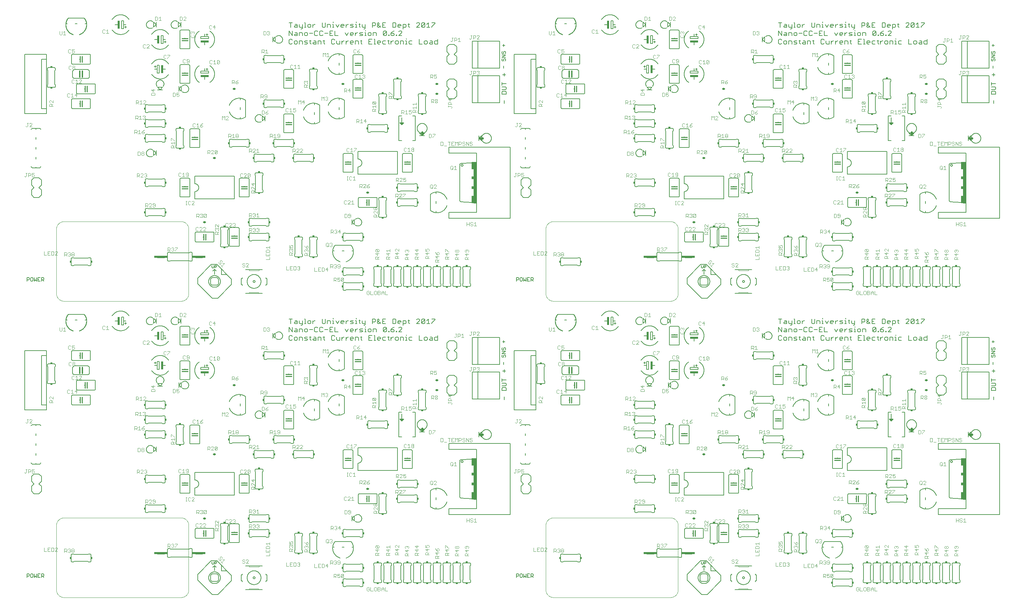
<source format=gto>
G75*
%MOIN*%
%OFA0B0*%
%FSLAX25Y25*%
%IPPOS*%
%LPD*%
%AMOC8*
5,1,8,0,0,1.08239X$1,22.5*
%
%ADD10C,0.00500*%
%ADD11C,0.00600*%
%ADD12C,0.00400*%
%ADD13C,0.00300*%
%ADD14C,0.00800*%
%ADD15C,0.01000*%
%ADD16R,0.02000X0.08000*%
%ADD17R,0.08000X0.02000*%
%ADD18C,0.01200*%
%ADD19C,0.02400*%
%ADD20R,0.03000X0.42000*%
%ADD21R,0.02000X0.07500*%
%ADD22R,0.02000X0.03000*%
%ADD23R,0.02000X0.01500*%
%ADD24R,0.01500X0.02000*%
%ADD25C,0.02000*%
%ADD26R,0.03400X0.02400*%
%ADD27C,0.00200*%
%ADD28C,0.00060*%
%ADD29C,0.00000*%
D10*
X0025250Y0027929D02*
X0025250Y0031432D01*
X0027001Y0031432D01*
X0027585Y0030848D01*
X0027585Y0029680D01*
X0027001Y0029096D01*
X0025250Y0029096D01*
X0028933Y0028512D02*
X0029517Y0027929D01*
X0030685Y0027929D01*
X0031268Y0028512D01*
X0031268Y0030848D01*
X0030685Y0031432D01*
X0029517Y0031432D01*
X0028933Y0030848D01*
X0028933Y0028512D01*
X0032616Y0027929D02*
X0033784Y0029096D01*
X0034952Y0027929D01*
X0034952Y0031432D01*
X0036299Y0031432D02*
X0036299Y0027929D01*
X0038635Y0027929D01*
X0039983Y0027929D02*
X0039983Y0031432D01*
X0041734Y0031432D01*
X0042318Y0030848D01*
X0042318Y0029680D01*
X0041734Y0029096D01*
X0039983Y0029096D01*
X0041150Y0029096D02*
X0042318Y0027929D01*
X0038635Y0031432D02*
X0036299Y0031432D01*
X0036299Y0029680D02*
X0037467Y0029680D01*
X0032616Y0031432D02*
X0032616Y0027929D01*
X0152500Y0154679D02*
X0152404Y0154601D01*
X0152305Y0154527D01*
X0152204Y0154455D01*
X0152101Y0154387D01*
X0151995Y0154322D01*
X0151888Y0154261D01*
X0151779Y0154203D01*
X0151668Y0154148D01*
X0151555Y0154097D01*
X0151441Y0154050D01*
X0151325Y0154006D01*
X0151208Y0153966D01*
X0151090Y0153929D01*
X0150970Y0153896D01*
X0150850Y0153868D01*
X0150729Y0153843D01*
X0150607Y0153821D01*
X0150485Y0153804D01*
X0150362Y0153791D01*
X0150238Y0153781D01*
X0150115Y0153776D01*
X0149991Y0153774D01*
X0149867Y0153776D01*
X0149744Y0153782D01*
X0149620Y0153793D01*
X0149497Y0153806D01*
X0149375Y0153824D01*
X0149253Y0153846D01*
X0149132Y0153872D01*
X0149012Y0153901D01*
X0148893Y0153934D01*
X0148775Y0153971D01*
X0148658Y0154012D01*
X0148542Y0154056D01*
X0148428Y0154104D01*
X0148316Y0154156D01*
X0148205Y0154211D01*
X0148096Y0154270D01*
X0147989Y0154332D01*
X0147884Y0154397D01*
X0147781Y0154466D01*
X0147680Y0154538D01*
X0147582Y0154613D01*
X0147486Y0154691D01*
X0147393Y0154772D01*
X0147302Y0154856D01*
X0147214Y0154943D01*
X0147128Y0155033D01*
X0147046Y0155125D01*
X0146967Y0155220D01*
X0146890Y0155317D01*
X0146817Y0155417D01*
X0146747Y0155519D01*
X0146680Y0155623D01*
X0146617Y0155729D01*
X0146557Y0155837D01*
X0146500Y0155947D01*
X0146447Y0156059D01*
X0146397Y0156172D01*
X0146351Y0156287D01*
X0146309Y0156404D01*
X0146271Y0156521D01*
X0146236Y0156640D01*
X0146205Y0156760D01*
X0146178Y0156880D01*
X0146154Y0157002D01*
X0146135Y0157124D01*
X0146119Y0157247D01*
X0146107Y0157370D01*
X0146099Y0157493D01*
X0146095Y0157617D01*
X0146095Y0157741D01*
X0146099Y0157865D01*
X0146107Y0157988D01*
X0146119Y0158111D01*
X0146135Y0158234D01*
X0146154Y0158356D01*
X0146178Y0158478D01*
X0146205Y0158598D01*
X0146236Y0158718D01*
X0146271Y0158837D01*
X0146309Y0158954D01*
X0146351Y0159071D01*
X0146397Y0159186D01*
X0146447Y0159299D01*
X0146500Y0159411D01*
X0146557Y0159521D01*
X0146617Y0159629D01*
X0146680Y0159735D01*
X0146747Y0159839D01*
X0146817Y0159941D01*
X0146890Y0160041D01*
X0146967Y0160138D01*
X0147046Y0160233D01*
X0147128Y0160325D01*
X0147214Y0160415D01*
X0147302Y0160502D01*
X0147393Y0160586D01*
X0147486Y0160667D01*
X0147582Y0160745D01*
X0147680Y0160820D01*
X0147781Y0160892D01*
X0147884Y0160961D01*
X0147989Y0161026D01*
X0148096Y0161088D01*
X0148205Y0161147D01*
X0148316Y0161202D01*
X0148428Y0161254D01*
X0148542Y0161302D01*
X0148658Y0161346D01*
X0148775Y0161387D01*
X0148893Y0161424D01*
X0149012Y0161457D01*
X0149132Y0161486D01*
X0149253Y0161512D01*
X0149375Y0161534D01*
X0149497Y0161552D01*
X0149620Y0161565D01*
X0149744Y0161576D01*
X0149867Y0161582D01*
X0149991Y0161584D01*
X0150115Y0161582D01*
X0150238Y0161577D01*
X0150362Y0161567D01*
X0150485Y0161554D01*
X0150607Y0161537D01*
X0150729Y0161515D01*
X0150850Y0161490D01*
X0150970Y0161462D01*
X0151090Y0161429D01*
X0151208Y0161392D01*
X0151325Y0161352D01*
X0151441Y0161308D01*
X0151555Y0161261D01*
X0151668Y0161210D01*
X0151779Y0161155D01*
X0151888Y0161097D01*
X0151995Y0161036D01*
X0152101Y0160971D01*
X0152204Y0160903D01*
X0152305Y0160831D01*
X0152404Y0160757D01*
X0152500Y0160679D01*
X0153500Y0160179D02*
X0153500Y0155179D01*
X0156000Y0157679D01*
X0156000Y0155179D01*
X0156000Y0157679D02*
X0156000Y0160179D01*
X0156000Y0157679D02*
X0153500Y0160179D01*
X0157500Y0221679D02*
X0160000Y0221679D01*
X0162500Y0221679D01*
X0160000Y0221679D02*
X0162500Y0224179D01*
X0157500Y0224179D01*
X0160000Y0221679D01*
X0163000Y0225179D02*
X0163078Y0225275D01*
X0163152Y0225374D01*
X0163224Y0225475D01*
X0163292Y0225578D01*
X0163357Y0225684D01*
X0163418Y0225791D01*
X0163476Y0225900D01*
X0163531Y0226011D01*
X0163582Y0226124D01*
X0163629Y0226238D01*
X0163673Y0226354D01*
X0163713Y0226471D01*
X0163750Y0226589D01*
X0163783Y0226709D01*
X0163811Y0226829D01*
X0163836Y0226950D01*
X0163858Y0227072D01*
X0163875Y0227194D01*
X0163888Y0227317D01*
X0163898Y0227441D01*
X0163903Y0227564D01*
X0163905Y0227688D01*
X0163903Y0227812D01*
X0163897Y0227935D01*
X0163886Y0228059D01*
X0163873Y0228182D01*
X0163855Y0228304D01*
X0163833Y0228426D01*
X0163807Y0228547D01*
X0163778Y0228667D01*
X0163745Y0228786D01*
X0163708Y0228904D01*
X0163667Y0229021D01*
X0163623Y0229137D01*
X0163575Y0229251D01*
X0163523Y0229363D01*
X0163468Y0229474D01*
X0163409Y0229583D01*
X0163347Y0229690D01*
X0163282Y0229795D01*
X0163213Y0229898D01*
X0163141Y0229999D01*
X0163066Y0230097D01*
X0162988Y0230193D01*
X0162907Y0230286D01*
X0162823Y0230377D01*
X0162736Y0230465D01*
X0162646Y0230551D01*
X0162554Y0230633D01*
X0162459Y0230712D01*
X0162362Y0230789D01*
X0162262Y0230862D01*
X0162160Y0230932D01*
X0162056Y0230999D01*
X0161950Y0231062D01*
X0161842Y0231122D01*
X0161732Y0231179D01*
X0161620Y0231232D01*
X0161507Y0231282D01*
X0161392Y0231328D01*
X0161275Y0231370D01*
X0161158Y0231408D01*
X0161039Y0231443D01*
X0160919Y0231474D01*
X0160799Y0231501D01*
X0160677Y0231525D01*
X0160555Y0231544D01*
X0160432Y0231560D01*
X0160309Y0231572D01*
X0160186Y0231580D01*
X0160062Y0231584D01*
X0159938Y0231584D01*
X0159814Y0231580D01*
X0159691Y0231572D01*
X0159568Y0231560D01*
X0159445Y0231544D01*
X0159323Y0231525D01*
X0159201Y0231501D01*
X0159081Y0231474D01*
X0158961Y0231443D01*
X0158842Y0231408D01*
X0158725Y0231370D01*
X0158608Y0231328D01*
X0158493Y0231282D01*
X0158380Y0231232D01*
X0158268Y0231179D01*
X0158158Y0231122D01*
X0158050Y0231062D01*
X0157944Y0230999D01*
X0157840Y0230932D01*
X0157738Y0230862D01*
X0157638Y0230789D01*
X0157541Y0230712D01*
X0157446Y0230633D01*
X0157354Y0230551D01*
X0157264Y0230465D01*
X0157177Y0230377D01*
X0157093Y0230286D01*
X0157012Y0230193D01*
X0156934Y0230097D01*
X0156859Y0229999D01*
X0156787Y0229898D01*
X0156718Y0229795D01*
X0156653Y0229690D01*
X0156591Y0229583D01*
X0156532Y0229474D01*
X0156477Y0229363D01*
X0156425Y0229251D01*
X0156377Y0229137D01*
X0156333Y0229021D01*
X0156292Y0228904D01*
X0156255Y0228786D01*
X0156222Y0228667D01*
X0156193Y0228547D01*
X0156167Y0228426D01*
X0156145Y0228304D01*
X0156127Y0228182D01*
X0156114Y0228059D01*
X0156103Y0227935D01*
X0156097Y0227812D01*
X0156095Y0227688D01*
X0156097Y0227564D01*
X0156102Y0227441D01*
X0156112Y0227317D01*
X0156125Y0227194D01*
X0156142Y0227072D01*
X0156164Y0226950D01*
X0156189Y0226829D01*
X0156217Y0226709D01*
X0156250Y0226589D01*
X0156287Y0226471D01*
X0156327Y0226354D01*
X0156371Y0226238D01*
X0156418Y0226124D01*
X0156469Y0226011D01*
X0156524Y0225900D01*
X0156582Y0225791D01*
X0156643Y0225684D01*
X0156708Y0225578D01*
X0156776Y0225475D01*
X0156848Y0225374D01*
X0156922Y0225275D01*
X0157000Y0225179D01*
X0179000Y0225179D02*
X0179000Y0222679D01*
X0179000Y0220179D01*
X0179000Y0222679D02*
X0181500Y0225179D01*
X0181500Y0220179D01*
X0179000Y0222679D01*
X0182500Y0219679D02*
X0182596Y0219601D01*
X0182695Y0219527D01*
X0182796Y0219455D01*
X0182899Y0219387D01*
X0183005Y0219322D01*
X0183112Y0219261D01*
X0183221Y0219203D01*
X0183332Y0219148D01*
X0183445Y0219097D01*
X0183559Y0219050D01*
X0183675Y0219006D01*
X0183792Y0218966D01*
X0183910Y0218929D01*
X0184030Y0218896D01*
X0184150Y0218868D01*
X0184271Y0218843D01*
X0184393Y0218821D01*
X0184515Y0218804D01*
X0184638Y0218791D01*
X0184762Y0218781D01*
X0184885Y0218776D01*
X0185009Y0218774D01*
X0185133Y0218776D01*
X0185256Y0218782D01*
X0185380Y0218793D01*
X0185503Y0218806D01*
X0185625Y0218824D01*
X0185747Y0218846D01*
X0185868Y0218872D01*
X0185988Y0218901D01*
X0186107Y0218934D01*
X0186225Y0218971D01*
X0186342Y0219012D01*
X0186458Y0219056D01*
X0186572Y0219104D01*
X0186684Y0219156D01*
X0186795Y0219211D01*
X0186904Y0219270D01*
X0187011Y0219332D01*
X0187116Y0219397D01*
X0187219Y0219466D01*
X0187320Y0219538D01*
X0187418Y0219613D01*
X0187514Y0219691D01*
X0187607Y0219772D01*
X0187698Y0219856D01*
X0187786Y0219943D01*
X0187872Y0220033D01*
X0187954Y0220125D01*
X0188033Y0220220D01*
X0188110Y0220317D01*
X0188183Y0220417D01*
X0188253Y0220519D01*
X0188320Y0220623D01*
X0188383Y0220729D01*
X0188443Y0220837D01*
X0188500Y0220947D01*
X0188553Y0221059D01*
X0188603Y0221172D01*
X0188649Y0221287D01*
X0188691Y0221404D01*
X0188729Y0221521D01*
X0188764Y0221640D01*
X0188795Y0221760D01*
X0188822Y0221880D01*
X0188846Y0222002D01*
X0188865Y0222124D01*
X0188881Y0222247D01*
X0188893Y0222370D01*
X0188901Y0222493D01*
X0188905Y0222617D01*
X0188905Y0222741D01*
X0188901Y0222865D01*
X0188893Y0222988D01*
X0188881Y0223111D01*
X0188865Y0223234D01*
X0188846Y0223356D01*
X0188822Y0223478D01*
X0188795Y0223598D01*
X0188764Y0223718D01*
X0188729Y0223837D01*
X0188691Y0223954D01*
X0188649Y0224071D01*
X0188603Y0224186D01*
X0188553Y0224299D01*
X0188500Y0224411D01*
X0188443Y0224521D01*
X0188383Y0224629D01*
X0188320Y0224735D01*
X0188253Y0224839D01*
X0188183Y0224941D01*
X0188110Y0225041D01*
X0188033Y0225138D01*
X0187954Y0225233D01*
X0187872Y0225325D01*
X0187786Y0225415D01*
X0187698Y0225502D01*
X0187607Y0225586D01*
X0187514Y0225667D01*
X0187418Y0225745D01*
X0187320Y0225820D01*
X0187219Y0225892D01*
X0187116Y0225961D01*
X0187011Y0226026D01*
X0186904Y0226088D01*
X0186795Y0226147D01*
X0186684Y0226202D01*
X0186572Y0226254D01*
X0186458Y0226302D01*
X0186342Y0226346D01*
X0186225Y0226387D01*
X0186107Y0226424D01*
X0185988Y0226457D01*
X0185868Y0226486D01*
X0185747Y0226512D01*
X0185625Y0226534D01*
X0185503Y0226552D01*
X0185380Y0226565D01*
X0185256Y0226576D01*
X0185133Y0226582D01*
X0185009Y0226584D01*
X0184885Y0226582D01*
X0184762Y0226577D01*
X0184638Y0226567D01*
X0184515Y0226554D01*
X0184393Y0226537D01*
X0184271Y0226515D01*
X0184150Y0226490D01*
X0184030Y0226462D01*
X0183910Y0226429D01*
X0183792Y0226392D01*
X0183675Y0226352D01*
X0183559Y0226308D01*
X0183445Y0226261D01*
X0183332Y0226210D01*
X0183221Y0226155D01*
X0183112Y0226097D01*
X0183005Y0226036D01*
X0182899Y0225971D01*
X0182796Y0225903D01*
X0182695Y0225831D01*
X0182596Y0225757D01*
X0182500Y0225679D01*
X0262500Y0195679D02*
X0262404Y0195757D01*
X0262305Y0195831D01*
X0262204Y0195903D01*
X0262101Y0195971D01*
X0261995Y0196036D01*
X0261888Y0196097D01*
X0261779Y0196155D01*
X0261668Y0196210D01*
X0261555Y0196261D01*
X0261441Y0196308D01*
X0261325Y0196352D01*
X0261208Y0196392D01*
X0261090Y0196429D01*
X0260970Y0196462D01*
X0260850Y0196490D01*
X0260729Y0196515D01*
X0260607Y0196537D01*
X0260485Y0196554D01*
X0260362Y0196567D01*
X0260238Y0196577D01*
X0260115Y0196582D01*
X0259991Y0196584D01*
X0259867Y0196582D01*
X0259744Y0196576D01*
X0259620Y0196565D01*
X0259497Y0196552D01*
X0259375Y0196534D01*
X0259253Y0196512D01*
X0259132Y0196486D01*
X0259012Y0196457D01*
X0258893Y0196424D01*
X0258775Y0196387D01*
X0258658Y0196346D01*
X0258542Y0196302D01*
X0258428Y0196254D01*
X0258316Y0196202D01*
X0258205Y0196147D01*
X0258096Y0196088D01*
X0257989Y0196026D01*
X0257884Y0195961D01*
X0257781Y0195892D01*
X0257680Y0195820D01*
X0257582Y0195745D01*
X0257486Y0195667D01*
X0257393Y0195586D01*
X0257302Y0195502D01*
X0257214Y0195415D01*
X0257128Y0195325D01*
X0257046Y0195233D01*
X0256967Y0195138D01*
X0256890Y0195041D01*
X0256817Y0194941D01*
X0256747Y0194839D01*
X0256680Y0194735D01*
X0256617Y0194629D01*
X0256557Y0194521D01*
X0256500Y0194411D01*
X0256447Y0194299D01*
X0256397Y0194186D01*
X0256351Y0194071D01*
X0256309Y0193954D01*
X0256271Y0193837D01*
X0256236Y0193718D01*
X0256205Y0193598D01*
X0256178Y0193478D01*
X0256154Y0193356D01*
X0256135Y0193234D01*
X0256119Y0193111D01*
X0256107Y0192988D01*
X0256099Y0192865D01*
X0256095Y0192741D01*
X0256095Y0192617D01*
X0256099Y0192493D01*
X0256107Y0192370D01*
X0256119Y0192247D01*
X0256135Y0192124D01*
X0256154Y0192002D01*
X0256178Y0191880D01*
X0256205Y0191760D01*
X0256236Y0191640D01*
X0256271Y0191521D01*
X0256309Y0191404D01*
X0256351Y0191287D01*
X0256397Y0191172D01*
X0256447Y0191059D01*
X0256500Y0190947D01*
X0256557Y0190837D01*
X0256617Y0190729D01*
X0256680Y0190623D01*
X0256747Y0190519D01*
X0256817Y0190417D01*
X0256890Y0190317D01*
X0256967Y0190220D01*
X0257046Y0190125D01*
X0257128Y0190033D01*
X0257214Y0189943D01*
X0257302Y0189856D01*
X0257393Y0189772D01*
X0257486Y0189691D01*
X0257582Y0189613D01*
X0257680Y0189538D01*
X0257781Y0189466D01*
X0257884Y0189397D01*
X0257989Y0189332D01*
X0258096Y0189270D01*
X0258205Y0189211D01*
X0258316Y0189156D01*
X0258428Y0189104D01*
X0258542Y0189056D01*
X0258658Y0189012D01*
X0258775Y0188971D01*
X0258893Y0188934D01*
X0259012Y0188901D01*
X0259132Y0188872D01*
X0259253Y0188846D01*
X0259375Y0188824D01*
X0259497Y0188806D01*
X0259620Y0188793D01*
X0259744Y0188782D01*
X0259867Y0188776D01*
X0259991Y0188774D01*
X0260115Y0188776D01*
X0260238Y0188781D01*
X0260362Y0188791D01*
X0260485Y0188804D01*
X0260607Y0188821D01*
X0260729Y0188843D01*
X0260850Y0188868D01*
X0260970Y0188896D01*
X0261090Y0188929D01*
X0261208Y0188966D01*
X0261325Y0189006D01*
X0261441Y0189050D01*
X0261555Y0189097D01*
X0261668Y0189148D01*
X0261779Y0189203D01*
X0261888Y0189261D01*
X0261995Y0189322D01*
X0262101Y0189387D01*
X0262204Y0189455D01*
X0262305Y0189527D01*
X0262404Y0189601D01*
X0262500Y0189679D01*
X0263500Y0190179D02*
X0266000Y0192679D01*
X0266000Y0190179D01*
X0266000Y0192679D02*
X0266000Y0195179D01*
X0263500Y0195179D02*
X0263500Y0190179D01*
X0266000Y0192679D02*
X0263500Y0195179D01*
X0274000Y0270179D02*
X0274000Y0272679D01*
X0274000Y0275179D01*
X0276500Y0275179D02*
X0274000Y0272679D01*
X0276500Y0270179D01*
X0276500Y0275179D01*
X0277500Y0275679D02*
X0277596Y0275757D01*
X0277695Y0275831D01*
X0277796Y0275903D01*
X0277899Y0275971D01*
X0278005Y0276036D01*
X0278112Y0276097D01*
X0278221Y0276155D01*
X0278332Y0276210D01*
X0278445Y0276261D01*
X0278559Y0276308D01*
X0278675Y0276352D01*
X0278792Y0276392D01*
X0278910Y0276429D01*
X0279030Y0276462D01*
X0279150Y0276490D01*
X0279271Y0276515D01*
X0279393Y0276537D01*
X0279515Y0276554D01*
X0279638Y0276567D01*
X0279762Y0276577D01*
X0279885Y0276582D01*
X0280009Y0276584D01*
X0280133Y0276582D01*
X0280256Y0276576D01*
X0280380Y0276565D01*
X0280503Y0276552D01*
X0280625Y0276534D01*
X0280747Y0276512D01*
X0280868Y0276486D01*
X0280988Y0276457D01*
X0281107Y0276424D01*
X0281225Y0276387D01*
X0281342Y0276346D01*
X0281458Y0276302D01*
X0281572Y0276254D01*
X0281684Y0276202D01*
X0281795Y0276147D01*
X0281904Y0276088D01*
X0282011Y0276026D01*
X0282116Y0275961D01*
X0282219Y0275892D01*
X0282320Y0275820D01*
X0282418Y0275745D01*
X0282514Y0275667D01*
X0282607Y0275586D01*
X0282698Y0275502D01*
X0282786Y0275415D01*
X0282872Y0275325D01*
X0282954Y0275233D01*
X0283033Y0275138D01*
X0283110Y0275041D01*
X0283183Y0274941D01*
X0283253Y0274839D01*
X0283320Y0274735D01*
X0283383Y0274629D01*
X0283443Y0274521D01*
X0283500Y0274411D01*
X0283553Y0274299D01*
X0283603Y0274186D01*
X0283649Y0274071D01*
X0283691Y0273954D01*
X0283729Y0273837D01*
X0283764Y0273718D01*
X0283795Y0273598D01*
X0283822Y0273478D01*
X0283846Y0273356D01*
X0283865Y0273234D01*
X0283881Y0273111D01*
X0283893Y0272988D01*
X0283901Y0272865D01*
X0283905Y0272741D01*
X0283905Y0272617D01*
X0283901Y0272493D01*
X0283893Y0272370D01*
X0283881Y0272247D01*
X0283865Y0272124D01*
X0283846Y0272002D01*
X0283822Y0271880D01*
X0283795Y0271760D01*
X0283764Y0271640D01*
X0283729Y0271521D01*
X0283691Y0271404D01*
X0283649Y0271287D01*
X0283603Y0271172D01*
X0283553Y0271059D01*
X0283500Y0270947D01*
X0283443Y0270837D01*
X0283383Y0270729D01*
X0283320Y0270623D01*
X0283253Y0270519D01*
X0283183Y0270417D01*
X0283110Y0270317D01*
X0283033Y0270220D01*
X0282954Y0270125D01*
X0282872Y0270033D01*
X0282786Y0269943D01*
X0282698Y0269856D01*
X0282607Y0269772D01*
X0282514Y0269691D01*
X0282418Y0269613D01*
X0282320Y0269538D01*
X0282219Y0269466D01*
X0282116Y0269397D01*
X0282011Y0269332D01*
X0281904Y0269270D01*
X0281795Y0269211D01*
X0281684Y0269156D01*
X0281572Y0269104D01*
X0281458Y0269056D01*
X0281342Y0269012D01*
X0281225Y0268971D01*
X0281107Y0268934D01*
X0280988Y0268901D01*
X0280868Y0268872D01*
X0280747Y0268846D01*
X0280625Y0268824D01*
X0280503Y0268806D01*
X0280380Y0268793D01*
X0280256Y0268782D01*
X0280133Y0268776D01*
X0280009Y0268774D01*
X0279885Y0268776D01*
X0279762Y0268781D01*
X0279638Y0268791D01*
X0279515Y0268804D01*
X0279393Y0268821D01*
X0279271Y0268843D01*
X0279150Y0268868D01*
X0279030Y0268896D01*
X0278910Y0268929D01*
X0278792Y0268966D01*
X0278675Y0269006D01*
X0278559Y0269050D01*
X0278445Y0269097D01*
X0278332Y0269148D01*
X0278221Y0269203D01*
X0278112Y0269261D01*
X0278005Y0269322D01*
X0277899Y0269387D01*
X0277796Y0269455D01*
X0277695Y0269527D01*
X0277596Y0269601D01*
X0277500Y0269679D01*
X0181000Y0285179D02*
X0181000Y0287679D01*
X0181000Y0290179D01*
X0178500Y0290179D02*
X0178500Y0285179D01*
X0181000Y0287679D01*
X0178500Y0290179D01*
X0177500Y0290679D02*
X0177404Y0290757D01*
X0177305Y0290831D01*
X0177204Y0290903D01*
X0177101Y0290971D01*
X0176995Y0291036D01*
X0176888Y0291097D01*
X0176779Y0291155D01*
X0176668Y0291210D01*
X0176555Y0291261D01*
X0176441Y0291308D01*
X0176325Y0291352D01*
X0176208Y0291392D01*
X0176090Y0291429D01*
X0175970Y0291462D01*
X0175850Y0291490D01*
X0175729Y0291515D01*
X0175607Y0291537D01*
X0175485Y0291554D01*
X0175362Y0291567D01*
X0175238Y0291577D01*
X0175115Y0291582D01*
X0174991Y0291584D01*
X0174867Y0291582D01*
X0174744Y0291576D01*
X0174620Y0291565D01*
X0174497Y0291552D01*
X0174375Y0291534D01*
X0174253Y0291512D01*
X0174132Y0291486D01*
X0174012Y0291457D01*
X0173893Y0291424D01*
X0173775Y0291387D01*
X0173658Y0291346D01*
X0173542Y0291302D01*
X0173428Y0291254D01*
X0173316Y0291202D01*
X0173205Y0291147D01*
X0173096Y0291088D01*
X0172989Y0291026D01*
X0172884Y0290961D01*
X0172781Y0290892D01*
X0172680Y0290820D01*
X0172582Y0290745D01*
X0172486Y0290667D01*
X0172393Y0290586D01*
X0172302Y0290502D01*
X0172214Y0290415D01*
X0172128Y0290325D01*
X0172046Y0290233D01*
X0171967Y0290138D01*
X0171890Y0290041D01*
X0171817Y0289941D01*
X0171747Y0289839D01*
X0171680Y0289735D01*
X0171617Y0289629D01*
X0171557Y0289521D01*
X0171500Y0289411D01*
X0171447Y0289299D01*
X0171397Y0289186D01*
X0171351Y0289071D01*
X0171309Y0288954D01*
X0171271Y0288837D01*
X0171236Y0288718D01*
X0171205Y0288598D01*
X0171178Y0288478D01*
X0171154Y0288356D01*
X0171135Y0288234D01*
X0171119Y0288111D01*
X0171107Y0287988D01*
X0171099Y0287865D01*
X0171095Y0287741D01*
X0171095Y0287617D01*
X0171099Y0287493D01*
X0171107Y0287370D01*
X0171119Y0287247D01*
X0171135Y0287124D01*
X0171154Y0287002D01*
X0171178Y0286880D01*
X0171205Y0286760D01*
X0171236Y0286640D01*
X0171271Y0286521D01*
X0171309Y0286404D01*
X0171351Y0286287D01*
X0171397Y0286172D01*
X0171447Y0286059D01*
X0171500Y0285947D01*
X0171557Y0285837D01*
X0171617Y0285729D01*
X0171680Y0285623D01*
X0171747Y0285519D01*
X0171817Y0285417D01*
X0171890Y0285317D01*
X0171967Y0285220D01*
X0172046Y0285125D01*
X0172128Y0285033D01*
X0172214Y0284943D01*
X0172302Y0284856D01*
X0172393Y0284772D01*
X0172486Y0284691D01*
X0172582Y0284613D01*
X0172680Y0284538D01*
X0172781Y0284466D01*
X0172884Y0284397D01*
X0172989Y0284332D01*
X0173096Y0284270D01*
X0173205Y0284211D01*
X0173316Y0284156D01*
X0173428Y0284104D01*
X0173542Y0284056D01*
X0173658Y0284012D01*
X0173775Y0283971D01*
X0173893Y0283934D01*
X0174012Y0283901D01*
X0174132Y0283872D01*
X0174253Y0283846D01*
X0174375Y0283824D01*
X0174497Y0283806D01*
X0174620Y0283793D01*
X0174744Y0283782D01*
X0174867Y0283776D01*
X0174991Y0283774D01*
X0175115Y0283776D01*
X0175238Y0283781D01*
X0175362Y0283791D01*
X0175485Y0283804D01*
X0175607Y0283821D01*
X0175729Y0283843D01*
X0175850Y0283868D01*
X0175970Y0283896D01*
X0176090Y0283929D01*
X0176208Y0283966D01*
X0176325Y0284006D01*
X0176441Y0284050D01*
X0176555Y0284097D01*
X0176668Y0284148D01*
X0176779Y0284203D01*
X0176888Y0284261D01*
X0176995Y0284322D01*
X0177101Y0284387D01*
X0177204Y0284455D01*
X0177305Y0284527D01*
X0177404Y0284601D01*
X0177500Y0284679D01*
X0156000Y0285179D02*
X0156000Y0287679D01*
X0156000Y0290179D01*
X0156000Y0287679D02*
X0153500Y0290179D01*
X0153500Y0285179D01*
X0156000Y0287679D01*
X0152500Y0290679D02*
X0152404Y0290757D01*
X0152305Y0290831D01*
X0152204Y0290903D01*
X0152101Y0290971D01*
X0151995Y0291036D01*
X0151888Y0291097D01*
X0151779Y0291155D01*
X0151668Y0291210D01*
X0151555Y0291261D01*
X0151441Y0291308D01*
X0151325Y0291352D01*
X0151208Y0291392D01*
X0151090Y0291429D01*
X0150970Y0291462D01*
X0150850Y0291490D01*
X0150729Y0291515D01*
X0150607Y0291537D01*
X0150485Y0291554D01*
X0150362Y0291567D01*
X0150238Y0291577D01*
X0150115Y0291582D01*
X0149991Y0291584D01*
X0149867Y0291582D01*
X0149744Y0291576D01*
X0149620Y0291565D01*
X0149497Y0291552D01*
X0149375Y0291534D01*
X0149253Y0291512D01*
X0149132Y0291486D01*
X0149012Y0291457D01*
X0148893Y0291424D01*
X0148775Y0291387D01*
X0148658Y0291346D01*
X0148542Y0291302D01*
X0148428Y0291254D01*
X0148316Y0291202D01*
X0148205Y0291147D01*
X0148096Y0291088D01*
X0147989Y0291026D01*
X0147884Y0290961D01*
X0147781Y0290892D01*
X0147680Y0290820D01*
X0147582Y0290745D01*
X0147486Y0290667D01*
X0147393Y0290586D01*
X0147302Y0290502D01*
X0147214Y0290415D01*
X0147128Y0290325D01*
X0147046Y0290233D01*
X0146967Y0290138D01*
X0146890Y0290041D01*
X0146817Y0289941D01*
X0146747Y0289839D01*
X0146680Y0289735D01*
X0146617Y0289629D01*
X0146557Y0289521D01*
X0146500Y0289411D01*
X0146447Y0289299D01*
X0146397Y0289186D01*
X0146351Y0289071D01*
X0146309Y0288954D01*
X0146271Y0288837D01*
X0146236Y0288718D01*
X0146205Y0288598D01*
X0146178Y0288478D01*
X0146154Y0288356D01*
X0146135Y0288234D01*
X0146119Y0288111D01*
X0146107Y0287988D01*
X0146099Y0287865D01*
X0146095Y0287741D01*
X0146095Y0287617D01*
X0146099Y0287493D01*
X0146107Y0287370D01*
X0146119Y0287247D01*
X0146135Y0287124D01*
X0146154Y0287002D01*
X0146178Y0286880D01*
X0146205Y0286760D01*
X0146236Y0286640D01*
X0146271Y0286521D01*
X0146309Y0286404D01*
X0146351Y0286287D01*
X0146397Y0286172D01*
X0146447Y0286059D01*
X0146500Y0285947D01*
X0146557Y0285837D01*
X0146617Y0285729D01*
X0146680Y0285623D01*
X0146747Y0285519D01*
X0146817Y0285417D01*
X0146890Y0285317D01*
X0146967Y0285220D01*
X0147046Y0285125D01*
X0147128Y0285033D01*
X0147214Y0284943D01*
X0147302Y0284856D01*
X0147393Y0284772D01*
X0147486Y0284691D01*
X0147582Y0284613D01*
X0147680Y0284538D01*
X0147781Y0284466D01*
X0147884Y0284397D01*
X0147989Y0284332D01*
X0148096Y0284270D01*
X0148205Y0284211D01*
X0148316Y0284156D01*
X0148428Y0284104D01*
X0148542Y0284056D01*
X0148658Y0284012D01*
X0148775Y0283971D01*
X0148893Y0283934D01*
X0149012Y0283901D01*
X0149132Y0283872D01*
X0149253Y0283846D01*
X0149375Y0283824D01*
X0149497Y0283806D01*
X0149620Y0283793D01*
X0149744Y0283782D01*
X0149867Y0283776D01*
X0149991Y0283774D01*
X0150115Y0283776D01*
X0150238Y0283781D01*
X0150362Y0283791D01*
X0150485Y0283804D01*
X0150607Y0283821D01*
X0150729Y0283843D01*
X0150850Y0283868D01*
X0150970Y0283896D01*
X0151090Y0283929D01*
X0151208Y0283966D01*
X0151325Y0284006D01*
X0151441Y0284050D01*
X0151555Y0284097D01*
X0151668Y0284148D01*
X0151779Y0284203D01*
X0151888Y0284261D01*
X0151995Y0284322D01*
X0152101Y0284387D01*
X0152204Y0284455D01*
X0152305Y0284527D01*
X0152404Y0284601D01*
X0152500Y0284679D01*
X0045000Y0257679D02*
X0045000Y0252679D01*
X0040000Y0252679D01*
X0040000Y0202679D01*
X0045000Y0202679D01*
X0045000Y0197679D01*
X0023000Y0197679D01*
X0023000Y0257679D01*
X0045000Y0257679D01*
X0045000Y0252679D02*
X0045000Y0202679D01*
X0042318Y0327929D02*
X0041150Y0329096D01*
X0041734Y0329096D02*
X0039983Y0329096D01*
X0039983Y0327929D02*
X0039983Y0331432D01*
X0041734Y0331432D01*
X0042318Y0330848D01*
X0042318Y0329680D01*
X0041734Y0329096D01*
X0038635Y0327929D02*
X0036299Y0327929D01*
X0036299Y0331432D01*
X0038635Y0331432D01*
X0037467Y0329680D02*
X0036299Y0329680D01*
X0034952Y0327929D02*
X0034952Y0331432D01*
X0032616Y0331432D02*
X0032616Y0327929D01*
X0033784Y0329096D01*
X0034952Y0327929D01*
X0031268Y0328512D02*
X0031268Y0330848D01*
X0030685Y0331432D01*
X0029517Y0331432D01*
X0028933Y0330848D01*
X0028933Y0328512D01*
X0029517Y0327929D01*
X0030685Y0327929D01*
X0031268Y0328512D01*
X0027585Y0329680D02*
X0027001Y0329096D01*
X0025250Y0329096D01*
X0025250Y0327929D02*
X0025250Y0331432D01*
X0027001Y0331432D01*
X0027585Y0330848D01*
X0027585Y0329680D01*
X0152500Y0454679D02*
X0152404Y0454601D01*
X0152305Y0454527D01*
X0152204Y0454455D01*
X0152101Y0454387D01*
X0151995Y0454322D01*
X0151888Y0454261D01*
X0151779Y0454203D01*
X0151668Y0454148D01*
X0151555Y0454097D01*
X0151441Y0454050D01*
X0151325Y0454006D01*
X0151208Y0453966D01*
X0151090Y0453929D01*
X0150970Y0453896D01*
X0150850Y0453868D01*
X0150729Y0453843D01*
X0150607Y0453821D01*
X0150485Y0453804D01*
X0150362Y0453791D01*
X0150238Y0453781D01*
X0150115Y0453776D01*
X0149991Y0453774D01*
X0149867Y0453776D01*
X0149744Y0453782D01*
X0149620Y0453793D01*
X0149497Y0453806D01*
X0149375Y0453824D01*
X0149253Y0453846D01*
X0149132Y0453872D01*
X0149012Y0453901D01*
X0148893Y0453934D01*
X0148775Y0453971D01*
X0148658Y0454012D01*
X0148542Y0454056D01*
X0148428Y0454104D01*
X0148316Y0454156D01*
X0148205Y0454211D01*
X0148096Y0454270D01*
X0147989Y0454332D01*
X0147884Y0454397D01*
X0147781Y0454466D01*
X0147680Y0454538D01*
X0147582Y0454613D01*
X0147486Y0454691D01*
X0147393Y0454772D01*
X0147302Y0454856D01*
X0147214Y0454943D01*
X0147128Y0455033D01*
X0147046Y0455125D01*
X0146967Y0455220D01*
X0146890Y0455317D01*
X0146817Y0455417D01*
X0146747Y0455519D01*
X0146680Y0455623D01*
X0146617Y0455729D01*
X0146557Y0455837D01*
X0146500Y0455947D01*
X0146447Y0456059D01*
X0146397Y0456172D01*
X0146351Y0456287D01*
X0146309Y0456404D01*
X0146271Y0456521D01*
X0146236Y0456640D01*
X0146205Y0456760D01*
X0146178Y0456880D01*
X0146154Y0457002D01*
X0146135Y0457124D01*
X0146119Y0457247D01*
X0146107Y0457370D01*
X0146099Y0457493D01*
X0146095Y0457617D01*
X0146095Y0457741D01*
X0146099Y0457865D01*
X0146107Y0457988D01*
X0146119Y0458111D01*
X0146135Y0458234D01*
X0146154Y0458356D01*
X0146178Y0458478D01*
X0146205Y0458598D01*
X0146236Y0458718D01*
X0146271Y0458837D01*
X0146309Y0458954D01*
X0146351Y0459071D01*
X0146397Y0459186D01*
X0146447Y0459299D01*
X0146500Y0459411D01*
X0146557Y0459521D01*
X0146617Y0459629D01*
X0146680Y0459735D01*
X0146747Y0459839D01*
X0146817Y0459941D01*
X0146890Y0460041D01*
X0146967Y0460138D01*
X0147046Y0460233D01*
X0147128Y0460325D01*
X0147214Y0460415D01*
X0147302Y0460502D01*
X0147393Y0460586D01*
X0147486Y0460667D01*
X0147582Y0460745D01*
X0147680Y0460820D01*
X0147781Y0460892D01*
X0147884Y0460961D01*
X0147989Y0461026D01*
X0148096Y0461088D01*
X0148205Y0461147D01*
X0148316Y0461202D01*
X0148428Y0461254D01*
X0148542Y0461302D01*
X0148658Y0461346D01*
X0148775Y0461387D01*
X0148893Y0461424D01*
X0149012Y0461457D01*
X0149132Y0461486D01*
X0149253Y0461512D01*
X0149375Y0461534D01*
X0149497Y0461552D01*
X0149620Y0461565D01*
X0149744Y0461576D01*
X0149867Y0461582D01*
X0149991Y0461584D01*
X0150115Y0461582D01*
X0150238Y0461577D01*
X0150362Y0461567D01*
X0150485Y0461554D01*
X0150607Y0461537D01*
X0150729Y0461515D01*
X0150850Y0461490D01*
X0150970Y0461462D01*
X0151090Y0461429D01*
X0151208Y0461392D01*
X0151325Y0461352D01*
X0151441Y0461308D01*
X0151555Y0461261D01*
X0151668Y0461210D01*
X0151779Y0461155D01*
X0151888Y0461097D01*
X0151995Y0461036D01*
X0152101Y0460971D01*
X0152204Y0460903D01*
X0152305Y0460831D01*
X0152404Y0460757D01*
X0152500Y0460679D01*
X0153500Y0460179D02*
X0153500Y0455179D01*
X0156000Y0457679D01*
X0156000Y0455179D01*
X0156000Y0457679D02*
X0156000Y0460179D01*
X0156000Y0457679D02*
X0153500Y0460179D01*
X0157500Y0521679D02*
X0160000Y0521679D01*
X0162500Y0521679D01*
X0160000Y0521679D02*
X0162500Y0524179D01*
X0157500Y0524179D01*
X0160000Y0521679D01*
X0163000Y0525179D02*
X0163078Y0525275D01*
X0163152Y0525374D01*
X0163224Y0525475D01*
X0163292Y0525578D01*
X0163357Y0525684D01*
X0163418Y0525791D01*
X0163476Y0525900D01*
X0163531Y0526011D01*
X0163582Y0526124D01*
X0163629Y0526238D01*
X0163673Y0526354D01*
X0163713Y0526471D01*
X0163750Y0526589D01*
X0163783Y0526709D01*
X0163811Y0526829D01*
X0163836Y0526950D01*
X0163858Y0527072D01*
X0163875Y0527194D01*
X0163888Y0527317D01*
X0163898Y0527441D01*
X0163903Y0527564D01*
X0163905Y0527688D01*
X0163903Y0527812D01*
X0163897Y0527935D01*
X0163886Y0528059D01*
X0163873Y0528182D01*
X0163855Y0528304D01*
X0163833Y0528426D01*
X0163807Y0528547D01*
X0163778Y0528667D01*
X0163745Y0528786D01*
X0163708Y0528904D01*
X0163667Y0529021D01*
X0163623Y0529137D01*
X0163575Y0529251D01*
X0163523Y0529363D01*
X0163468Y0529474D01*
X0163409Y0529583D01*
X0163347Y0529690D01*
X0163282Y0529795D01*
X0163213Y0529898D01*
X0163141Y0529999D01*
X0163066Y0530097D01*
X0162988Y0530193D01*
X0162907Y0530286D01*
X0162823Y0530377D01*
X0162736Y0530465D01*
X0162646Y0530551D01*
X0162554Y0530633D01*
X0162459Y0530712D01*
X0162362Y0530789D01*
X0162262Y0530862D01*
X0162160Y0530932D01*
X0162056Y0530999D01*
X0161950Y0531062D01*
X0161842Y0531122D01*
X0161732Y0531179D01*
X0161620Y0531232D01*
X0161507Y0531282D01*
X0161392Y0531328D01*
X0161275Y0531370D01*
X0161158Y0531408D01*
X0161039Y0531443D01*
X0160919Y0531474D01*
X0160799Y0531501D01*
X0160677Y0531525D01*
X0160555Y0531544D01*
X0160432Y0531560D01*
X0160309Y0531572D01*
X0160186Y0531580D01*
X0160062Y0531584D01*
X0159938Y0531584D01*
X0159814Y0531580D01*
X0159691Y0531572D01*
X0159568Y0531560D01*
X0159445Y0531544D01*
X0159323Y0531525D01*
X0159201Y0531501D01*
X0159081Y0531474D01*
X0158961Y0531443D01*
X0158842Y0531408D01*
X0158725Y0531370D01*
X0158608Y0531328D01*
X0158493Y0531282D01*
X0158380Y0531232D01*
X0158268Y0531179D01*
X0158158Y0531122D01*
X0158050Y0531062D01*
X0157944Y0530999D01*
X0157840Y0530932D01*
X0157738Y0530862D01*
X0157638Y0530789D01*
X0157541Y0530712D01*
X0157446Y0530633D01*
X0157354Y0530551D01*
X0157264Y0530465D01*
X0157177Y0530377D01*
X0157093Y0530286D01*
X0157012Y0530193D01*
X0156934Y0530097D01*
X0156859Y0529999D01*
X0156787Y0529898D01*
X0156718Y0529795D01*
X0156653Y0529690D01*
X0156591Y0529583D01*
X0156532Y0529474D01*
X0156477Y0529363D01*
X0156425Y0529251D01*
X0156377Y0529137D01*
X0156333Y0529021D01*
X0156292Y0528904D01*
X0156255Y0528786D01*
X0156222Y0528667D01*
X0156193Y0528547D01*
X0156167Y0528426D01*
X0156145Y0528304D01*
X0156127Y0528182D01*
X0156114Y0528059D01*
X0156103Y0527935D01*
X0156097Y0527812D01*
X0156095Y0527688D01*
X0156097Y0527564D01*
X0156102Y0527441D01*
X0156112Y0527317D01*
X0156125Y0527194D01*
X0156142Y0527072D01*
X0156164Y0526950D01*
X0156189Y0526829D01*
X0156217Y0526709D01*
X0156250Y0526589D01*
X0156287Y0526471D01*
X0156327Y0526354D01*
X0156371Y0526238D01*
X0156418Y0526124D01*
X0156469Y0526011D01*
X0156524Y0525900D01*
X0156582Y0525791D01*
X0156643Y0525684D01*
X0156708Y0525578D01*
X0156776Y0525475D01*
X0156848Y0525374D01*
X0156922Y0525275D01*
X0157000Y0525179D01*
X0179000Y0525179D02*
X0179000Y0522679D01*
X0179000Y0520179D01*
X0179000Y0522679D02*
X0181500Y0525179D01*
X0181500Y0520179D01*
X0179000Y0522679D01*
X0182500Y0519679D02*
X0182596Y0519601D01*
X0182695Y0519527D01*
X0182796Y0519455D01*
X0182899Y0519387D01*
X0183005Y0519322D01*
X0183112Y0519261D01*
X0183221Y0519203D01*
X0183332Y0519148D01*
X0183445Y0519097D01*
X0183559Y0519050D01*
X0183675Y0519006D01*
X0183792Y0518966D01*
X0183910Y0518929D01*
X0184030Y0518896D01*
X0184150Y0518868D01*
X0184271Y0518843D01*
X0184393Y0518821D01*
X0184515Y0518804D01*
X0184638Y0518791D01*
X0184762Y0518781D01*
X0184885Y0518776D01*
X0185009Y0518774D01*
X0185133Y0518776D01*
X0185256Y0518782D01*
X0185380Y0518793D01*
X0185503Y0518806D01*
X0185625Y0518824D01*
X0185747Y0518846D01*
X0185868Y0518872D01*
X0185988Y0518901D01*
X0186107Y0518934D01*
X0186225Y0518971D01*
X0186342Y0519012D01*
X0186458Y0519056D01*
X0186572Y0519104D01*
X0186684Y0519156D01*
X0186795Y0519211D01*
X0186904Y0519270D01*
X0187011Y0519332D01*
X0187116Y0519397D01*
X0187219Y0519466D01*
X0187320Y0519538D01*
X0187418Y0519613D01*
X0187514Y0519691D01*
X0187607Y0519772D01*
X0187698Y0519856D01*
X0187786Y0519943D01*
X0187872Y0520033D01*
X0187954Y0520125D01*
X0188033Y0520220D01*
X0188110Y0520317D01*
X0188183Y0520417D01*
X0188253Y0520519D01*
X0188320Y0520623D01*
X0188383Y0520729D01*
X0188443Y0520837D01*
X0188500Y0520947D01*
X0188553Y0521059D01*
X0188603Y0521172D01*
X0188649Y0521287D01*
X0188691Y0521404D01*
X0188729Y0521521D01*
X0188764Y0521640D01*
X0188795Y0521760D01*
X0188822Y0521880D01*
X0188846Y0522002D01*
X0188865Y0522124D01*
X0188881Y0522247D01*
X0188893Y0522370D01*
X0188901Y0522493D01*
X0188905Y0522617D01*
X0188905Y0522741D01*
X0188901Y0522865D01*
X0188893Y0522988D01*
X0188881Y0523111D01*
X0188865Y0523234D01*
X0188846Y0523356D01*
X0188822Y0523478D01*
X0188795Y0523598D01*
X0188764Y0523718D01*
X0188729Y0523837D01*
X0188691Y0523954D01*
X0188649Y0524071D01*
X0188603Y0524186D01*
X0188553Y0524299D01*
X0188500Y0524411D01*
X0188443Y0524521D01*
X0188383Y0524629D01*
X0188320Y0524735D01*
X0188253Y0524839D01*
X0188183Y0524941D01*
X0188110Y0525041D01*
X0188033Y0525138D01*
X0187954Y0525233D01*
X0187872Y0525325D01*
X0187786Y0525415D01*
X0187698Y0525502D01*
X0187607Y0525586D01*
X0187514Y0525667D01*
X0187418Y0525745D01*
X0187320Y0525820D01*
X0187219Y0525892D01*
X0187116Y0525961D01*
X0187011Y0526026D01*
X0186904Y0526088D01*
X0186795Y0526147D01*
X0186684Y0526202D01*
X0186572Y0526254D01*
X0186458Y0526302D01*
X0186342Y0526346D01*
X0186225Y0526387D01*
X0186107Y0526424D01*
X0185988Y0526457D01*
X0185868Y0526486D01*
X0185747Y0526512D01*
X0185625Y0526534D01*
X0185503Y0526552D01*
X0185380Y0526565D01*
X0185256Y0526576D01*
X0185133Y0526582D01*
X0185009Y0526584D01*
X0184885Y0526582D01*
X0184762Y0526577D01*
X0184638Y0526567D01*
X0184515Y0526554D01*
X0184393Y0526537D01*
X0184271Y0526515D01*
X0184150Y0526490D01*
X0184030Y0526462D01*
X0183910Y0526429D01*
X0183792Y0526392D01*
X0183675Y0526352D01*
X0183559Y0526308D01*
X0183445Y0526261D01*
X0183332Y0526210D01*
X0183221Y0526155D01*
X0183112Y0526097D01*
X0183005Y0526036D01*
X0182899Y0525971D01*
X0182796Y0525903D01*
X0182695Y0525831D01*
X0182596Y0525757D01*
X0182500Y0525679D01*
X0262500Y0495679D02*
X0262404Y0495757D01*
X0262305Y0495831D01*
X0262204Y0495903D01*
X0262101Y0495971D01*
X0261995Y0496036D01*
X0261888Y0496097D01*
X0261779Y0496155D01*
X0261668Y0496210D01*
X0261555Y0496261D01*
X0261441Y0496308D01*
X0261325Y0496352D01*
X0261208Y0496392D01*
X0261090Y0496429D01*
X0260970Y0496462D01*
X0260850Y0496490D01*
X0260729Y0496515D01*
X0260607Y0496537D01*
X0260485Y0496554D01*
X0260362Y0496567D01*
X0260238Y0496577D01*
X0260115Y0496582D01*
X0259991Y0496584D01*
X0259867Y0496582D01*
X0259744Y0496576D01*
X0259620Y0496565D01*
X0259497Y0496552D01*
X0259375Y0496534D01*
X0259253Y0496512D01*
X0259132Y0496486D01*
X0259012Y0496457D01*
X0258893Y0496424D01*
X0258775Y0496387D01*
X0258658Y0496346D01*
X0258542Y0496302D01*
X0258428Y0496254D01*
X0258316Y0496202D01*
X0258205Y0496147D01*
X0258096Y0496088D01*
X0257989Y0496026D01*
X0257884Y0495961D01*
X0257781Y0495892D01*
X0257680Y0495820D01*
X0257582Y0495745D01*
X0257486Y0495667D01*
X0257393Y0495586D01*
X0257302Y0495502D01*
X0257214Y0495415D01*
X0257128Y0495325D01*
X0257046Y0495233D01*
X0256967Y0495138D01*
X0256890Y0495041D01*
X0256817Y0494941D01*
X0256747Y0494839D01*
X0256680Y0494735D01*
X0256617Y0494629D01*
X0256557Y0494521D01*
X0256500Y0494411D01*
X0256447Y0494299D01*
X0256397Y0494186D01*
X0256351Y0494071D01*
X0256309Y0493954D01*
X0256271Y0493837D01*
X0256236Y0493718D01*
X0256205Y0493598D01*
X0256178Y0493478D01*
X0256154Y0493356D01*
X0256135Y0493234D01*
X0256119Y0493111D01*
X0256107Y0492988D01*
X0256099Y0492865D01*
X0256095Y0492741D01*
X0256095Y0492617D01*
X0256099Y0492493D01*
X0256107Y0492370D01*
X0256119Y0492247D01*
X0256135Y0492124D01*
X0256154Y0492002D01*
X0256178Y0491880D01*
X0256205Y0491760D01*
X0256236Y0491640D01*
X0256271Y0491521D01*
X0256309Y0491404D01*
X0256351Y0491287D01*
X0256397Y0491172D01*
X0256447Y0491059D01*
X0256500Y0490947D01*
X0256557Y0490837D01*
X0256617Y0490729D01*
X0256680Y0490623D01*
X0256747Y0490519D01*
X0256817Y0490417D01*
X0256890Y0490317D01*
X0256967Y0490220D01*
X0257046Y0490125D01*
X0257128Y0490033D01*
X0257214Y0489943D01*
X0257302Y0489856D01*
X0257393Y0489772D01*
X0257486Y0489691D01*
X0257582Y0489613D01*
X0257680Y0489538D01*
X0257781Y0489466D01*
X0257884Y0489397D01*
X0257989Y0489332D01*
X0258096Y0489270D01*
X0258205Y0489211D01*
X0258316Y0489156D01*
X0258428Y0489104D01*
X0258542Y0489056D01*
X0258658Y0489012D01*
X0258775Y0488971D01*
X0258893Y0488934D01*
X0259012Y0488901D01*
X0259132Y0488872D01*
X0259253Y0488846D01*
X0259375Y0488824D01*
X0259497Y0488806D01*
X0259620Y0488793D01*
X0259744Y0488782D01*
X0259867Y0488776D01*
X0259991Y0488774D01*
X0260115Y0488776D01*
X0260238Y0488781D01*
X0260362Y0488791D01*
X0260485Y0488804D01*
X0260607Y0488821D01*
X0260729Y0488843D01*
X0260850Y0488868D01*
X0260970Y0488896D01*
X0261090Y0488929D01*
X0261208Y0488966D01*
X0261325Y0489006D01*
X0261441Y0489050D01*
X0261555Y0489097D01*
X0261668Y0489148D01*
X0261779Y0489203D01*
X0261888Y0489261D01*
X0261995Y0489322D01*
X0262101Y0489387D01*
X0262204Y0489455D01*
X0262305Y0489527D01*
X0262404Y0489601D01*
X0262500Y0489679D01*
X0263500Y0490179D02*
X0266000Y0492679D01*
X0266000Y0490179D01*
X0266000Y0492679D02*
X0266000Y0495179D01*
X0263500Y0495179D02*
X0263500Y0490179D01*
X0266000Y0492679D02*
X0263500Y0495179D01*
X0274000Y0570179D02*
X0274000Y0572679D01*
X0274000Y0575179D01*
X0276500Y0575179D02*
X0274000Y0572679D01*
X0276500Y0570179D01*
X0276500Y0575179D01*
X0277500Y0575679D02*
X0277596Y0575757D01*
X0277695Y0575831D01*
X0277796Y0575903D01*
X0277899Y0575971D01*
X0278005Y0576036D01*
X0278112Y0576097D01*
X0278221Y0576155D01*
X0278332Y0576210D01*
X0278445Y0576261D01*
X0278559Y0576308D01*
X0278675Y0576352D01*
X0278792Y0576392D01*
X0278910Y0576429D01*
X0279030Y0576462D01*
X0279150Y0576490D01*
X0279271Y0576515D01*
X0279393Y0576537D01*
X0279515Y0576554D01*
X0279638Y0576567D01*
X0279762Y0576577D01*
X0279885Y0576582D01*
X0280009Y0576584D01*
X0280133Y0576582D01*
X0280256Y0576576D01*
X0280380Y0576565D01*
X0280503Y0576552D01*
X0280625Y0576534D01*
X0280747Y0576512D01*
X0280868Y0576486D01*
X0280988Y0576457D01*
X0281107Y0576424D01*
X0281225Y0576387D01*
X0281342Y0576346D01*
X0281458Y0576302D01*
X0281572Y0576254D01*
X0281684Y0576202D01*
X0281795Y0576147D01*
X0281904Y0576088D01*
X0282011Y0576026D01*
X0282116Y0575961D01*
X0282219Y0575892D01*
X0282320Y0575820D01*
X0282418Y0575745D01*
X0282514Y0575667D01*
X0282607Y0575586D01*
X0282698Y0575502D01*
X0282786Y0575415D01*
X0282872Y0575325D01*
X0282954Y0575233D01*
X0283033Y0575138D01*
X0283110Y0575041D01*
X0283183Y0574941D01*
X0283253Y0574839D01*
X0283320Y0574735D01*
X0283383Y0574629D01*
X0283443Y0574521D01*
X0283500Y0574411D01*
X0283553Y0574299D01*
X0283603Y0574186D01*
X0283649Y0574071D01*
X0283691Y0573954D01*
X0283729Y0573837D01*
X0283764Y0573718D01*
X0283795Y0573598D01*
X0283822Y0573478D01*
X0283846Y0573356D01*
X0283865Y0573234D01*
X0283881Y0573111D01*
X0283893Y0572988D01*
X0283901Y0572865D01*
X0283905Y0572741D01*
X0283905Y0572617D01*
X0283901Y0572493D01*
X0283893Y0572370D01*
X0283881Y0572247D01*
X0283865Y0572124D01*
X0283846Y0572002D01*
X0283822Y0571880D01*
X0283795Y0571760D01*
X0283764Y0571640D01*
X0283729Y0571521D01*
X0283691Y0571404D01*
X0283649Y0571287D01*
X0283603Y0571172D01*
X0283553Y0571059D01*
X0283500Y0570947D01*
X0283443Y0570837D01*
X0283383Y0570729D01*
X0283320Y0570623D01*
X0283253Y0570519D01*
X0283183Y0570417D01*
X0283110Y0570317D01*
X0283033Y0570220D01*
X0282954Y0570125D01*
X0282872Y0570033D01*
X0282786Y0569943D01*
X0282698Y0569856D01*
X0282607Y0569772D01*
X0282514Y0569691D01*
X0282418Y0569613D01*
X0282320Y0569538D01*
X0282219Y0569466D01*
X0282116Y0569397D01*
X0282011Y0569332D01*
X0281904Y0569270D01*
X0281795Y0569211D01*
X0281684Y0569156D01*
X0281572Y0569104D01*
X0281458Y0569056D01*
X0281342Y0569012D01*
X0281225Y0568971D01*
X0281107Y0568934D01*
X0280988Y0568901D01*
X0280868Y0568872D01*
X0280747Y0568846D01*
X0280625Y0568824D01*
X0280503Y0568806D01*
X0280380Y0568793D01*
X0280256Y0568782D01*
X0280133Y0568776D01*
X0280009Y0568774D01*
X0279885Y0568776D01*
X0279762Y0568781D01*
X0279638Y0568791D01*
X0279515Y0568804D01*
X0279393Y0568821D01*
X0279271Y0568843D01*
X0279150Y0568868D01*
X0279030Y0568896D01*
X0278910Y0568929D01*
X0278792Y0568966D01*
X0278675Y0569006D01*
X0278559Y0569050D01*
X0278445Y0569097D01*
X0278332Y0569148D01*
X0278221Y0569203D01*
X0278112Y0569261D01*
X0278005Y0569322D01*
X0277899Y0569387D01*
X0277796Y0569455D01*
X0277695Y0569527D01*
X0277596Y0569601D01*
X0277500Y0569679D01*
X0181000Y0585179D02*
X0181000Y0587679D01*
X0181000Y0590179D01*
X0178500Y0590179D02*
X0178500Y0585179D01*
X0181000Y0587679D01*
X0178500Y0590179D01*
X0177500Y0590679D02*
X0177404Y0590757D01*
X0177305Y0590831D01*
X0177204Y0590903D01*
X0177101Y0590971D01*
X0176995Y0591036D01*
X0176888Y0591097D01*
X0176779Y0591155D01*
X0176668Y0591210D01*
X0176555Y0591261D01*
X0176441Y0591308D01*
X0176325Y0591352D01*
X0176208Y0591392D01*
X0176090Y0591429D01*
X0175970Y0591462D01*
X0175850Y0591490D01*
X0175729Y0591515D01*
X0175607Y0591537D01*
X0175485Y0591554D01*
X0175362Y0591567D01*
X0175238Y0591577D01*
X0175115Y0591582D01*
X0174991Y0591584D01*
X0174867Y0591582D01*
X0174744Y0591576D01*
X0174620Y0591565D01*
X0174497Y0591552D01*
X0174375Y0591534D01*
X0174253Y0591512D01*
X0174132Y0591486D01*
X0174012Y0591457D01*
X0173893Y0591424D01*
X0173775Y0591387D01*
X0173658Y0591346D01*
X0173542Y0591302D01*
X0173428Y0591254D01*
X0173316Y0591202D01*
X0173205Y0591147D01*
X0173096Y0591088D01*
X0172989Y0591026D01*
X0172884Y0590961D01*
X0172781Y0590892D01*
X0172680Y0590820D01*
X0172582Y0590745D01*
X0172486Y0590667D01*
X0172393Y0590586D01*
X0172302Y0590502D01*
X0172214Y0590415D01*
X0172128Y0590325D01*
X0172046Y0590233D01*
X0171967Y0590138D01*
X0171890Y0590041D01*
X0171817Y0589941D01*
X0171747Y0589839D01*
X0171680Y0589735D01*
X0171617Y0589629D01*
X0171557Y0589521D01*
X0171500Y0589411D01*
X0171447Y0589299D01*
X0171397Y0589186D01*
X0171351Y0589071D01*
X0171309Y0588954D01*
X0171271Y0588837D01*
X0171236Y0588718D01*
X0171205Y0588598D01*
X0171178Y0588478D01*
X0171154Y0588356D01*
X0171135Y0588234D01*
X0171119Y0588111D01*
X0171107Y0587988D01*
X0171099Y0587865D01*
X0171095Y0587741D01*
X0171095Y0587617D01*
X0171099Y0587493D01*
X0171107Y0587370D01*
X0171119Y0587247D01*
X0171135Y0587124D01*
X0171154Y0587002D01*
X0171178Y0586880D01*
X0171205Y0586760D01*
X0171236Y0586640D01*
X0171271Y0586521D01*
X0171309Y0586404D01*
X0171351Y0586287D01*
X0171397Y0586172D01*
X0171447Y0586059D01*
X0171500Y0585947D01*
X0171557Y0585837D01*
X0171617Y0585729D01*
X0171680Y0585623D01*
X0171747Y0585519D01*
X0171817Y0585417D01*
X0171890Y0585317D01*
X0171967Y0585220D01*
X0172046Y0585125D01*
X0172128Y0585033D01*
X0172214Y0584943D01*
X0172302Y0584856D01*
X0172393Y0584772D01*
X0172486Y0584691D01*
X0172582Y0584613D01*
X0172680Y0584538D01*
X0172781Y0584466D01*
X0172884Y0584397D01*
X0172989Y0584332D01*
X0173096Y0584270D01*
X0173205Y0584211D01*
X0173316Y0584156D01*
X0173428Y0584104D01*
X0173542Y0584056D01*
X0173658Y0584012D01*
X0173775Y0583971D01*
X0173893Y0583934D01*
X0174012Y0583901D01*
X0174132Y0583872D01*
X0174253Y0583846D01*
X0174375Y0583824D01*
X0174497Y0583806D01*
X0174620Y0583793D01*
X0174744Y0583782D01*
X0174867Y0583776D01*
X0174991Y0583774D01*
X0175115Y0583776D01*
X0175238Y0583781D01*
X0175362Y0583791D01*
X0175485Y0583804D01*
X0175607Y0583821D01*
X0175729Y0583843D01*
X0175850Y0583868D01*
X0175970Y0583896D01*
X0176090Y0583929D01*
X0176208Y0583966D01*
X0176325Y0584006D01*
X0176441Y0584050D01*
X0176555Y0584097D01*
X0176668Y0584148D01*
X0176779Y0584203D01*
X0176888Y0584261D01*
X0176995Y0584322D01*
X0177101Y0584387D01*
X0177204Y0584455D01*
X0177305Y0584527D01*
X0177404Y0584601D01*
X0177500Y0584679D01*
X0156000Y0585179D02*
X0156000Y0587679D01*
X0156000Y0590179D01*
X0156000Y0587679D02*
X0153500Y0590179D01*
X0153500Y0585179D01*
X0156000Y0587679D01*
X0152500Y0590679D02*
X0152404Y0590757D01*
X0152305Y0590831D01*
X0152204Y0590903D01*
X0152101Y0590971D01*
X0151995Y0591036D01*
X0151888Y0591097D01*
X0151779Y0591155D01*
X0151668Y0591210D01*
X0151555Y0591261D01*
X0151441Y0591308D01*
X0151325Y0591352D01*
X0151208Y0591392D01*
X0151090Y0591429D01*
X0150970Y0591462D01*
X0150850Y0591490D01*
X0150729Y0591515D01*
X0150607Y0591537D01*
X0150485Y0591554D01*
X0150362Y0591567D01*
X0150238Y0591577D01*
X0150115Y0591582D01*
X0149991Y0591584D01*
X0149867Y0591582D01*
X0149744Y0591576D01*
X0149620Y0591565D01*
X0149497Y0591552D01*
X0149375Y0591534D01*
X0149253Y0591512D01*
X0149132Y0591486D01*
X0149012Y0591457D01*
X0148893Y0591424D01*
X0148775Y0591387D01*
X0148658Y0591346D01*
X0148542Y0591302D01*
X0148428Y0591254D01*
X0148316Y0591202D01*
X0148205Y0591147D01*
X0148096Y0591088D01*
X0147989Y0591026D01*
X0147884Y0590961D01*
X0147781Y0590892D01*
X0147680Y0590820D01*
X0147582Y0590745D01*
X0147486Y0590667D01*
X0147393Y0590586D01*
X0147302Y0590502D01*
X0147214Y0590415D01*
X0147128Y0590325D01*
X0147046Y0590233D01*
X0146967Y0590138D01*
X0146890Y0590041D01*
X0146817Y0589941D01*
X0146747Y0589839D01*
X0146680Y0589735D01*
X0146617Y0589629D01*
X0146557Y0589521D01*
X0146500Y0589411D01*
X0146447Y0589299D01*
X0146397Y0589186D01*
X0146351Y0589071D01*
X0146309Y0588954D01*
X0146271Y0588837D01*
X0146236Y0588718D01*
X0146205Y0588598D01*
X0146178Y0588478D01*
X0146154Y0588356D01*
X0146135Y0588234D01*
X0146119Y0588111D01*
X0146107Y0587988D01*
X0146099Y0587865D01*
X0146095Y0587741D01*
X0146095Y0587617D01*
X0146099Y0587493D01*
X0146107Y0587370D01*
X0146119Y0587247D01*
X0146135Y0587124D01*
X0146154Y0587002D01*
X0146178Y0586880D01*
X0146205Y0586760D01*
X0146236Y0586640D01*
X0146271Y0586521D01*
X0146309Y0586404D01*
X0146351Y0586287D01*
X0146397Y0586172D01*
X0146447Y0586059D01*
X0146500Y0585947D01*
X0146557Y0585837D01*
X0146617Y0585729D01*
X0146680Y0585623D01*
X0146747Y0585519D01*
X0146817Y0585417D01*
X0146890Y0585317D01*
X0146967Y0585220D01*
X0147046Y0585125D01*
X0147128Y0585033D01*
X0147214Y0584943D01*
X0147302Y0584856D01*
X0147393Y0584772D01*
X0147486Y0584691D01*
X0147582Y0584613D01*
X0147680Y0584538D01*
X0147781Y0584466D01*
X0147884Y0584397D01*
X0147989Y0584332D01*
X0148096Y0584270D01*
X0148205Y0584211D01*
X0148316Y0584156D01*
X0148428Y0584104D01*
X0148542Y0584056D01*
X0148658Y0584012D01*
X0148775Y0583971D01*
X0148893Y0583934D01*
X0149012Y0583901D01*
X0149132Y0583872D01*
X0149253Y0583846D01*
X0149375Y0583824D01*
X0149497Y0583806D01*
X0149620Y0583793D01*
X0149744Y0583782D01*
X0149867Y0583776D01*
X0149991Y0583774D01*
X0150115Y0583776D01*
X0150238Y0583781D01*
X0150362Y0583791D01*
X0150485Y0583804D01*
X0150607Y0583821D01*
X0150729Y0583843D01*
X0150850Y0583868D01*
X0150970Y0583896D01*
X0151090Y0583929D01*
X0151208Y0583966D01*
X0151325Y0584006D01*
X0151441Y0584050D01*
X0151555Y0584097D01*
X0151668Y0584148D01*
X0151779Y0584203D01*
X0151888Y0584261D01*
X0151995Y0584322D01*
X0152101Y0584387D01*
X0152204Y0584455D01*
X0152305Y0584527D01*
X0152404Y0584601D01*
X0152500Y0584679D01*
X0045000Y0557679D02*
X0045000Y0552679D01*
X0040000Y0552679D01*
X0040000Y0502679D01*
X0045000Y0502679D01*
X0045000Y0497679D01*
X0023000Y0497679D01*
X0023000Y0557679D01*
X0045000Y0557679D01*
X0045000Y0552679D02*
X0045000Y0502679D01*
X0354000Y0390179D02*
X0354000Y0387679D01*
X0354000Y0385179D01*
X0354000Y0387679D02*
X0356500Y0390179D01*
X0356500Y0385179D01*
X0354000Y0387679D01*
X0357500Y0384679D02*
X0357596Y0384601D01*
X0357695Y0384527D01*
X0357796Y0384455D01*
X0357899Y0384387D01*
X0358005Y0384322D01*
X0358112Y0384261D01*
X0358221Y0384203D01*
X0358332Y0384148D01*
X0358445Y0384097D01*
X0358559Y0384050D01*
X0358675Y0384006D01*
X0358792Y0383966D01*
X0358910Y0383929D01*
X0359030Y0383896D01*
X0359150Y0383868D01*
X0359271Y0383843D01*
X0359393Y0383821D01*
X0359515Y0383804D01*
X0359638Y0383791D01*
X0359762Y0383781D01*
X0359885Y0383776D01*
X0360009Y0383774D01*
X0360133Y0383776D01*
X0360256Y0383782D01*
X0360380Y0383793D01*
X0360503Y0383806D01*
X0360625Y0383824D01*
X0360747Y0383846D01*
X0360868Y0383872D01*
X0360988Y0383901D01*
X0361107Y0383934D01*
X0361225Y0383971D01*
X0361342Y0384012D01*
X0361458Y0384056D01*
X0361572Y0384104D01*
X0361684Y0384156D01*
X0361795Y0384211D01*
X0361904Y0384270D01*
X0362011Y0384332D01*
X0362116Y0384397D01*
X0362219Y0384466D01*
X0362320Y0384538D01*
X0362418Y0384613D01*
X0362514Y0384691D01*
X0362607Y0384772D01*
X0362698Y0384856D01*
X0362786Y0384943D01*
X0362872Y0385033D01*
X0362954Y0385125D01*
X0363033Y0385220D01*
X0363110Y0385317D01*
X0363183Y0385417D01*
X0363253Y0385519D01*
X0363320Y0385623D01*
X0363383Y0385729D01*
X0363443Y0385837D01*
X0363500Y0385947D01*
X0363553Y0386059D01*
X0363603Y0386172D01*
X0363649Y0386287D01*
X0363691Y0386404D01*
X0363729Y0386521D01*
X0363764Y0386640D01*
X0363795Y0386760D01*
X0363822Y0386880D01*
X0363846Y0387002D01*
X0363865Y0387124D01*
X0363881Y0387247D01*
X0363893Y0387370D01*
X0363901Y0387493D01*
X0363905Y0387617D01*
X0363905Y0387741D01*
X0363901Y0387865D01*
X0363893Y0387988D01*
X0363881Y0388111D01*
X0363865Y0388234D01*
X0363846Y0388356D01*
X0363822Y0388478D01*
X0363795Y0388598D01*
X0363764Y0388718D01*
X0363729Y0388837D01*
X0363691Y0388954D01*
X0363649Y0389071D01*
X0363603Y0389186D01*
X0363553Y0389299D01*
X0363500Y0389411D01*
X0363443Y0389521D01*
X0363383Y0389629D01*
X0363320Y0389735D01*
X0363253Y0389839D01*
X0363183Y0389941D01*
X0363110Y0390041D01*
X0363033Y0390138D01*
X0362954Y0390233D01*
X0362872Y0390325D01*
X0362786Y0390415D01*
X0362698Y0390502D01*
X0362607Y0390586D01*
X0362514Y0390667D01*
X0362418Y0390745D01*
X0362320Y0390820D01*
X0362219Y0390892D01*
X0362116Y0390961D01*
X0362011Y0391026D01*
X0361904Y0391088D01*
X0361795Y0391147D01*
X0361684Y0391202D01*
X0361572Y0391254D01*
X0361458Y0391302D01*
X0361342Y0391346D01*
X0361225Y0391387D01*
X0361107Y0391424D01*
X0360988Y0391457D01*
X0360868Y0391486D01*
X0360747Y0391512D01*
X0360625Y0391534D01*
X0360503Y0391552D01*
X0360380Y0391565D01*
X0360256Y0391576D01*
X0360133Y0391582D01*
X0360009Y0391584D01*
X0359885Y0391582D01*
X0359762Y0391577D01*
X0359638Y0391567D01*
X0359515Y0391554D01*
X0359393Y0391537D01*
X0359271Y0391515D01*
X0359150Y0391490D01*
X0359030Y0391462D01*
X0358910Y0391429D01*
X0358792Y0391392D01*
X0358675Y0391352D01*
X0358559Y0391308D01*
X0358445Y0391261D01*
X0358332Y0391210D01*
X0358221Y0391155D01*
X0358112Y0391097D01*
X0358005Y0391036D01*
X0357899Y0390971D01*
X0357796Y0390903D01*
X0357695Y0390831D01*
X0357596Y0390757D01*
X0357500Y0390679D01*
X0433500Y0399432D02*
X0433500Y0415925D01*
X0439000Y0416551D02*
X0439000Y0418131D01*
X0439000Y0408806D02*
X0439000Y0406551D01*
X0433500Y0415925D02*
X0433699Y0416078D01*
X0433901Y0416226D01*
X0434106Y0416369D01*
X0434315Y0416507D01*
X0434527Y0416640D01*
X0434742Y0416768D01*
X0434960Y0416890D01*
X0435181Y0417008D01*
X0435405Y0417120D01*
X0435631Y0417227D01*
X0435860Y0417328D01*
X0436091Y0417424D01*
X0436325Y0417515D01*
X0436560Y0417600D01*
X0436798Y0417679D01*
X0437037Y0417752D01*
X0437278Y0417820D01*
X0437520Y0417882D01*
X0437764Y0417938D01*
X0438010Y0417989D01*
X0438256Y0418033D01*
X0438503Y0418072D01*
X0438751Y0418104D01*
X0439000Y0418131D01*
X0439255Y0418153D01*
X0439511Y0418168D01*
X0439767Y0418176D01*
X0440024Y0418179D01*
X0440280Y0418175D01*
X0440536Y0418165D01*
X0440792Y0418149D01*
X0441047Y0418127D01*
X0441302Y0418098D01*
X0441556Y0418063D01*
X0441809Y0418022D01*
X0442061Y0417975D01*
X0442311Y0417921D01*
X0442560Y0417862D01*
X0442808Y0417796D01*
X0443054Y0417725D01*
X0443299Y0417647D01*
X0443541Y0417564D01*
X0443781Y0417475D01*
X0444019Y0417379D01*
X0444255Y0417278D01*
X0444488Y0417172D01*
X0444718Y0417059D01*
X0444946Y0416941D01*
X0445170Y0416818D01*
X0445392Y0416689D01*
X0445610Y0416555D01*
X0445825Y0416415D01*
X0446036Y0416270D01*
X0446244Y0416120D01*
X0446448Y0415966D01*
X0446649Y0415806D01*
X0446845Y0415641D01*
X0447037Y0415472D01*
X0447226Y0415297D01*
X0447409Y0415119D01*
X0447589Y0414936D01*
X0447764Y0414748D01*
X0447934Y0414557D01*
X0448099Y0414361D01*
X0448260Y0414161D01*
X0448416Y0413958D01*
X0448566Y0413751D01*
X0448712Y0413540D01*
X0448853Y0413325D01*
X0448988Y0413108D01*
X0449118Y0412887D01*
X0449242Y0412663D01*
X0449361Y0412436D01*
X0449474Y0412206D01*
X0449582Y0411973D01*
X0449684Y0411738D01*
X0449780Y0411500D01*
X0449870Y0411261D01*
X0449955Y0411019D01*
X0450033Y0410775D01*
X0450033Y0404582D02*
X0449955Y0404340D01*
X0449871Y0404100D01*
X0449782Y0403862D01*
X0449687Y0403626D01*
X0449585Y0403392D01*
X0449479Y0403161D01*
X0449366Y0402933D01*
X0449249Y0402707D01*
X0449126Y0402484D01*
X0448997Y0402265D01*
X0448863Y0402048D01*
X0448724Y0401835D01*
X0448580Y0401625D01*
X0448431Y0401419D01*
X0448277Y0401217D01*
X0448118Y0401018D01*
X0447954Y0400823D01*
X0447785Y0400632D01*
X0447612Y0400446D01*
X0447435Y0400263D01*
X0447253Y0400085D01*
X0447067Y0399912D01*
X0446876Y0399743D01*
X0446682Y0399579D01*
X0446484Y0399419D01*
X0446282Y0399264D01*
X0446076Y0399115D01*
X0445867Y0398970D01*
X0445654Y0398830D01*
X0445438Y0398696D01*
X0445218Y0398567D01*
X0444996Y0398443D01*
X0444771Y0398324D01*
X0444543Y0398212D01*
X0444312Y0398104D01*
X0444079Y0398003D01*
X0443843Y0397907D01*
X0443605Y0397816D01*
X0443365Y0397732D01*
X0443123Y0397653D01*
X0442879Y0397580D01*
X0442633Y0397514D01*
X0442386Y0397453D01*
X0442138Y0397398D01*
X0441888Y0397349D01*
X0441637Y0397306D01*
X0441385Y0397270D01*
X0441133Y0397239D01*
X0440879Y0397215D01*
X0440626Y0397197D01*
X0440371Y0397185D01*
X0440117Y0397179D01*
X0439862Y0397179D01*
X0439608Y0397185D01*
X0439354Y0397198D01*
X0439100Y0397217D01*
X0438847Y0397242D01*
X0438594Y0397273D01*
X0438342Y0397310D01*
X0438092Y0397353D01*
X0437842Y0397402D01*
X0437593Y0397458D01*
X0437346Y0397519D01*
X0437101Y0397586D01*
X0436857Y0397659D01*
X0436615Y0397738D01*
X0436376Y0397823D01*
X0436138Y0397914D01*
X0435902Y0398011D01*
X0435669Y0398113D01*
X0435439Y0398221D01*
X0435211Y0398334D01*
X0434986Y0398453D01*
X0434764Y0398577D01*
X0434545Y0398707D01*
X0434329Y0398841D01*
X0434116Y0398981D01*
X0433907Y0399127D01*
X0433702Y0399277D01*
X0433500Y0399432D01*
X0439000Y0398806D02*
X0439000Y0397226D01*
X0452000Y0397679D02*
X0452000Y0391679D01*
X0514000Y0391679D01*
X0514000Y0463679D01*
X0452000Y0463679D01*
X0452000Y0457679D01*
X0480000Y0457679D01*
X0480000Y0397679D01*
X0452000Y0397679D01*
X0482500Y0470179D02*
X0482500Y0472679D01*
X0482500Y0475179D01*
X0485000Y0475179D02*
X0482500Y0472679D01*
X0485000Y0470179D01*
X0485000Y0475179D01*
X0518000Y0497679D02*
X0518000Y0557679D01*
X0540000Y0557679D01*
X0540000Y0552679D01*
X0535000Y0552679D01*
X0535000Y0502679D01*
X0540000Y0502679D01*
X0540000Y0497679D01*
X0518000Y0497679D01*
X0503386Y0508505D02*
X0503386Y0536064D01*
X0481339Y0536064D01*
X0481339Y0508505D01*
X0503386Y0508505D01*
X0481339Y0508505D02*
X0475827Y0508505D01*
X0475827Y0536064D01*
X0481339Y0536064D01*
X0481339Y0543505D02*
X0481339Y0571064D01*
X0475827Y0571064D01*
X0475827Y0543505D01*
X0481339Y0543505D01*
X0503386Y0543505D01*
X0503386Y0571064D01*
X0481339Y0571064D01*
X0506331Y0566695D02*
X0508666Y0566695D01*
X0507499Y0565527D02*
X0507499Y0567863D01*
X0508082Y0560496D02*
X0508666Y0560496D01*
X0509250Y0559913D01*
X0509250Y0558745D01*
X0508666Y0558161D01*
X0507499Y0558745D02*
X0507499Y0559913D01*
X0508082Y0560496D01*
X0506331Y0560496D02*
X0505747Y0559913D01*
X0505747Y0558745D01*
X0506331Y0558161D01*
X0506915Y0558161D01*
X0507499Y0558745D01*
X0509250Y0556813D02*
X0505747Y0556813D01*
X0505747Y0554478D02*
X0509250Y0556813D01*
X0509250Y0554478D02*
X0505747Y0554478D01*
X0506331Y0553130D02*
X0505747Y0552546D01*
X0505747Y0551379D01*
X0506331Y0550795D01*
X0506915Y0550795D01*
X0507499Y0551379D01*
X0507499Y0552546D01*
X0508082Y0553130D01*
X0508666Y0553130D01*
X0509250Y0552546D01*
X0509250Y0551379D01*
X0508666Y0550795D01*
X0507499Y0545764D02*
X0507499Y0543429D01*
X0540000Y0552679D02*
X0540000Y0502679D01*
X0647500Y0460679D02*
X0647404Y0460757D01*
X0647305Y0460831D01*
X0647204Y0460903D01*
X0647101Y0460971D01*
X0646995Y0461036D01*
X0646888Y0461097D01*
X0646779Y0461155D01*
X0646668Y0461210D01*
X0646555Y0461261D01*
X0646441Y0461308D01*
X0646325Y0461352D01*
X0646208Y0461392D01*
X0646090Y0461429D01*
X0645970Y0461462D01*
X0645850Y0461490D01*
X0645729Y0461515D01*
X0645607Y0461537D01*
X0645485Y0461554D01*
X0645362Y0461567D01*
X0645238Y0461577D01*
X0645115Y0461582D01*
X0644991Y0461584D01*
X0644867Y0461582D01*
X0644744Y0461576D01*
X0644620Y0461565D01*
X0644497Y0461552D01*
X0644375Y0461534D01*
X0644253Y0461512D01*
X0644132Y0461486D01*
X0644012Y0461457D01*
X0643893Y0461424D01*
X0643775Y0461387D01*
X0643658Y0461346D01*
X0643542Y0461302D01*
X0643428Y0461254D01*
X0643316Y0461202D01*
X0643205Y0461147D01*
X0643096Y0461088D01*
X0642989Y0461026D01*
X0642884Y0460961D01*
X0642781Y0460892D01*
X0642680Y0460820D01*
X0642582Y0460745D01*
X0642486Y0460667D01*
X0642393Y0460586D01*
X0642302Y0460502D01*
X0642214Y0460415D01*
X0642128Y0460325D01*
X0642046Y0460233D01*
X0641967Y0460138D01*
X0641890Y0460041D01*
X0641817Y0459941D01*
X0641747Y0459839D01*
X0641680Y0459735D01*
X0641617Y0459629D01*
X0641557Y0459521D01*
X0641500Y0459411D01*
X0641447Y0459299D01*
X0641397Y0459186D01*
X0641351Y0459071D01*
X0641309Y0458954D01*
X0641271Y0458837D01*
X0641236Y0458718D01*
X0641205Y0458598D01*
X0641178Y0458478D01*
X0641154Y0458356D01*
X0641135Y0458234D01*
X0641119Y0458111D01*
X0641107Y0457988D01*
X0641099Y0457865D01*
X0641095Y0457741D01*
X0641095Y0457617D01*
X0641099Y0457493D01*
X0641107Y0457370D01*
X0641119Y0457247D01*
X0641135Y0457124D01*
X0641154Y0457002D01*
X0641178Y0456880D01*
X0641205Y0456760D01*
X0641236Y0456640D01*
X0641271Y0456521D01*
X0641309Y0456404D01*
X0641351Y0456287D01*
X0641397Y0456172D01*
X0641447Y0456059D01*
X0641500Y0455947D01*
X0641557Y0455837D01*
X0641617Y0455729D01*
X0641680Y0455623D01*
X0641747Y0455519D01*
X0641817Y0455417D01*
X0641890Y0455317D01*
X0641967Y0455220D01*
X0642046Y0455125D01*
X0642128Y0455033D01*
X0642214Y0454943D01*
X0642302Y0454856D01*
X0642393Y0454772D01*
X0642486Y0454691D01*
X0642582Y0454613D01*
X0642680Y0454538D01*
X0642781Y0454466D01*
X0642884Y0454397D01*
X0642989Y0454332D01*
X0643096Y0454270D01*
X0643205Y0454211D01*
X0643316Y0454156D01*
X0643428Y0454104D01*
X0643542Y0454056D01*
X0643658Y0454012D01*
X0643775Y0453971D01*
X0643893Y0453934D01*
X0644012Y0453901D01*
X0644132Y0453872D01*
X0644253Y0453846D01*
X0644375Y0453824D01*
X0644497Y0453806D01*
X0644620Y0453793D01*
X0644744Y0453782D01*
X0644867Y0453776D01*
X0644991Y0453774D01*
X0645115Y0453776D01*
X0645238Y0453781D01*
X0645362Y0453791D01*
X0645485Y0453804D01*
X0645607Y0453821D01*
X0645729Y0453843D01*
X0645850Y0453868D01*
X0645970Y0453896D01*
X0646090Y0453929D01*
X0646208Y0453966D01*
X0646325Y0454006D01*
X0646441Y0454050D01*
X0646555Y0454097D01*
X0646668Y0454148D01*
X0646779Y0454203D01*
X0646888Y0454261D01*
X0646995Y0454322D01*
X0647101Y0454387D01*
X0647204Y0454455D01*
X0647305Y0454527D01*
X0647404Y0454601D01*
X0647500Y0454679D01*
X0648500Y0455179D02*
X0651000Y0457679D01*
X0651000Y0455179D01*
X0651000Y0457679D02*
X0651000Y0460179D01*
X0648500Y0460179D02*
X0648500Y0455179D01*
X0651000Y0457679D02*
X0648500Y0460179D01*
X0652500Y0521679D02*
X0655000Y0521679D01*
X0657500Y0521679D01*
X0655000Y0521679D02*
X0657500Y0524179D01*
X0652500Y0524179D01*
X0655000Y0521679D01*
X0658000Y0525179D02*
X0658078Y0525275D01*
X0658152Y0525374D01*
X0658224Y0525475D01*
X0658292Y0525578D01*
X0658357Y0525684D01*
X0658418Y0525791D01*
X0658476Y0525900D01*
X0658531Y0526011D01*
X0658582Y0526124D01*
X0658629Y0526238D01*
X0658673Y0526354D01*
X0658713Y0526471D01*
X0658750Y0526589D01*
X0658783Y0526709D01*
X0658811Y0526829D01*
X0658836Y0526950D01*
X0658858Y0527072D01*
X0658875Y0527194D01*
X0658888Y0527317D01*
X0658898Y0527441D01*
X0658903Y0527564D01*
X0658905Y0527688D01*
X0658903Y0527812D01*
X0658897Y0527935D01*
X0658886Y0528059D01*
X0658873Y0528182D01*
X0658855Y0528304D01*
X0658833Y0528426D01*
X0658807Y0528547D01*
X0658778Y0528667D01*
X0658745Y0528786D01*
X0658708Y0528904D01*
X0658667Y0529021D01*
X0658623Y0529137D01*
X0658575Y0529251D01*
X0658523Y0529363D01*
X0658468Y0529474D01*
X0658409Y0529583D01*
X0658347Y0529690D01*
X0658282Y0529795D01*
X0658213Y0529898D01*
X0658141Y0529999D01*
X0658066Y0530097D01*
X0657988Y0530193D01*
X0657907Y0530286D01*
X0657823Y0530377D01*
X0657736Y0530465D01*
X0657646Y0530551D01*
X0657554Y0530633D01*
X0657459Y0530712D01*
X0657362Y0530789D01*
X0657262Y0530862D01*
X0657160Y0530932D01*
X0657056Y0530999D01*
X0656950Y0531062D01*
X0656842Y0531122D01*
X0656732Y0531179D01*
X0656620Y0531232D01*
X0656507Y0531282D01*
X0656392Y0531328D01*
X0656275Y0531370D01*
X0656158Y0531408D01*
X0656039Y0531443D01*
X0655919Y0531474D01*
X0655799Y0531501D01*
X0655677Y0531525D01*
X0655555Y0531544D01*
X0655432Y0531560D01*
X0655309Y0531572D01*
X0655186Y0531580D01*
X0655062Y0531584D01*
X0654938Y0531584D01*
X0654814Y0531580D01*
X0654691Y0531572D01*
X0654568Y0531560D01*
X0654445Y0531544D01*
X0654323Y0531525D01*
X0654201Y0531501D01*
X0654081Y0531474D01*
X0653961Y0531443D01*
X0653842Y0531408D01*
X0653725Y0531370D01*
X0653608Y0531328D01*
X0653493Y0531282D01*
X0653380Y0531232D01*
X0653268Y0531179D01*
X0653158Y0531122D01*
X0653050Y0531062D01*
X0652944Y0530999D01*
X0652840Y0530932D01*
X0652738Y0530862D01*
X0652638Y0530789D01*
X0652541Y0530712D01*
X0652446Y0530633D01*
X0652354Y0530551D01*
X0652264Y0530465D01*
X0652177Y0530377D01*
X0652093Y0530286D01*
X0652012Y0530193D01*
X0651934Y0530097D01*
X0651859Y0529999D01*
X0651787Y0529898D01*
X0651718Y0529795D01*
X0651653Y0529690D01*
X0651591Y0529583D01*
X0651532Y0529474D01*
X0651477Y0529363D01*
X0651425Y0529251D01*
X0651377Y0529137D01*
X0651333Y0529021D01*
X0651292Y0528904D01*
X0651255Y0528786D01*
X0651222Y0528667D01*
X0651193Y0528547D01*
X0651167Y0528426D01*
X0651145Y0528304D01*
X0651127Y0528182D01*
X0651114Y0528059D01*
X0651103Y0527935D01*
X0651097Y0527812D01*
X0651095Y0527688D01*
X0651097Y0527564D01*
X0651102Y0527441D01*
X0651112Y0527317D01*
X0651125Y0527194D01*
X0651142Y0527072D01*
X0651164Y0526950D01*
X0651189Y0526829D01*
X0651217Y0526709D01*
X0651250Y0526589D01*
X0651287Y0526471D01*
X0651327Y0526354D01*
X0651371Y0526238D01*
X0651418Y0526124D01*
X0651469Y0526011D01*
X0651524Y0525900D01*
X0651582Y0525791D01*
X0651643Y0525684D01*
X0651708Y0525578D01*
X0651776Y0525475D01*
X0651848Y0525374D01*
X0651922Y0525275D01*
X0652000Y0525179D01*
X0674000Y0525179D02*
X0674000Y0522679D01*
X0674000Y0520179D01*
X0674000Y0522679D02*
X0676500Y0525179D01*
X0676500Y0520179D01*
X0674000Y0522679D01*
X0677500Y0519679D02*
X0677596Y0519601D01*
X0677695Y0519527D01*
X0677796Y0519455D01*
X0677899Y0519387D01*
X0678005Y0519322D01*
X0678112Y0519261D01*
X0678221Y0519203D01*
X0678332Y0519148D01*
X0678445Y0519097D01*
X0678559Y0519050D01*
X0678675Y0519006D01*
X0678792Y0518966D01*
X0678910Y0518929D01*
X0679030Y0518896D01*
X0679150Y0518868D01*
X0679271Y0518843D01*
X0679393Y0518821D01*
X0679515Y0518804D01*
X0679638Y0518791D01*
X0679762Y0518781D01*
X0679885Y0518776D01*
X0680009Y0518774D01*
X0680133Y0518776D01*
X0680256Y0518782D01*
X0680380Y0518793D01*
X0680503Y0518806D01*
X0680625Y0518824D01*
X0680747Y0518846D01*
X0680868Y0518872D01*
X0680988Y0518901D01*
X0681107Y0518934D01*
X0681225Y0518971D01*
X0681342Y0519012D01*
X0681458Y0519056D01*
X0681572Y0519104D01*
X0681684Y0519156D01*
X0681795Y0519211D01*
X0681904Y0519270D01*
X0682011Y0519332D01*
X0682116Y0519397D01*
X0682219Y0519466D01*
X0682320Y0519538D01*
X0682418Y0519613D01*
X0682514Y0519691D01*
X0682607Y0519772D01*
X0682698Y0519856D01*
X0682786Y0519943D01*
X0682872Y0520033D01*
X0682954Y0520125D01*
X0683033Y0520220D01*
X0683110Y0520317D01*
X0683183Y0520417D01*
X0683253Y0520519D01*
X0683320Y0520623D01*
X0683383Y0520729D01*
X0683443Y0520837D01*
X0683500Y0520947D01*
X0683553Y0521059D01*
X0683603Y0521172D01*
X0683649Y0521287D01*
X0683691Y0521404D01*
X0683729Y0521521D01*
X0683764Y0521640D01*
X0683795Y0521760D01*
X0683822Y0521880D01*
X0683846Y0522002D01*
X0683865Y0522124D01*
X0683881Y0522247D01*
X0683893Y0522370D01*
X0683901Y0522493D01*
X0683905Y0522617D01*
X0683905Y0522741D01*
X0683901Y0522865D01*
X0683893Y0522988D01*
X0683881Y0523111D01*
X0683865Y0523234D01*
X0683846Y0523356D01*
X0683822Y0523478D01*
X0683795Y0523598D01*
X0683764Y0523718D01*
X0683729Y0523837D01*
X0683691Y0523954D01*
X0683649Y0524071D01*
X0683603Y0524186D01*
X0683553Y0524299D01*
X0683500Y0524411D01*
X0683443Y0524521D01*
X0683383Y0524629D01*
X0683320Y0524735D01*
X0683253Y0524839D01*
X0683183Y0524941D01*
X0683110Y0525041D01*
X0683033Y0525138D01*
X0682954Y0525233D01*
X0682872Y0525325D01*
X0682786Y0525415D01*
X0682698Y0525502D01*
X0682607Y0525586D01*
X0682514Y0525667D01*
X0682418Y0525745D01*
X0682320Y0525820D01*
X0682219Y0525892D01*
X0682116Y0525961D01*
X0682011Y0526026D01*
X0681904Y0526088D01*
X0681795Y0526147D01*
X0681684Y0526202D01*
X0681572Y0526254D01*
X0681458Y0526302D01*
X0681342Y0526346D01*
X0681225Y0526387D01*
X0681107Y0526424D01*
X0680988Y0526457D01*
X0680868Y0526486D01*
X0680747Y0526512D01*
X0680625Y0526534D01*
X0680503Y0526552D01*
X0680380Y0526565D01*
X0680256Y0526576D01*
X0680133Y0526582D01*
X0680009Y0526584D01*
X0679885Y0526582D01*
X0679762Y0526577D01*
X0679638Y0526567D01*
X0679515Y0526554D01*
X0679393Y0526537D01*
X0679271Y0526515D01*
X0679150Y0526490D01*
X0679030Y0526462D01*
X0678910Y0526429D01*
X0678792Y0526392D01*
X0678675Y0526352D01*
X0678559Y0526308D01*
X0678445Y0526261D01*
X0678332Y0526210D01*
X0678221Y0526155D01*
X0678112Y0526097D01*
X0678005Y0526036D01*
X0677899Y0525971D01*
X0677796Y0525903D01*
X0677695Y0525831D01*
X0677596Y0525757D01*
X0677500Y0525679D01*
X0757500Y0495679D02*
X0757404Y0495757D01*
X0757305Y0495831D01*
X0757204Y0495903D01*
X0757101Y0495971D01*
X0756995Y0496036D01*
X0756888Y0496097D01*
X0756779Y0496155D01*
X0756668Y0496210D01*
X0756555Y0496261D01*
X0756441Y0496308D01*
X0756325Y0496352D01*
X0756208Y0496392D01*
X0756090Y0496429D01*
X0755970Y0496462D01*
X0755850Y0496490D01*
X0755729Y0496515D01*
X0755607Y0496537D01*
X0755485Y0496554D01*
X0755362Y0496567D01*
X0755238Y0496577D01*
X0755115Y0496582D01*
X0754991Y0496584D01*
X0754867Y0496582D01*
X0754744Y0496576D01*
X0754620Y0496565D01*
X0754497Y0496552D01*
X0754375Y0496534D01*
X0754253Y0496512D01*
X0754132Y0496486D01*
X0754012Y0496457D01*
X0753893Y0496424D01*
X0753775Y0496387D01*
X0753658Y0496346D01*
X0753542Y0496302D01*
X0753428Y0496254D01*
X0753316Y0496202D01*
X0753205Y0496147D01*
X0753096Y0496088D01*
X0752989Y0496026D01*
X0752884Y0495961D01*
X0752781Y0495892D01*
X0752680Y0495820D01*
X0752582Y0495745D01*
X0752486Y0495667D01*
X0752393Y0495586D01*
X0752302Y0495502D01*
X0752214Y0495415D01*
X0752128Y0495325D01*
X0752046Y0495233D01*
X0751967Y0495138D01*
X0751890Y0495041D01*
X0751817Y0494941D01*
X0751747Y0494839D01*
X0751680Y0494735D01*
X0751617Y0494629D01*
X0751557Y0494521D01*
X0751500Y0494411D01*
X0751447Y0494299D01*
X0751397Y0494186D01*
X0751351Y0494071D01*
X0751309Y0493954D01*
X0751271Y0493837D01*
X0751236Y0493718D01*
X0751205Y0493598D01*
X0751178Y0493478D01*
X0751154Y0493356D01*
X0751135Y0493234D01*
X0751119Y0493111D01*
X0751107Y0492988D01*
X0751099Y0492865D01*
X0751095Y0492741D01*
X0751095Y0492617D01*
X0751099Y0492493D01*
X0751107Y0492370D01*
X0751119Y0492247D01*
X0751135Y0492124D01*
X0751154Y0492002D01*
X0751178Y0491880D01*
X0751205Y0491760D01*
X0751236Y0491640D01*
X0751271Y0491521D01*
X0751309Y0491404D01*
X0751351Y0491287D01*
X0751397Y0491172D01*
X0751447Y0491059D01*
X0751500Y0490947D01*
X0751557Y0490837D01*
X0751617Y0490729D01*
X0751680Y0490623D01*
X0751747Y0490519D01*
X0751817Y0490417D01*
X0751890Y0490317D01*
X0751967Y0490220D01*
X0752046Y0490125D01*
X0752128Y0490033D01*
X0752214Y0489943D01*
X0752302Y0489856D01*
X0752393Y0489772D01*
X0752486Y0489691D01*
X0752582Y0489613D01*
X0752680Y0489538D01*
X0752781Y0489466D01*
X0752884Y0489397D01*
X0752989Y0489332D01*
X0753096Y0489270D01*
X0753205Y0489211D01*
X0753316Y0489156D01*
X0753428Y0489104D01*
X0753542Y0489056D01*
X0753658Y0489012D01*
X0753775Y0488971D01*
X0753893Y0488934D01*
X0754012Y0488901D01*
X0754132Y0488872D01*
X0754253Y0488846D01*
X0754375Y0488824D01*
X0754497Y0488806D01*
X0754620Y0488793D01*
X0754744Y0488782D01*
X0754867Y0488776D01*
X0754991Y0488774D01*
X0755115Y0488776D01*
X0755238Y0488781D01*
X0755362Y0488791D01*
X0755485Y0488804D01*
X0755607Y0488821D01*
X0755729Y0488843D01*
X0755850Y0488868D01*
X0755970Y0488896D01*
X0756090Y0488929D01*
X0756208Y0488966D01*
X0756325Y0489006D01*
X0756441Y0489050D01*
X0756555Y0489097D01*
X0756668Y0489148D01*
X0756779Y0489203D01*
X0756888Y0489261D01*
X0756995Y0489322D01*
X0757101Y0489387D01*
X0757204Y0489455D01*
X0757305Y0489527D01*
X0757404Y0489601D01*
X0757500Y0489679D01*
X0758500Y0490179D02*
X0761000Y0492679D01*
X0761000Y0490179D01*
X0761000Y0492679D02*
X0761000Y0495179D01*
X0758500Y0495179D02*
X0758500Y0490179D01*
X0761000Y0492679D02*
X0758500Y0495179D01*
X0769000Y0570179D02*
X0769000Y0572679D01*
X0769000Y0575179D01*
X0771500Y0575179D02*
X0769000Y0572679D01*
X0771500Y0570179D01*
X0771500Y0575179D01*
X0772500Y0575679D02*
X0772596Y0575757D01*
X0772695Y0575831D01*
X0772796Y0575903D01*
X0772899Y0575971D01*
X0773005Y0576036D01*
X0773112Y0576097D01*
X0773221Y0576155D01*
X0773332Y0576210D01*
X0773445Y0576261D01*
X0773559Y0576308D01*
X0773675Y0576352D01*
X0773792Y0576392D01*
X0773910Y0576429D01*
X0774030Y0576462D01*
X0774150Y0576490D01*
X0774271Y0576515D01*
X0774393Y0576537D01*
X0774515Y0576554D01*
X0774638Y0576567D01*
X0774762Y0576577D01*
X0774885Y0576582D01*
X0775009Y0576584D01*
X0775133Y0576582D01*
X0775256Y0576576D01*
X0775380Y0576565D01*
X0775503Y0576552D01*
X0775625Y0576534D01*
X0775747Y0576512D01*
X0775868Y0576486D01*
X0775988Y0576457D01*
X0776107Y0576424D01*
X0776225Y0576387D01*
X0776342Y0576346D01*
X0776458Y0576302D01*
X0776572Y0576254D01*
X0776684Y0576202D01*
X0776795Y0576147D01*
X0776904Y0576088D01*
X0777011Y0576026D01*
X0777116Y0575961D01*
X0777219Y0575892D01*
X0777320Y0575820D01*
X0777418Y0575745D01*
X0777514Y0575667D01*
X0777607Y0575586D01*
X0777698Y0575502D01*
X0777786Y0575415D01*
X0777872Y0575325D01*
X0777954Y0575233D01*
X0778033Y0575138D01*
X0778110Y0575041D01*
X0778183Y0574941D01*
X0778253Y0574839D01*
X0778320Y0574735D01*
X0778383Y0574629D01*
X0778443Y0574521D01*
X0778500Y0574411D01*
X0778553Y0574299D01*
X0778603Y0574186D01*
X0778649Y0574071D01*
X0778691Y0573954D01*
X0778729Y0573837D01*
X0778764Y0573718D01*
X0778795Y0573598D01*
X0778822Y0573478D01*
X0778846Y0573356D01*
X0778865Y0573234D01*
X0778881Y0573111D01*
X0778893Y0572988D01*
X0778901Y0572865D01*
X0778905Y0572741D01*
X0778905Y0572617D01*
X0778901Y0572493D01*
X0778893Y0572370D01*
X0778881Y0572247D01*
X0778865Y0572124D01*
X0778846Y0572002D01*
X0778822Y0571880D01*
X0778795Y0571760D01*
X0778764Y0571640D01*
X0778729Y0571521D01*
X0778691Y0571404D01*
X0778649Y0571287D01*
X0778603Y0571172D01*
X0778553Y0571059D01*
X0778500Y0570947D01*
X0778443Y0570837D01*
X0778383Y0570729D01*
X0778320Y0570623D01*
X0778253Y0570519D01*
X0778183Y0570417D01*
X0778110Y0570317D01*
X0778033Y0570220D01*
X0777954Y0570125D01*
X0777872Y0570033D01*
X0777786Y0569943D01*
X0777698Y0569856D01*
X0777607Y0569772D01*
X0777514Y0569691D01*
X0777418Y0569613D01*
X0777320Y0569538D01*
X0777219Y0569466D01*
X0777116Y0569397D01*
X0777011Y0569332D01*
X0776904Y0569270D01*
X0776795Y0569211D01*
X0776684Y0569156D01*
X0776572Y0569104D01*
X0776458Y0569056D01*
X0776342Y0569012D01*
X0776225Y0568971D01*
X0776107Y0568934D01*
X0775988Y0568901D01*
X0775868Y0568872D01*
X0775747Y0568846D01*
X0775625Y0568824D01*
X0775503Y0568806D01*
X0775380Y0568793D01*
X0775256Y0568782D01*
X0775133Y0568776D01*
X0775009Y0568774D01*
X0774885Y0568776D01*
X0774762Y0568781D01*
X0774638Y0568791D01*
X0774515Y0568804D01*
X0774393Y0568821D01*
X0774271Y0568843D01*
X0774150Y0568868D01*
X0774030Y0568896D01*
X0773910Y0568929D01*
X0773792Y0568966D01*
X0773675Y0569006D01*
X0773559Y0569050D01*
X0773445Y0569097D01*
X0773332Y0569148D01*
X0773221Y0569203D01*
X0773112Y0569261D01*
X0773005Y0569322D01*
X0772899Y0569387D01*
X0772796Y0569455D01*
X0772695Y0569527D01*
X0772596Y0569601D01*
X0772500Y0569679D01*
X0676000Y0585179D02*
X0676000Y0587679D01*
X0676000Y0590179D01*
X0673500Y0590179D02*
X0673500Y0585179D01*
X0676000Y0587679D01*
X0673500Y0590179D01*
X0672500Y0590679D02*
X0672404Y0590757D01*
X0672305Y0590831D01*
X0672204Y0590903D01*
X0672101Y0590971D01*
X0671995Y0591036D01*
X0671888Y0591097D01*
X0671779Y0591155D01*
X0671668Y0591210D01*
X0671555Y0591261D01*
X0671441Y0591308D01*
X0671325Y0591352D01*
X0671208Y0591392D01*
X0671090Y0591429D01*
X0670970Y0591462D01*
X0670850Y0591490D01*
X0670729Y0591515D01*
X0670607Y0591537D01*
X0670485Y0591554D01*
X0670362Y0591567D01*
X0670238Y0591577D01*
X0670115Y0591582D01*
X0669991Y0591584D01*
X0669867Y0591582D01*
X0669744Y0591576D01*
X0669620Y0591565D01*
X0669497Y0591552D01*
X0669375Y0591534D01*
X0669253Y0591512D01*
X0669132Y0591486D01*
X0669012Y0591457D01*
X0668893Y0591424D01*
X0668775Y0591387D01*
X0668658Y0591346D01*
X0668542Y0591302D01*
X0668428Y0591254D01*
X0668316Y0591202D01*
X0668205Y0591147D01*
X0668096Y0591088D01*
X0667989Y0591026D01*
X0667884Y0590961D01*
X0667781Y0590892D01*
X0667680Y0590820D01*
X0667582Y0590745D01*
X0667486Y0590667D01*
X0667393Y0590586D01*
X0667302Y0590502D01*
X0667214Y0590415D01*
X0667128Y0590325D01*
X0667046Y0590233D01*
X0666967Y0590138D01*
X0666890Y0590041D01*
X0666817Y0589941D01*
X0666747Y0589839D01*
X0666680Y0589735D01*
X0666617Y0589629D01*
X0666557Y0589521D01*
X0666500Y0589411D01*
X0666447Y0589299D01*
X0666397Y0589186D01*
X0666351Y0589071D01*
X0666309Y0588954D01*
X0666271Y0588837D01*
X0666236Y0588718D01*
X0666205Y0588598D01*
X0666178Y0588478D01*
X0666154Y0588356D01*
X0666135Y0588234D01*
X0666119Y0588111D01*
X0666107Y0587988D01*
X0666099Y0587865D01*
X0666095Y0587741D01*
X0666095Y0587617D01*
X0666099Y0587493D01*
X0666107Y0587370D01*
X0666119Y0587247D01*
X0666135Y0587124D01*
X0666154Y0587002D01*
X0666178Y0586880D01*
X0666205Y0586760D01*
X0666236Y0586640D01*
X0666271Y0586521D01*
X0666309Y0586404D01*
X0666351Y0586287D01*
X0666397Y0586172D01*
X0666447Y0586059D01*
X0666500Y0585947D01*
X0666557Y0585837D01*
X0666617Y0585729D01*
X0666680Y0585623D01*
X0666747Y0585519D01*
X0666817Y0585417D01*
X0666890Y0585317D01*
X0666967Y0585220D01*
X0667046Y0585125D01*
X0667128Y0585033D01*
X0667214Y0584943D01*
X0667302Y0584856D01*
X0667393Y0584772D01*
X0667486Y0584691D01*
X0667582Y0584613D01*
X0667680Y0584538D01*
X0667781Y0584466D01*
X0667884Y0584397D01*
X0667989Y0584332D01*
X0668096Y0584270D01*
X0668205Y0584211D01*
X0668316Y0584156D01*
X0668428Y0584104D01*
X0668542Y0584056D01*
X0668658Y0584012D01*
X0668775Y0583971D01*
X0668893Y0583934D01*
X0669012Y0583901D01*
X0669132Y0583872D01*
X0669253Y0583846D01*
X0669375Y0583824D01*
X0669497Y0583806D01*
X0669620Y0583793D01*
X0669744Y0583782D01*
X0669867Y0583776D01*
X0669991Y0583774D01*
X0670115Y0583776D01*
X0670238Y0583781D01*
X0670362Y0583791D01*
X0670485Y0583804D01*
X0670607Y0583821D01*
X0670729Y0583843D01*
X0670850Y0583868D01*
X0670970Y0583896D01*
X0671090Y0583929D01*
X0671208Y0583966D01*
X0671325Y0584006D01*
X0671441Y0584050D01*
X0671555Y0584097D01*
X0671668Y0584148D01*
X0671779Y0584203D01*
X0671888Y0584261D01*
X0671995Y0584322D01*
X0672101Y0584387D01*
X0672204Y0584455D01*
X0672305Y0584527D01*
X0672404Y0584601D01*
X0672500Y0584679D01*
X0651000Y0585179D02*
X0651000Y0587679D01*
X0651000Y0590179D01*
X0651000Y0587679D02*
X0648500Y0590179D01*
X0648500Y0585179D01*
X0651000Y0587679D01*
X0647500Y0590679D02*
X0647404Y0590757D01*
X0647305Y0590831D01*
X0647204Y0590903D01*
X0647101Y0590971D01*
X0646995Y0591036D01*
X0646888Y0591097D01*
X0646779Y0591155D01*
X0646668Y0591210D01*
X0646555Y0591261D01*
X0646441Y0591308D01*
X0646325Y0591352D01*
X0646208Y0591392D01*
X0646090Y0591429D01*
X0645970Y0591462D01*
X0645850Y0591490D01*
X0645729Y0591515D01*
X0645607Y0591537D01*
X0645485Y0591554D01*
X0645362Y0591567D01*
X0645238Y0591577D01*
X0645115Y0591582D01*
X0644991Y0591584D01*
X0644867Y0591582D01*
X0644744Y0591576D01*
X0644620Y0591565D01*
X0644497Y0591552D01*
X0644375Y0591534D01*
X0644253Y0591512D01*
X0644132Y0591486D01*
X0644012Y0591457D01*
X0643893Y0591424D01*
X0643775Y0591387D01*
X0643658Y0591346D01*
X0643542Y0591302D01*
X0643428Y0591254D01*
X0643316Y0591202D01*
X0643205Y0591147D01*
X0643096Y0591088D01*
X0642989Y0591026D01*
X0642884Y0590961D01*
X0642781Y0590892D01*
X0642680Y0590820D01*
X0642582Y0590745D01*
X0642486Y0590667D01*
X0642393Y0590586D01*
X0642302Y0590502D01*
X0642214Y0590415D01*
X0642128Y0590325D01*
X0642046Y0590233D01*
X0641967Y0590138D01*
X0641890Y0590041D01*
X0641817Y0589941D01*
X0641747Y0589839D01*
X0641680Y0589735D01*
X0641617Y0589629D01*
X0641557Y0589521D01*
X0641500Y0589411D01*
X0641447Y0589299D01*
X0641397Y0589186D01*
X0641351Y0589071D01*
X0641309Y0588954D01*
X0641271Y0588837D01*
X0641236Y0588718D01*
X0641205Y0588598D01*
X0641178Y0588478D01*
X0641154Y0588356D01*
X0641135Y0588234D01*
X0641119Y0588111D01*
X0641107Y0587988D01*
X0641099Y0587865D01*
X0641095Y0587741D01*
X0641095Y0587617D01*
X0641099Y0587493D01*
X0641107Y0587370D01*
X0641119Y0587247D01*
X0641135Y0587124D01*
X0641154Y0587002D01*
X0641178Y0586880D01*
X0641205Y0586760D01*
X0641236Y0586640D01*
X0641271Y0586521D01*
X0641309Y0586404D01*
X0641351Y0586287D01*
X0641397Y0586172D01*
X0641447Y0586059D01*
X0641500Y0585947D01*
X0641557Y0585837D01*
X0641617Y0585729D01*
X0641680Y0585623D01*
X0641747Y0585519D01*
X0641817Y0585417D01*
X0641890Y0585317D01*
X0641967Y0585220D01*
X0642046Y0585125D01*
X0642128Y0585033D01*
X0642214Y0584943D01*
X0642302Y0584856D01*
X0642393Y0584772D01*
X0642486Y0584691D01*
X0642582Y0584613D01*
X0642680Y0584538D01*
X0642781Y0584466D01*
X0642884Y0584397D01*
X0642989Y0584332D01*
X0643096Y0584270D01*
X0643205Y0584211D01*
X0643316Y0584156D01*
X0643428Y0584104D01*
X0643542Y0584056D01*
X0643658Y0584012D01*
X0643775Y0583971D01*
X0643893Y0583934D01*
X0644012Y0583901D01*
X0644132Y0583872D01*
X0644253Y0583846D01*
X0644375Y0583824D01*
X0644497Y0583806D01*
X0644620Y0583793D01*
X0644744Y0583782D01*
X0644867Y0583776D01*
X0644991Y0583774D01*
X0645115Y0583776D01*
X0645238Y0583781D01*
X0645362Y0583791D01*
X0645485Y0583804D01*
X0645607Y0583821D01*
X0645729Y0583843D01*
X0645850Y0583868D01*
X0645970Y0583896D01*
X0646090Y0583929D01*
X0646208Y0583966D01*
X0646325Y0584006D01*
X0646441Y0584050D01*
X0646555Y0584097D01*
X0646668Y0584148D01*
X0646779Y0584203D01*
X0646888Y0584261D01*
X0646995Y0584322D01*
X0647101Y0584387D01*
X0647204Y0584455D01*
X0647305Y0584527D01*
X0647404Y0584601D01*
X0647500Y0584679D01*
X0427500Y0477679D02*
X0422500Y0477679D01*
X0425000Y0475179D01*
X0422500Y0475179D01*
X0425000Y0475179D02*
X0427500Y0475179D01*
X0425000Y0475179D02*
X0427500Y0477679D01*
X0520250Y0331432D02*
X0522001Y0331432D01*
X0522585Y0330848D01*
X0522585Y0329680D01*
X0522001Y0329096D01*
X0520250Y0329096D01*
X0520250Y0327929D02*
X0520250Y0331432D01*
X0523933Y0330848D02*
X0523933Y0328512D01*
X0524517Y0327929D01*
X0525685Y0327929D01*
X0526268Y0328512D01*
X0526268Y0330848D01*
X0525685Y0331432D01*
X0524517Y0331432D01*
X0523933Y0330848D01*
X0527616Y0331432D02*
X0527616Y0327929D01*
X0528784Y0329096D01*
X0529952Y0327929D01*
X0529952Y0331432D01*
X0531299Y0331432D02*
X0531299Y0327929D01*
X0533635Y0327929D01*
X0534983Y0327929D02*
X0534983Y0331432D01*
X0536734Y0331432D01*
X0537318Y0330848D01*
X0537318Y0329680D01*
X0536734Y0329096D01*
X0534983Y0329096D01*
X0536150Y0329096D02*
X0537318Y0327929D01*
X0533635Y0331432D02*
X0531299Y0331432D01*
X0531299Y0329680D02*
X0532467Y0329680D01*
X0503386Y0271064D02*
X0481339Y0271064D01*
X0481339Y0243505D01*
X0503386Y0243505D01*
X0503386Y0271064D01*
X0507499Y0267863D02*
X0507499Y0265527D01*
X0506331Y0266695D02*
X0508666Y0266695D01*
X0508666Y0260496D02*
X0509250Y0259913D01*
X0509250Y0258745D01*
X0508666Y0258161D01*
X0507499Y0258745D02*
X0507499Y0259913D01*
X0508082Y0260496D01*
X0508666Y0260496D01*
X0507499Y0258745D02*
X0506915Y0258161D01*
X0506331Y0258161D01*
X0505747Y0258745D01*
X0505747Y0259913D01*
X0506331Y0260496D01*
X0505747Y0256813D02*
X0509250Y0256813D01*
X0505747Y0254478D01*
X0509250Y0254478D01*
X0508666Y0253130D02*
X0509250Y0252546D01*
X0509250Y0251379D01*
X0508666Y0250795D01*
X0507499Y0251379D02*
X0507499Y0252546D01*
X0508082Y0253130D01*
X0508666Y0253130D01*
X0507499Y0251379D02*
X0506915Y0250795D01*
X0506331Y0250795D01*
X0505747Y0251379D01*
X0505747Y0252546D01*
X0506331Y0253130D01*
X0507499Y0245764D02*
X0507499Y0243429D01*
X0503386Y0236064D02*
X0503386Y0208505D01*
X0481339Y0208505D01*
X0481339Y0236064D01*
X0475827Y0236064D01*
X0475827Y0208505D01*
X0481339Y0208505D01*
X0481339Y0236064D02*
X0503386Y0236064D01*
X0481339Y0243505D02*
X0475827Y0243505D01*
X0475827Y0271064D01*
X0481339Y0271064D01*
X0518000Y0257679D02*
X0518000Y0197679D01*
X0540000Y0197679D01*
X0540000Y0202679D01*
X0535000Y0202679D01*
X0535000Y0252679D01*
X0540000Y0252679D01*
X0540000Y0202679D01*
X0485000Y0175179D02*
X0485000Y0170179D01*
X0482500Y0172679D01*
X0482500Y0175179D01*
X0485000Y0175179D02*
X0482500Y0172679D01*
X0482500Y0170179D01*
X0480000Y0157679D02*
X0480000Y0097679D01*
X0452000Y0097679D01*
X0452000Y0091679D01*
X0514000Y0091679D01*
X0514000Y0163679D01*
X0452000Y0163679D01*
X0452000Y0157679D01*
X0480000Y0157679D01*
X0427500Y0175179D02*
X0425000Y0175179D01*
X0422500Y0175179D01*
X0422500Y0177679D02*
X0425000Y0175179D01*
X0427500Y0177679D01*
X0422500Y0177679D01*
X0439000Y0118131D02*
X0439000Y0116551D01*
X0433500Y0115925D02*
X0433500Y0099432D01*
X0439000Y0098806D02*
X0439000Y0097226D01*
X0439000Y0106551D02*
X0439000Y0108806D01*
X0433500Y0115925D02*
X0433699Y0116078D01*
X0433901Y0116226D01*
X0434106Y0116369D01*
X0434315Y0116507D01*
X0434527Y0116640D01*
X0434742Y0116768D01*
X0434960Y0116890D01*
X0435181Y0117008D01*
X0435405Y0117120D01*
X0435631Y0117227D01*
X0435860Y0117328D01*
X0436091Y0117424D01*
X0436325Y0117515D01*
X0436560Y0117600D01*
X0436798Y0117679D01*
X0437037Y0117752D01*
X0437278Y0117820D01*
X0437520Y0117882D01*
X0437764Y0117938D01*
X0438010Y0117989D01*
X0438256Y0118033D01*
X0438503Y0118072D01*
X0438751Y0118104D01*
X0439000Y0118131D01*
X0439255Y0118153D01*
X0439511Y0118168D01*
X0439767Y0118176D01*
X0440024Y0118179D01*
X0440280Y0118175D01*
X0440536Y0118165D01*
X0440792Y0118149D01*
X0441047Y0118127D01*
X0441302Y0118098D01*
X0441556Y0118063D01*
X0441809Y0118022D01*
X0442061Y0117975D01*
X0442311Y0117921D01*
X0442560Y0117862D01*
X0442808Y0117796D01*
X0443054Y0117725D01*
X0443299Y0117647D01*
X0443541Y0117564D01*
X0443781Y0117475D01*
X0444019Y0117379D01*
X0444255Y0117278D01*
X0444488Y0117172D01*
X0444718Y0117059D01*
X0444946Y0116941D01*
X0445170Y0116818D01*
X0445392Y0116689D01*
X0445610Y0116555D01*
X0445825Y0116415D01*
X0446036Y0116270D01*
X0446244Y0116120D01*
X0446448Y0115966D01*
X0446649Y0115806D01*
X0446845Y0115641D01*
X0447037Y0115472D01*
X0447226Y0115297D01*
X0447409Y0115119D01*
X0447589Y0114936D01*
X0447764Y0114748D01*
X0447934Y0114557D01*
X0448099Y0114361D01*
X0448260Y0114161D01*
X0448416Y0113958D01*
X0448566Y0113751D01*
X0448712Y0113540D01*
X0448853Y0113325D01*
X0448988Y0113108D01*
X0449118Y0112887D01*
X0449242Y0112663D01*
X0449361Y0112436D01*
X0449474Y0112206D01*
X0449582Y0111973D01*
X0449684Y0111738D01*
X0449780Y0111500D01*
X0449870Y0111261D01*
X0449955Y0111019D01*
X0450033Y0110775D01*
X0450033Y0104582D02*
X0449955Y0104340D01*
X0449871Y0104100D01*
X0449782Y0103862D01*
X0449687Y0103626D01*
X0449585Y0103392D01*
X0449479Y0103161D01*
X0449366Y0102933D01*
X0449249Y0102707D01*
X0449126Y0102484D01*
X0448997Y0102265D01*
X0448863Y0102048D01*
X0448724Y0101835D01*
X0448580Y0101625D01*
X0448431Y0101419D01*
X0448277Y0101217D01*
X0448118Y0101018D01*
X0447954Y0100823D01*
X0447785Y0100632D01*
X0447612Y0100446D01*
X0447435Y0100263D01*
X0447253Y0100085D01*
X0447067Y0099912D01*
X0446876Y0099743D01*
X0446682Y0099579D01*
X0446484Y0099419D01*
X0446282Y0099264D01*
X0446076Y0099115D01*
X0445867Y0098970D01*
X0445654Y0098830D01*
X0445438Y0098696D01*
X0445218Y0098567D01*
X0444996Y0098443D01*
X0444771Y0098324D01*
X0444543Y0098212D01*
X0444312Y0098104D01*
X0444079Y0098003D01*
X0443843Y0097907D01*
X0443605Y0097816D01*
X0443365Y0097732D01*
X0443123Y0097653D01*
X0442879Y0097580D01*
X0442633Y0097514D01*
X0442386Y0097453D01*
X0442138Y0097398D01*
X0441888Y0097349D01*
X0441637Y0097306D01*
X0441385Y0097270D01*
X0441133Y0097239D01*
X0440879Y0097215D01*
X0440626Y0097197D01*
X0440371Y0097185D01*
X0440117Y0097179D01*
X0439862Y0097179D01*
X0439608Y0097185D01*
X0439354Y0097198D01*
X0439100Y0097217D01*
X0438847Y0097242D01*
X0438594Y0097273D01*
X0438342Y0097310D01*
X0438092Y0097353D01*
X0437842Y0097402D01*
X0437593Y0097458D01*
X0437346Y0097519D01*
X0437101Y0097586D01*
X0436857Y0097659D01*
X0436615Y0097738D01*
X0436376Y0097823D01*
X0436138Y0097914D01*
X0435902Y0098011D01*
X0435669Y0098113D01*
X0435439Y0098221D01*
X0435211Y0098334D01*
X0434986Y0098453D01*
X0434764Y0098577D01*
X0434545Y0098707D01*
X0434329Y0098841D01*
X0434116Y0098981D01*
X0433907Y0099127D01*
X0433702Y0099277D01*
X0433500Y0099432D01*
X0357500Y0090679D02*
X0357596Y0090757D01*
X0357695Y0090831D01*
X0357796Y0090903D01*
X0357899Y0090971D01*
X0358005Y0091036D01*
X0358112Y0091097D01*
X0358221Y0091155D01*
X0358332Y0091210D01*
X0358445Y0091261D01*
X0358559Y0091308D01*
X0358675Y0091352D01*
X0358792Y0091392D01*
X0358910Y0091429D01*
X0359030Y0091462D01*
X0359150Y0091490D01*
X0359271Y0091515D01*
X0359393Y0091537D01*
X0359515Y0091554D01*
X0359638Y0091567D01*
X0359762Y0091577D01*
X0359885Y0091582D01*
X0360009Y0091584D01*
X0360133Y0091582D01*
X0360256Y0091576D01*
X0360380Y0091565D01*
X0360503Y0091552D01*
X0360625Y0091534D01*
X0360747Y0091512D01*
X0360868Y0091486D01*
X0360988Y0091457D01*
X0361107Y0091424D01*
X0361225Y0091387D01*
X0361342Y0091346D01*
X0361458Y0091302D01*
X0361572Y0091254D01*
X0361684Y0091202D01*
X0361795Y0091147D01*
X0361904Y0091088D01*
X0362011Y0091026D01*
X0362116Y0090961D01*
X0362219Y0090892D01*
X0362320Y0090820D01*
X0362418Y0090745D01*
X0362514Y0090667D01*
X0362607Y0090586D01*
X0362698Y0090502D01*
X0362786Y0090415D01*
X0362872Y0090325D01*
X0362954Y0090233D01*
X0363033Y0090138D01*
X0363110Y0090041D01*
X0363183Y0089941D01*
X0363253Y0089839D01*
X0363320Y0089735D01*
X0363383Y0089629D01*
X0363443Y0089521D01*
X0363500Y0089411D01*
X0363553Y0089299D01*
X0363603Y0089186D01*
X0363649Y0089071D01*
X0363691Y0088954D01*
X0363729Y0088837D01*
X0363764Y0088718D01*
X0363795Y0088598D01*
X0363822Y0088478D01*
X0363846Y0088356D01*
X0363865Y0088234D01*
X0363881Y0088111D01*
X0363893Y0087988D01*
X0363901Y0087865D01*
X0363905Y0087741D01*
X0363905Y0087617D01*
X0363901Y0087493D01*
X0363893Y0087370D01*
X0363881Y0087247D01*
X0363865Y0087124D01*
X0363846Y0087002D01*
X0363822Y0086880D01*
X0363795Y0086760D01*
X0363764Y0086640D01*
X0363729Y0086521D01*
X0363691Y0086404D01*
X0363649Y0086287D01*
X0363603Y0086172D01*
X0363553Y0086059D01*
X0363500Y0085947D01*
X0363443Y0085837D01*
X0363383Y0085729D01*
X0363320Y0085623D01*
X0363253Y0085519D01*
X0363183Y0085417D01*
X0363110Y0085317D01*
X0363033Y0085220D01*
X0362954Y0085125D01*
X0362872Y0085033D01*
X0362786Y0084943D01*
X0362698Y0084856D01*
X0362607Y0084772D01*
X0362514Y0084691D01*
X0362418Y0084613D01*
X0362320Y0084538D01*
X0362219Y0084466D01*
X0362116Y0084397D01*
X0362011Y0084332D01*
X0361904Y0084270D01*
X0361795Y0084211D01*
X0361684Y0084156D01*
X0361572Y0084104D01*
X0361458Y0084056D01*
X0361342Y0084012D01*
X0361225Y0083971D01*
X0361107Y0083934D01*
X0360988Y0083901D01*
X0360868Y0083872D01*
X0360747Y0083846D01*
X0360625Y0083824D01*
X0360503Y0083806D01*
X0360380Y0083793D01*
X0360256Y0083782D01*
X0360133Y0083776D01*
X0360009Y0083774D01*
X0359885Y0083776D01*
X0359762Y0083781D01*
X0359638Y0083791D01*
X0359515Y0083804D01*
X0359393Y0083821D01*
X0359271Y0083843D01*
X0359150Y0083868D01*
X0359030Y0083896D01*
X0358910Y0083929D01*
X0358792Y0083966D01*
X0358675Y0084006D01*
X0358559Y0084050D01*
X0358445Y0084097D01*
X0358332Y0084148D01*
X0358221Y0084203D01*
X0358112Y0084261D01*
X0358005Y0084322D01*
X0357899Y0084387D01*
X0357796Y0084455D01*
X0357695Y0084527D01*
X0357596Y0084601D01*
X0357500Y0084679D01*
X0356500Y0085179D02*
X0356500Y0090179D01*
X0354000Y0087679D01*
X0354000Y0090179D01*
X0354000Y0087679D02*
X0354000Y0085179D01*
X0354000Y0087679D02*
X0356500Y0085179D01*
X0520250Y0031432D02*
X0522001Y0031432D01*
X0522585Y0030848D01*
X0522585Y0029680D01*
X0522001Y0029096D01*
X0520250Y0029096D01*
X0520250Y0027929D02*
X0520250Y0031432D01*
X0523933Y0030848D02*
X0523933Y0028512D01*
X0524517Y0027929D01*
X0525685Y0027929D01*
X0526268Y0028512D01*
X0526268Y0030848D01*
X0525685Y0031432D01*
X0524517Y0031432D01*
X0523933Y0030848D01*
X0527616Y0031432D02*
X0527616Y0027929D01*
X0528784Y0029096D01*
X0529952Y0027929D01*
X0529952Y0031432D01*
X0531299Y0031432D02*
X0531299Y0027929D01*
X0533635Y0027929D01*
X0534983Y0027929D02*
X0534983Y0031432D01*
X0536734Y0031432D01*
X0537318Y0030848D01*
X0537318Y0029680D01*
X0536734Y0029096D01*
X0534983Y0029096D01*
X0536150Y0029096D02*
X0537318Y0027929D01*
X0533635Y0031432D02*
X0531299Y0031432D01*
X0531299Y0029680D02*
X0532467Y0029680D01*
X0647500Y0154679D02*
X0647404Y0154601D01*
X0647305Y0154527D01*
X0647204Y0154455D01*
X0647101Y0154387D01*
X0646995Y0154322D01*
X0646888Y0154261D01*
X0646779Y0154203D01*
X0646668Y0154148D01*
X0646555Y0154097D01*
X0646441Y0154050D01*
X0646325Y0154006D01*
X0646208Y0153966D01*
X0646090Y0153929D01*
X0645970Y0153896D01*
X0645850Y0153868D01*
X0645729Y0153843D01*
X0645607Y0153821D01*
X0645485Y0153804D01*
X0645362Y0153791D01*
X0645238Y0153781D01*
X0645115Y0153776D01*
X0644991Y0153774D01*
X0644867Y0153776D01*
X0644744Y0153782D01*
X0644620Y0153793D01*
X0644497Y0153806D01*
X0644375Y0153824D01*
X0644253Y0153846D01*
X0644132Y0153872D01*
X0644012Y0153901D01*
X0643893Y0153934D01*
X0643775Y0153971D01*
X0643658Y0154012D01*
X0643542Y0154056D01*
X0643428Y0154104D01*
X0643316Y0154156D01*
X0643205Y0154211D01*
X0643096Y0154270D01*
X0642989Y0154332D01*
X0642884Y0154397D01*
X0642781Y0154466D01*
X0642680Y0154538D01*
X0642582Y0154613D01*
X0642486Y0154691D01*
X0642393Y0154772D01*
X0642302Y0154856D01*
X0642214Y0154943D01*
X0642128Y0155033D01*
X0642046Y0155125D01*
X0641967Y0155220D01*
X0641890Y0155317D01*
X0641817Y0155417D01*
X0641747Y0155519D01*
X0641680Y0155623D01*
X0641617Y0155729D01*
X0641557Y0155837D01*
X0641500Y0155947D01*
X0641447Y0156059D01*
X0641397Y0156172D01*
X0641351Y0156287D01*
X0641309Y0156404D01*
X0641271Y0156521D01*
X0641236Y0156640D01*
X0641205Y0156760D01*
X0641178Y0156880D01*
X0641154Y0157002D01*
X0641135Y0157124D01*
X0641119Y0157247D01*
X0641107Y0157370D01*
X0641099Y0157493D01*
X0641095Y0157617D01*
X0641095Y0157741D01*
X0641099Y0157865D01*
X0641107Y0157988D01*
X0641119Y0158111D01*
X0641135Y0158234D01*
X0641154Y0158356D01*
X0641178Y0158478D01*
X0641205Y0158598D01*
X0641236Y0158718D01*
X0641271Y0158837D01*
X0641309Y0158954D01*
X0641351Y0159071D01*
X0641397Y0159186D01*
X0641447Y0159299D01*
X0641500Y0159411D01*
X0641557Y0159521D01*
X0641617Y0159629D01*
X0641680Y0159735D01*
X0641747Y0159839D01*
X0641817Y0159941D01*
X0641890Y0160041D01*
X0641967Y0160138D01*
X0642046Y0160233D01*
X0642128Y0160325D01*
X0642214Y0160415D01*
X0642302Y0160502D01*
X0642393Y0160586D01*
X0642486Y0160667D01*
X0642582Y0160745D01*
X0642680Y0160820D01*
X0642781Y0160892D01*
X0642884Y0160961D01*
X0642989Y0161026D01*
X0643096Y0161088D01*
X0643205Y0161147D01*
X0643316Y0161202D01*
X0643428Y0161254D01*
X0643542Y0161302D01*
X0643658Y0161346D01*
X0643775Y0161387D01*
X0643893Y0161424D01*
X0644012Y0161457D01*
X0644132Y0161486D01*
X0644253Y0161512D01*
X0644375Y0161534D01*
X0644497Y0161552D01*
X0644620Y0161565D01*
X0644744Y0161576D01*
X0644867Y0161582D01*
X0644991Y0161584D01*
X0645115Y0161582D01*
X0645238Y0161577D01*
X0645362Y0161567D01*
X0645485Y0161554D01*
X0645607Y0161537D01*
X0645729Y0161515D01*
X0645850Y0161490D01*
X0645970Y0161462D01*
X0646090Y0161429D01*
X0646208Y0161392D01*
X0646325Y0161352D01*
X0646441Y0161308D01*
X0646555Y0161261D01*
X0646668Y0161210D01*
X0646779Y0161155D01*
X0646888Y0161097D01*
X0646995Y0161036D01*
X0647101Y0160971D01*
X0647204Y0160903D01*
X0647305Y0160831D01*
X0647404Y0160757D01*
X0647500Y0160679D01*
X0648500Y0160179D02*
X0648500Y0155179D01*
X0651000Y0157679D01*
X0651000Y0155179D01*
X0651000Y0157679D02*
X0651000Y0160179D01*
X0651000Y0157679D02*
X0648500Y0160179D01*
X0652500Y0221679D02*
X0655000Y0221679D01*
X0657500Y0221679D01*
X0655000Y0221679D02*
X0657500Y0224179D01*
X0652500Y0224179D01*
X0655000Y0221679D01*
X0658000Y0225179D02*
X0658078Y0225275D01*
X0658152Y0225374D01*
X0658224Y0225475D01*
X0658292Y0225578D01*
X0658357Y0225684D01*
X0658418Y0225791D01*
X0658476Y0225900D01*
X0658531Y0226011D01*
X0658582Y0226124D01*
X0658629Y0226238D01*
X0658673Y0226354D01*
X0658713Y0226471D01*
X0658750Y0226589D01*
X0658783Y0226709D01*
X0658811Y0226829D01*
X0658836Y0226950D01*
X0658858Y0227072D01*
X0658875Y0227194D01*
X0658888Y0227317D01*
X0658898Y0227441D01*
X0658903Y0227564D01*
X0658905Y0227688D01*
X0658903Y0227812D01*
X0658897Y0227935D01*
X0658886Y0228059D01*
X0658873Y0228182D01*
X0658855Y0228304D01*
X0658833Y0228426D01*
X0658807Y0228547D01*
X0658778Y0228667D01*
X0658745Y0228786D01*
X0658708Y0228904D01*
X0658667Y0229021D01*
X0658623Y0229137D01*
X0658575Y0229251D01*
X0658523Y0229363D01*
X0658468Y0229474D01*
X0658409Y0229583D01*
X0658347Y0229690D01*
X0658282Y0229795D01*
X0658213Y0229898D01*
X0658141Y0229999D01*
X0658066Y0230097D01*
X0657988Y0230193D01*
X0657907Y0230286D01*
X0657823Y0230377D01*
X0657736Y0230465D01*
X0657646Y0230551D01*
X0657554Y0230633D01*
X0657459Y0230712D01*
X0657362Y0230789D01*
X0657262Y0230862D01*
X0657160Y0230932D01*
X0657056Y0230999D01*
X0656950Y0231062D01*
X0656842Y0231122D01*
X0656732Y0231179D01*
X0656620Y0231232D01*
X0656507Y0231282D01*
X0656392Y0231328D01*
X0656275Y0231370D01*
X0656158Y0231408D01*
X0656039Y0231443D01*
X0655919Y0231474D01*
X0655799Y0231501D01*
X0655677Y0231525D01*
X0655555Y0231544D01*
X0655432Y0231560D01*
X0655309Y0231572D01*
X0655186Y0231580D01*
X0655062Y0231584D01*
X0654938Y0231584D01*
X0654814Y0231580D01*
X0654691Y0231572D01*
X0654568Y0231560D01*
X0654445Y0231544D01*
X0654323Y0231525D01*
X0654201Y0231501D01*
X0654081Y0231474D01*
X0653961Y0231443D01*
X0653842Y0231408D01*
X0653725Y0231370D01*
X0653608Y0231328D01*
X0653493Y0231282D01*
X0653380Y0231232D01*
X0653268Y0231179D01*
X0653158Y0231122D01*
X0653050Y0231062D01*
X0652944Y0230999D01*
X0652840Y0230932D01*
X0652738Y0230862D01*
X0652638Y0230789D01*
X0652541Y0230712D01*
X0652446Y0230633D01*
X0652354Y0230551D01*
X0652264Y0230465D01*
X0652177Y0230377D01*
X0652093Y0230286D01*
X0652012Y0230193D01*
X0651934Y0230097D01*
X0651859Y0229999D01*
X0651787Y0229898D01*
X0651718Y0229795D01*
X0651653Y0229690D01*
X0651591Y0229583D01*
X0651532Y0229474D01*
X0651477Y0229363D01*
X0651425Y0229251D01*
X0651377Y0229137D01*
X0651333Y0229021D01*
X0651292Y0228904D01*
X0651255Y0228786D01*
X0651222Y0228667D01*
X0651193Y0228547D01*
X0651167Y0228426D01*
X0651145Y0228304D01*
X0651127Y0228182D01*
X0651114Y0228059D01*
X0651103Y0227935D01*
X0651097Y0227812D01*
X0651095Y0227688D01*
X0651097Y0227564D01*
X0651102Y0227441D01*
X0651112Y0227317D01*
X0651125Y0227194D01*
X0651142Y0227072D01*
X0651164Y0226950D01*
X0651189Y0226829D01*
X0651217Y0226709D01*
X0651250Y0226589D01*
X0651287Y0226471D01*
X0651327Y0226354D01*
X0651371Y0226238D01*
X0651418Y0226124D01*
X0651469Y0226011D01*
X0651524Y0225900D01*
X0651582Y0225791D01*
X0651643Y0225684D01*
X0651708Y0225578D01*
X0651776Y0225475D01*
X0651848Y0225374D01*
X0651922Y0225275D01*
X0652000Y0225179D01*
X0674000Y0225179D02*
X0674000Y0222679D01*
X0674000Y0220179D01*
X0674000Y0222679D02*
X0676500Y0225179D01*
X0676500Y0220179D01*
X0674000Y0222679D01*
X0677500Y0219679D02*
X0677596Y0219601D01*
X0677695Y0219527D01*
X0677796Y0219455D01*
X0677899Y0219387D01*
X0678005Y0219322D01*
X0678112Y0219261D01*
X0678221Y0219203D01*
X0678332Y0219148D01*
X0678445Y0219097D01*
X0678559Y0219050D01*
X0678675Y0219006D01*
X0678792Y0218966D01*
X0678910Y0218929D01*
X0679030Y0218896D01*
X0679150Y0218868D01*
X0679271Y0218843D01*
X0679393Y0218821D01*
X0679515Y0218804D01*
X0679638Y0218791D01*
X0679762Y0218781D01*
X0679885Y0218776D01*
X0680009Y0218774D01*
X0680133Y0218776D01*
X0680256Y0218782D01*
X0680380Y0218793D01*
X0680503Y0218806D01*
X0680625Y0218824D01*
X0680747Y0218846D01*
X0680868Y0218872D01*
X0680988Y0218901D01*
X0681107Y0218934D01*
X0681225Y0218971D01*
X0681342Y0219012D01*
X0681458Y0219056D01*
X0681572Y0219104D01*
X0681684Y0219156D01*
X0681795Y0219211D01*
X0681904Y0219270D01*
X0682011Y0219332D01*
X0682116Y0219397D01*
X0682219Y0219466D01*
X0682320Y0219538D01*
X0682418Y0219613D01*
X0682514Y0219691D01*
X0682607Y0219772D01*
X0682698Y0219856D01*
X0682786Y0219943D01*
X0682872Y0220033D01*
X0682954Y0220125D01*
X0683033Y0220220D01*
X0683110Y0220317D01*
X0683183Y0220417D01*
X0683253Y0220519D01*
X0683320Y0220623D01*
X0683383Y0220729D01*
X0683443Y0220837D01*
X0683500Y0220947D01*
X0683553Y0221059D01*
X0683603Y0221172D01*
X0683649Y0221287D01*
X0683691Y0221404D01*
X0683729Y0221521D01*
X0683764Y0221640D01*
X0683795Y0221760D01*
X0683822Y0221880D01*
X0683846Y0222002D01*
X0683865Y0222124D01*
X0683881Y0222247D01*
X0683893Y0222370D01*
X0683901Y0222493D01*
X0683905Y0222617D01*
X0683905Y0222741D01*
X0683901Y0222865D01*
X0683893Y0222988D01*
X0683881Y0223111D01*
X0683865Y0223234D01*
X0683846Y0223356D01*
X0683822Y0223478D01*
X0683795Y0223598D01*
X0683764Y0223718D01*
X0683729Y0223837D01*
X0683691Y0223954D01*
X0683649Y0224071D01*
X0683603Y0224186D01*
X0683553Y0224299D01*
X0683500Y0224411D01*
X0683443Y0224521D01*
X0683383Y0224629D01*
X0683320Y0224735D01*
X0683253Y0224839D01*
X0683183Y0224941D01*
X0683110Y0225041D01*
X0683033Y0225138D01*
X0682954Y0225233D01*
X0682872Y0225325D01*
X0682786Y0225415D01*
X0682698Y0225502D01*
X0682607Y0225586D01*
X0682514Y0225667D01*
X0682418Y0225745D01*
X0682320Y0225820D01*
X0682219Y0225892D01*
X0682116Y0225961D01*
X0682011Y0226026D01*
X0681904Y0226088D01*
X0681795Y0226147D01*
X0681684Y0226202D01*
X0681572Y0226254D01*
X0681458Y0226302D01*
X0681342Y0226346D01*
X0681225Y0226387D01*
X0681107Y0226424D01*
X0680988Y0226457D01*
X0680868Y0226486D01*
X0680747Y0226512D01*
X0680625Y0226534D01*
X0680503Y0226552D01*
X0680380Y0226565D01*
X0680256Y0226576D01*
X0680133Y0226582D01*
X0680009Y0226584D01*
X0679885Y0226582D01*
X0679762Y0226577D01*
X0679638Y0226567D01*
X0679515Y0226554D01*
X0679393Y0226537D01*
X0679271Y0226515D01*
X0679150Y0226490D01*
X0679030Y0226462D01*
X0678910Y0226429D01*
X0678792Y0226392D01*
X0678675Y0226352D01*
X0678559Y0226308D01*
X0678445Y0226261D01*
X0678332Y0226210D01*
X0678221Y0226155D01*
X0678112Y0226097D01*
X0678005Y0226036D01*
X0677899Y0225971D01*
X0677796Y0225903D01*
X0677695Y0225831D01*
X0677596Y0225757D01*
X0677500Y0225679D01*
X0757500Y0195679D02*
X0757404Y0195757D01*
X0757305Y0195831D01*
X0757204Y0195903D01*
X0757101Y0195971D01*
X0756995Y0196036D01*
X0756888Y0196097D01*
X0756779Y0196155D01*
X0756668Y0196210D01*
X0756555Y0196261D01*
X0756441Y0196308D01*
X0756325Y0196352D01*
X0756208Y0196392D01*
X0756090Y0196429D01*
X0755970Y0196462D01*
X0755850Y0196490D01*
X0755729Y0196515D01*
X0755607Y0196537D01*
X0755485Y0196554D01*
X0755362Y0196567D01*
X0755238Y0196577D01*
X0755115Y0196582D01*
X0754991Y0196584D01*
X0754867Y0196582D01*
X0754744Y0196576D01*
X0754620Y0196565D01*
X0754497Y0196552D01*
X0754375Y0196534D01*
X0754253Y0196512D01*
X0754132Y0196486D01*
X0754012Y0196457D01*
X0753893Y0196424D01*
X0753775Y0196387D01*
X0753658Y0196346D01*
X0753542Y0196302D01*
X0753428Y0196254D01*
X0753316Y0196202D01*
X0753205Y0196147D01*
X0753096Y0196088D01*
X0752989Y0196026D01*
X0752884Y0195961D01*
X0752781Y0195892D01*
X0752680Y0195820D01*
X0752582Y0195745D01*
X0752486Y0195667D01*
X0752393Y0195586D01*
X0752302Y0195502D01*
X0752214Y0195415D01*
X0752128Y0195325D01*
X0752046Y0195233D01*
X0751967Y0195138D01*
X0751890Y0195041D01*
X0751817Y0194941D01*
X0751747Y0194839D01*
X0751680Y0194735D01*
X0751617Y0194629D01*
X0751557Y0194521D01*
X0751500Y0194411D01*
X0751447Y0194299D01*
X0751397Y0194186D01*
X0751351Y0194071D01*
X0751309Y0193954D01*
X0751271Y0193837D01*
X0751236Y0193718D01*
X0751205Y0193598D01*
X0751178Y0193478D01*
X0751154Y0193356D01*
X0751135Y0193234D01*
X0751119Y0193111D01*
X0751107Y0192988D01*
X0751099Y0192865D01*
X0751095Y0192741D01*
X0751095Y0192617D01*
X0751099Y0192493D01*
X0751107Y0192370D01*
X0751119Y0192247D01*
X0751135Y0192124D01*
X0751154Y0192002D01*
X0751178Y0191880D01*
X0751205Y0191760D01*
X0751236Y0191640D01*
X0751271Y0191521D01*
X0751309Y0191404D01*
X0751351Y0191287D01*
X0751397Y0191172D01*
X0751447Y0191059D01*
X0751500Y0190947D01*
X0751557Y0190837D01*
X0751617Y0190729D01*
X0751680Y0190623D01*
X0751747Y0190519D01*
X0751817Y0190417D01*
X0751890Y0190317D01*
X0751967Y0190220D01*
X0752046Y0190125D01*
X0752128Y0190033D01*
X0752214Y0189943D01*
X0752302Y0189856D01*
X0752393Y0189772D01*
X0752486Y0189691D01*
X0752582Y0189613D01*
X0752680Y0189538D01*
X0752781Y0189466D01*
X0752884Y0189397D01*
X0752989Y0189332D01*
X0753096Y0189270D01*
X0753205Y0189211D01*
X0753316Y0189156D01*
X0753428Y0189104D01*
X0753542Y0189056D01*
X0753658Y0189012D01*
X0753775Y0188971D01*
X0753893Y0188934D01*
X0754012Y0188901D01*
X0754132Y0188872D01*
X0754253Y0188846D01*
X0754375Y0188824D01*
X0754497Y0188806D01*
X0754620Y0188793D01*
X0754744Y0188782D01*
X0754867Y0188776D01*
X0754991Y0188774D01*
X0755115Y0188776D01*
X0755238Y0188781D01*
X0755362Y0188791D01*
X0755485Y0188804D01*
X0755607Y0188821D01*
X0755729Y0188843D01*
X0755850Y0188868D01*
X0755970Y0188896D01*
X0756090Y0188929D01*
X0756208Y0188966D01*
X0756325Y0189006D01*
X0756441Y0189050D01*
X0756555Y0189097D01*
X0756668Y0189148D01*
X0756779Y0189203D01*
X0756888Y0189261D01*
X0756995Y0189322D01*
X0757101Y0189387D01*
X0757204Y0189455D01*
X0757305Y0189527D01*
X0757404Y0189601D01*
X0757500Y0189679D01*
X0758500Y0190179D02*
X0761000Y0192679D01*
X0761000Y0190179D01*
X0761000Y0192679D02*
X0761000Y0195179D01*
X0758500Y0195179D02*
X0758500Y0190179D01*
X0761000Y0192679D02*
X0758500Y0195179D01*
X0769000Y0270179D02*
X0769000Y0272679D01*
X0769000Y0275179D01*
X0771500Y0275179D02*
X0769000Y0272679D01*
X0771500Y0270179D01*
X0771500Y0275179D01*
X0772500Y0275679D02*
X0772596Y0275757D01*
X0772695Y0275831D01*
X0772796Y0275903D01*
X0772899Y0275971D01*
X0773005Y0276036D01*
X0773112Y0276097D01*
X0773221Y0276155D01*
X0773332Y0276210D01*
X0773445Y0276261D01*
X0773559Y0276308D01*
X0773675Y0276352D01*
X0773792Y0276392D01*
X0773910Y0276429D01*
X0774030Y0276462D01*
X0774150Y0276490D01*
X0774271Y0276515D01*
X0774393Y0276537D01*
X0774515Y0276554D01*
X0774638Y0276567D01*
X0774762Y0276577D01*
X0774885Y0276582D01*
X0775009Y0276584D01*
X0775133Y0276582D01*
X0775256Y0276576D01*
X0775380Y0276565D01*
X0775503Y0276552D01*
X0775625Y0276534D01*
X0775747Y0276512D01*
X0775868Y0276486D01*
X0775988Y0276457D01*
X0776107Y0276424D01*
X0776225Y0276387D01*
X0776342Y0276346D01*
X0776458Y0276302D01*
X0776572Y0276254D01*
X0776684Y0276202D01*
X0776795Y0276147D01*
X0776904Y0276088D01*
X0777011Y0276026D01*
X0777116Y0275961D01*
X0777219Y0275892D01*
X0777320Y0275820D01*
X0777418Y0275745D01*
X0777514Y0275667D01*
X0777607Y0275586D01*
X0777698Y0275502D01*
X0777786Y0275415D01*
X0777872Y0275325D01*
X0777954Y0275233D01*
X0778033Y0275138D01*
X0778110Y0275041D01*
X0778183Y0274941D01*
X0778253Y0274839D01*
X0778320Y0274735D01*
X0778383Y0274629D01*
X0778443Y0274521D01*
X0778500Y0274411D01*
X0778553Y0274299D01*
X0778603Y0274186D01*
X0778649Y0274071D01*
X0778691Y0273954D01*
X0778729Y0273837D01*
X0778764Y0273718D01*
X0778795Y0273598D01*
X0778822Y0273478D01*
X0778846Y0273356D01*
X0778865Y0273234D01*
X0778881Y0273111D01*
X0778893Y0272988D01*
X0778901Y0272865D01*
X0778905Y0272741D01*
X0778905Y0272617D01*
X0778901Y0272493D01*
X0778893Y0272370D01*
X0778881Y0272247D01*
X0778865Y0272124D01*
X0778846Y0272002D01*
X0778822Y0271880D01*
X0778795Y0271760D01*
X0778764Y0271640D01*
X0778729Y0271521D01*
X0778691Y0271404D01*
X0778649Y0271287D01*
X0778603Y0271172D01*
X0778553Y0271059D01*
X0778500Y0270947D01*
X0778443Y0270837D01*
X0778383Y0270729D01*
X0778320Y0270623D01*
X0778253Y0270519D01*
X0778183Y0270417D01*
X0778110Y0270317D01*
X0778033Y0270220D01*
X0777954Y0270125D01*
X0777872Y0270033D01*
X0777786Y0269943D01*
X0777698Y0269856D01*
X0777607Y0269772D01*
X0777514Y0269691D01*
X0777418Y0269613D01*
X0777320Y0269538D01*
X0777219Y0269466D01*
X0777116Y0269397D01*
X0777011Y0269332D01*
X0776904Y0269270D01*
X0776795Y0269211D01*
X0776684Y0269156D01*
X0776572Y0269104D01*
X0776458Y0269056D01*
X0776342Y0269012D01*
X0776225Y0268971D01*
X0776107Y0268934D01*
X0775988Y0268901D01*
X0775868Y0268872D01*
X0775747Y0268846D01*
X0775625Y0268824D01*
X0775503Y0268806D01*
X0775380Y0268793D01*
X0775256Y0268782D01*
X0775133Y0268776D01*
X0775009Y0268774D01*
X0774885Y0268776D01*
X0774762Y0268781D01*
X0774638Y0268791D01*
X0774515Y0268804D01*
X0774393Y0268821D01*
X0774271Y0268843D01*
X0774150Y0268868D01*
X0774030Y0268896D01*
X0773910Y0268929D01*
X0773792Y0268966D01*
X0773675Y0269006D01*
X0773559Y0269050D01*
X0773445Y0269097D01*
X0773332Y0269148D01*
X0773221Y0269203D01*
X0773112Y0269261D01*
X0773005Y0269322D01*
X0772899Y0269387D01*
X0772796Y0269455D01*
X0772695Y0269527D01*
X0772596Y0269601D01*
X0772500Y0269679D01*
X0676000Y0285179D02*
X0676000Y0287679D01*
X0676000Y0290179D01*
X0673500Y0290179D02*
X0673500Y0285179D01*
X0676000Y0287679D01*
X0673500Y0290179D01*
X0672500Y0290679D02*
X0672404Y0290757D01*
X0672305Y0290831D01*
X0672204Y0290903D01*
X0672101Y0290971D01*
X0671995Y0291036D01*
X0671888Y0291097D01*
X0671779Y0291155D01*
X0671668Y0291210D01*
X0671555Y0291261D01*
X0671441Y0291308D01*
X0671325Y0291352D01*
X0671208Y0291392D01*
X0671090Y0291429D01*
X0670970Y0291462D01*
X0670850Y0291490D01*
X0670729Y0291515D01*
X0670607Y0291537D01*
X0670485Y0291554D01*
X0670362Y0291567D01*
X0670238Y0291577D01*
X0670115Y0291582D01*
X0669991Y0291584D01*
X0669867Y0291582D01*
X0669744Y0291576D01*
X0669620Y0291565D01*
X0669497Y0291552D01*
X0669375Y0291534D01*
X0669253Y0291512D01*
X0669132Y0291486D01*
X0669012Y0291457D01*
X0668893Y0291424D01*
X0668775Y0291387D01*
X0668658Y0291346D01*
X0668542Y0291302D01*
X0668428Y0291254D01*
X0668316Y0291202D01*
X0668205Y0291147D01*
X0668096Y0291088D01*
X0667989Y0291026D01*
X0667884Y0290961D01*
X0667781Y0290892D01*
X0667680Y0290820D01*
X0667582Y0290745D01*
X0667486Y0290667D01*
X0667393Y0290586D01*
X0667302Y0290502D01*
X0667214Y0290415D01*
X0667128Y0290325D01*
X0667046Y0290233D01*
X0666967Y0290138D01*
X0666890Y0290041D01*
X0666817Y0289941D01*
X0666747Y0289839D01*
X0666680Y0289735D01*
X0666617Y0289629D01*
X0666557Y0289521D01*
X0666500Y0289411D01*
X0666447Y0289299D01*
X0666397Y0289186D01*
X0666351Y0289071D01*
X0666309Y0288954D01*
X0666271Y0288837D01*
X0666236Y0288718D01*
X0666205Y0288598D01*
X0666178Y0288478D01*
X0666154Y0288356D01*
X0666135Y0288234D01*
X0666119Y0288111D01*
X0666107Y0287988D01*
X0666099Y0287865D01*
X0666095Y0287741D01*
X0666095Y0287617D01*
X0666099Y0287493D01*
X0666107Y0287370D01*
X0666119Y0287247D01*
X0666135Y0287124D01*
X0666154Y0287002D01*
X0666178Y0286880D01*
X0666205Y0286760D01*
X0666236Y0286640D01*
X0666271Y0286521D01*
X0666309Y0286404D01*
X0666351Y0286287D01*
X0666397Y0286172D01*
X0666447Y0286059D01*
X0666500Y0285947D01*
X0666557Y0285837D01*
X0666617Y0285729D01*
X0666680Y0285623D01*
X0666747Y0285519D01*
X0666817Y0285417D01*
X0666890Y0285317D01*
X0666967Y0285220D01*
X0667046Y0285125D01*
X0667128Y0285033D01*
X0667214Y0284943D01*
X0667302Y0284856D01*
X0667393Y0284772D01*
X0667486Y0284691D01*
X0667582Y0284613D01*
X0667680Y0284538D01*
X0667781Y0284466D01*
X0667884Y0284397D01*
X0667989Y0284332D01*
X0668096Y0284270D01*
X0668205Y0284211D01*
X0668316Y0284156D01*
X0668428Y0284104D01*
X0668542Y0284056D01*
X0668658Y0284012D01*
X0668775Y0283971D01*
X0668893Y0283934D01*
X0669012Y0283901D01*
X0669132Y0283872D01*
X0669253Y0283846D01*
X0669375Y0283824D01*
X0669497Y0283806D01*
X0669620Y0283793D01*
X0669744Y0283782D01*
X0669867Y0283776D01*
X0669991Y0283774D01*
X0670115Y0283776D01*
X0670238Y0283781D01*
X0670362Y0283791D01*
X0670485Y0283804D01*
X0670607Y0283821D01*
X0670729Y0283843D01*
X0670850Y0283868D01*
X0670970Y0283896D01*
X0671090Y0283929D01*
X0671208Y0283966D01*
X0671325Y0284006D01*
X0671441Y0284050D01*
X0671555Y0284097D01*
X0671668Y0284148D01*
X0671779Y0284203D01*
X0671888Y0284261D01*
X0671995Y0284322D01*
X0672101Y0284387D01*
X0672204Y0284455D01*
X0672305Y0284527D01*
X0672404Y0284601D01*
X0672500Y0284679D01*
X0651000Y0285179D02*
X0651000Y0287679D01*
X0651000Y0290179D01*
X0651000Y0287679D02*
X0648500Y0290179D01*
X0648500Y0285179D01*
X0651000Y0287679D01*
X0647500Y0290679D02*
X0647404Y0290757D01*
X0647305Y0290831D01*
X0647204Y0290903D01*
X0647101Y0290971D01*
X0646995Y0291036D01*
X0646888Y0291097D01*
X0646779Y0291155D01*
X0646668Y0291210D01*
X0646555Y0291261D01*
X0646441Y0291308D01*
X0646325Y0291352D01*
X0646208Y0291392D01*
X0646090Y0291429D01*
X0645970Y0291462D01*
X0645850Y0291490D01*
X0645729Y0291515D01*
X0645607Y0291537D01*
X0645485Y0291554D01*
X0645362Y0291567D01*
X0645238Y0291577D01*
X0645115Y0291582D01*
X0644991Y0291584D01*
X0644867Y0291582D01*
X0644744Y0291576D01*
X0644620Y0291565D01*
X0644497Y0291552D01*
X0644375Y0291534D01*
X0644253Y0291512D01*
X0644132Y0291486D01*
X0644012Y0291457D01*
X0643893Y0291424D01*
X0643775Y0291387D01*
X0643658Y0291346D01*
X0643542Y0291302D01*
X0643428Y0291254D01*
X0643316Y0291202D01*
X0643205Y0291147D01*
X0643096Y0291088D01*
X0642989Y0291026D01*
X0642884Y0290961D01*
X0642781Y0290892D01*
X0642680Y0290820D01*
X0642582Y0290745D01*
X0642486Y0290667D01*
X0642393Y0290586D01*
X0642302Y0290502D01*
X0642214Y0290415D01*
X0642128Y0290325D01*
X0642046Y0290233D01*
X0641967Y0290138D01*
X0641890Y0290041D01*
X0641817Y0289941D01*
X0641747Y0289839D01*
X0641680Y0289735D01*
X0641617Y0289629D01*
X0641557Y0289521D01*
X0641500Y0289411D01*
X0641447Y0289299D01*
X0641397Y0289186D01*
X0641351Y0289071D01*
X0641309Y0288954D01*
X0641271Y0288837D01*
X0641236Y0288718D01*
X0641205Y0288598D01*
X0641178Y0288478D01*
X0641154Y0288356D01*
X0641135Y0288234D01*
X0641119Y0288111D01*
X0641107Y0287988D01*
X0641099Y0287865D01*
X0641095Y0287741D01*
X0641095Y0287617D01*
X0641099Y0287493D01*
X0641107Y0287370D01*
X0641119Y0287247D01*
X0641135Y0287124D01*
X0641154Y0287002D01*
X0641178Y0286880D01*
X0641205Y0286760D01*
X0641236Y0286640D01*
X0641271Y0286521D01*
X0641309Y0286404D01*
X0641351Y0286287D01*
X0641397Y0286172D01*
X0641447Y0286059D01*
X0641500Y0285947D01*
X0641557Y0285837D01*
X0641617Y0285729D01*
X0641680Y0285623D01*
X0641747Y0285519D01*
X0641817Y0285417D01*
X0641890Y0285317D01*
X0641967Y0285220D01*
X0642046Y0285125D01*
X0642128Y0285033D01*
X0642214Y0284943D01*
X0642302Y0284856D01*
X0642393Y0284772D01*
X0642486Y0284691D01*
X0642582Y0284613D01*
X0642680Y0284538D01*
X0642781Y0284466D01*
X0642884Y0284397D01*
X0642989Y0284332D01*
X0643096Y0284270D01*
X0643205Y0284211D01*
X0643316Y0284156D01*
X0643428Y0284104D01*
X0643542Y0284056D01*
X0643658Y0284012D01*
X0643775Y0283971D01*
X0643893Y0283934D01*
X0644012Y0283901D01*
X0644132Y0283872D01*
X0644253Y0283846D01*
X0644375Y0283824D01*
X0644497Y0283806D01*
X0644620Y0283793D01*
X0644744Y0283782D01*
X0644867Y0283776D01*
X0644991Y0283774D01*
X0645115Y0283776D01*
X0645238Y0283781D01*
X0645362Y0283791D01*
X0645485Y0283804D01*
X0645607Y0283821D01*
X0645729Y0283843D01*
X0645850Y0283868D01*
X0645970Y0283896D01*
X0646090Y0283929D01*
X0646208Y0283966D01*
X0646325Y0284006D01*
X0646441Y0284050D01*
X0646555Y0284097D01*
X0646668Y0284148D01*
X0646779Y0284203D01*
X0646888Y0284261D01*
X0646995Y0284322D01*
X0647101Y0284387D01*
X0647204Y0284455D01*
X0647305Y0284527D01*
X0647404Y0284601D01*
X0647500Y0284679D01*
X0540000Y0257679D02*
X0540000Y0252679D01*
X0540000Y0257679D02*
X0518000Y0257679D01*
X0849000Y0385179D02*
X0849000Y0387679D01*
X0849000Y0390179D01*
X0851500Y0390179D02*
X0849000Y0387679D01*
X0851500Y0385179D01*
X0851500Y0390179D01*
X0852500Y0390679D02*
X0852596Y0390757D01*
X0852695Y0390831D01*
X0852796Y0390903D01*
X0852899Y0390971D01*
X0853005Y0391036D01*
X0853112Y0391097D01*
X0853221Y0391155D01*
X0853332Y0391210D01*
X0853445Y0391261D01*
X0853559Y0391308D01*
X0853675Y0391352D01*
X0853792Y0391392D01*
X0853910Y0391429D01*
X0854030Y0391462D01*
X0854150Y0391490D01*
X0854271Y0391515D01*
X0854393Y0391537D01*
X0854515Y0391554D01*
X0854638Y0391567D01*
X0854762Y0391577D01*
X0854885Y0391582D01*
X0855009Y0391584D01*
X0855133Y0391582D01*
X0855256Y0391576D01*
X0855380Y0391565D01*
X0855503Y0391552D01*
X0855625Y0391534D01*
X0855747Y0391512D01*
X0855868Y0391486D01*
X0855988Y0391457D01*
X0856107Y0391424D01*
X0856225Y0391387D01*
X0856342Y0391346D01*
X0856458Y0391302D01*
X0856572Y0391254D01*
X0856684Y0391202D01*
X0856795Y0391147D01*
X0856904Y0391088D01*
X0857011Y0391026D01*
X0857116Y0390961D01*
X0857219Y0390892D01*
X0857320Y0390820D01*
X0857418Y0390745D01*
X0857514Y0390667D01*
X0857607Y0390586D01*
X0857698Y0390502D01*
X0857786Y0390415D01*
X0857872Y0390325D01*
X0857954Y0390233D01*
X0858033Y0390138D01*
X0858110Y0390041D01*
X0858183Y0389941D01*
X0858253Y0389839D01*
X0858320Y0389735D01*
X0858383Y0389629D01*
X0858443Y0389521D01*
X0858500Y0389411D01*
X0858553Y0389299D01*
X0858603Y0389186D01*
X0858649Y0389071D01*
X0858691Y0388954D01*
X0858729Y0388837D01*
X0858764Y0388718D01*
X0858795Y0388598D01*
X0858822Y0388478D01*
X0858846Y0388356D01*
X0858865Y0388234D01*
X0858881Y0388111D01*
X0858893Y0387988D01*
X0858901Y0387865D01*
X0858905Y0387741D01*
X0858905Y0387617D01*
X0858901Y0387493D01*
X0858893Y0387370D01*
X0858881Y0387247D01*
X0858865Y0387124D01*
X0858846Y0387002D01*
X0858822Y0386880D01*
X0858795Y0386760D01*
X0858764Y0386640D01*
X0858729Y0386521D01*
X0858691Y0386404D01*
X0858649Y0386287D01*
X0858603Y0386172D01*
X0858553Y0386059D01*
X0858500Y0385947D01*
X0858443Y0385837D01*
X0858383Y0385729D01*
X0858320Y0385623D01*
X0858253Y0385519D01*
X0858183Y0385417D01*
X0858110Y0385317D01*
X0858033Y0385220D01*
X0857954Y0385125D01*
X0857872Y0385033D01*
X0857786Y0384943D01*
X0857698Y0384856D01*
X0857607Y0384772D01*
X0857514Y0384691D01*
X0857418Y0384613D01*
X0857320Y0384538D01*
X0857219Y0384466D01*
X0857116Y0384397D01*
X0857011Y0384332D01*
X0856904Y0384270D01*
X0856795Y0384211D01*
X0856684Y0384156D01*
X0856572Y0384104D01*
X0856458Y0384056D01*
X0856342Y0384012D01*
X0856225Y0383971D01*
X0856107Y0383934D01*
X0855988Y0383901D01*
X0855868Y0383872D01*
X0855747Y0383846D01*
X0855625Y0383824D01*
X0855503Y0383806D01*
X0855380Y0383793D01*
X0855256Y0383782D01*
X0855133Y0383776D01*
X0855009Y0383774D01*
X0854885Y0383776D01*
X0854762Y0383781D01*
X0854638Y0383791D01*
X0854515Y0383804D01*
X0854393Y0383821D01*
X0854271Y0383843D01*
X0854150Y0383868D01*
X0854030Y0383896D01*
X0853910Y0383929D01*
X0853792Y0383966D01*
X0853675Y0384006D01*
X0853559Y0384050D01*
X0853445Y0384097D01*
X0853332Y0384148D01*
X0853221Y0384203D01*
X0853112Y0384261D01*
X0853005Y0384322D01*
X0852899Y0384387D01*
X0852796Y0384455D01*
X0852695Y0384527D01*
X0852596Y0384601D01*
X0852500Y0384679D01*
X0928500Y0399432D02*
X0928500Y0415925D01*
X0934000Y0416551D02*
X0934000Y0418131D01*
X0934000Y0408806D02*
X0934000Y0406551D01*
X0928500Y0415925D02*
X0928699Y0416078D01*
X0928901Y0416226D01*
X0929106Y0416369D01*
X0929315Y0416507D01*
X0929527Y0416640D01*
X0929742Y0416768D01*
X0929960Y0416890D01*
X0930181Y0417008D01*
X0930405Y0417120D01*
X0930631Y0417227D01*
X0930860Y0417328D01*
X0931091Y0417424D01*
X0931325Y0417515D01*
X0931560Y0417600D01*
X0931798Y0417679D01*
X0932037Y0417752D01*
X0932278Y0417820D01*
X0932520Y0417882D01*
X0932764Y0417938D01*
X0933010Y0417989D01*
X0933256Y0418033D01*
X0933503Y0418072D01*
X0933751Y0418104D01*
X0934000Y0418131D01*
X0934255Y0418153D01*
X0934511Y0418168D01*
X0934767Y0418176D01*
X0935024Y0418179D01*
X0935280Y0418175D01*
X0935536Y0418165D01*
X0935792Y0418149D01*
X0936047Y0418127D01*
X0936302Y0418098D01*
X0936556Y0418063D01*
X0936809Y0418022D01*
X0937061Y0417975D01*
X0937311Y0417921D01*
X0937560Y0417862D01*
X0937808Y0417796D01*
X0938054Y0417725D01*
X0938299Y0417647D01*
X0938541Y0417564D01*
X0938781Y0417475D01*
X0939019Y0417379D01*
X0939255Y0417278D01*
X0939488Y0417172D01*
X0939718Y0417059D01*
X0939946Y0416941D01*
X0940170Y0416818D01*
X0940392Y0416689D01*
X0940610Y0416555D01*
X0940825Y0416415D01*
X0941036Y0416270D01*
X0941244Y0416120D01*
X0941448Y0415966D01*
X0941649Y0415806D01*
X0941845Y0415641D01*
X0942037Y0415472D01*
X0942226Y0415297D01*
X0942409Y0415119D01*
X0942589Y0414936D01*
X0942764Y0414748D01*
X0942934Y0414557D01*
X0943099Y0414361D01*
X0943260Y0414161D01*
X0943416Y0413958D01*
X0943566Y0413751D01*
X0943712Y0413540D01*
X0943853Y0413325D01*
X0943988Y0413108D01*
X0944118Y0412887D01*
X0944242Y0412663D01*
X0944361Y0412436D01*
X0944474Y0412206D01*
X0944582Y0411973D01*
X0944684Y0411738D01*
X0944780Y0411500D01*
X0944870Y0411261D01*
X0944955Y0411019D01*
X0945033Y0410775D01*
X0945033Y0404582D02*
X0944955Y0404340D01*
X0944871Y0404100D01*
X0944782Y0403862D01*
X0944687Y0403626D01*
X0944585Y0403392D01*
X0944479Y0403161D01*
X0944366Y0402933D01*
X0944249Y0402707D01*
X0944126Y0402484D01*
X0943997Y0402265D01*
X0943863Y0402048D01*
X0943724Y0401835D01*
X0943580Y0401625D01*
X0943431Y0401419D01*
X0943277Y0401217D01*
X0943118Y0401018D01*
X0942954Y0400823D01*
X0942785Y0400632D01*
X0942612Y0400446D01*
X0942435Y0400263D01*
X0942253Y0400085D01*
X0942067Y0399912D01*
X0941876Y0399743D01*
X0941682Y0399579D01*
X0941484Y0399419D01*
X0941282Y0399264D01*
X0941076Y0399115D01*
X0940867Y0398970D01*
X0940654Y0398830D01*
X0940438Y0398696D01*
X0940218Y0398567D01*
X0939996Y0398443D01*
X0939771Y0398324D01*
X0939543Y0398212D01*
X0939312Y0398104D01*
X0939079Y0398003D01*
X0938843Y0397907D01*
X0938605Y0397816D01*
X0938365Y0397732D01*
X0938123Y0397653D01*
X0937879Y0397580D01*
X0937633Y0397514D01*
X0937386Y0397453D01*
X0937138Y0397398D01*
X0936888Y0397349D01*
X0936637Y0397306D01*
X0936385Y0397270D01*
X0936133Y0397239D01*
X0935879Y0397215D01*
X0935626Y0397197D01*
X0935371Y0397185D01*
X0935117Y0397179D01*
X0934862Y0397179D01*
X0934608Y0397185D01*
X0934354Y0397198D01*
X0934100Y0397217D01*
X0933847Y0397242D01*
X0933594Y0397273D01*
X0933342Y0397310D01*
X0933092Y0397353D01*
X0932842Y0397402D01*
X0932593Y0397458D01*
X0932346Y0397519D01*
X0932101Y0397586D01*
X0931857Y0397659D01*
X0931615Y0397738D01*
X0931376Y0397823D01*
X0931138Y0397914D01*
X0930902Y0398011D01*
X0930669Y0398113D01*
X0930439Y0398221D01*
X0930211Y0398334D01*
X0929986Y0398453D01*
X0929764Y0398577D01*
X0929545Y0398707D01*
X0929329Y0398841D01*
X0929116Y0398981D01*
X0928907Y0399127D01*
X0928702Y0399277D01*
X0928500Y0399432D01*
X0934000Y0398806D02*
X0934000Y0397226D01*
X0947000Y0397679D02*
X0947000Y0391679D01*
X1009000Y0391679D01*
X1009000Y0463679D01*
X0947000Y0463679D01*
X0947000Y0457679D01*
X0975000Y0457679D01*
X0975000Y0397679D01*
X0947000Y0397679D01*
X0977500Y0470179D02*
X0977500Y0472679D01*
X0977500Y0475179D01*
X0980000Y0475179D02*
X0977500Y0472679D01*
X0980000Y0470179D01*
X0980000Y0475179D01*
X0976339Y0508505D02*
X0976339Y0536064D01*
X0970827Y0536064D01*
X0970827Y0508505D01*
X0976339Y0508505D01*
X0998386Y0508505D01*
X0998386Y0536064D01*
X0976339Y0536064D01*
X0976339Y0543505D02*
X0976339Y0571064D01*
X0970827Y0571064D01*
X0970827Y0543505D01*
X0976339Y0543505D01*
X0998386Y0543505D01*
X0998386Y0571064D01*
X0976339Y0571064D01*
X1000747Y0559913D02*
X1000747Y0558745D01*
X1001331Y0558161D01*
X1001915Y0558161D01*
X1002499Y0558745D01*
X1002499Y0559913D01*
X1003082Y0560496D01*
X1003666Y0560496D01*
X1004250Y0559913D01*
X1004250Y0558745D01*
X1003666Y0558161D01*
X1004250Y0556813D02*
X1000747Y0556813D01*
X1000747Y0554478D02*
X1004250Y0556813D01*
X1004250Y0554478D02*
X1000747Y0554478D01*
X1001331Y0553130D02*
X1000747Y0552546D01*
X1000747Y0551379D01*
X1001331Y0550795D01*
X1001915Y0550795D01*
X1002499Y0551379D01*
X1002499Y0552546D01*
X1003082Y0553130D01*
X1003666Y0553130D01*
X1004250Y0552546D01*
X1004250Y0551379D01*
X1003666Y0550795D01*
X1002499Y0545764D02*
X1002499Y0543429D01*
X1000747Y0559913D02*
X1001331Y0560496D01*
X1002499Y0565527D02*
X1002499Y0567863D01*
X1001331Y0566695D02*
X1003666Y0566695D01*
X0922500Y0477679D02*
X0917500Y0477679D01*
X0920000Y0475179D01*
X0917500Y0475179D01*
X0920000Y0475179D02*
X0922500Y0475179D01*
X0920000Y0475179D02*
X0922500Y0477679D01*
X0970827Y0271064D02*
X0970827Y0243505D01*
X0976339Y0243505D01*
X0976339Y0271064D01*
X0970827Y0271064D01*
X0976339Y0271064D02*
X0998386Y0271064D01*
X0998386Y0243505D01*
X0976339Y0243505D01*
X0976339Y0236064D02*
X0976339Y0208505D01*
X0998386Y0208505D01*
X0998386Y0236064D01*
X0976339Y0236064D01*
X0970827Y0236064D01*
X0970827Y0208505D01*
X0976339Y0208505D01*
X0977500Y0175179D02*
X0977500Y0172679D01*
X0977500Y0170179D01*
X0977500Y0172679D02*
X0980000Y0170179D01*
X0980000Y0175179D01*
X0977500Y0172679D01*
X0975000Y0157679D02*
X0947000Y0157679D01*
X0947000Y0163679D01*
X1009000Y0163679D01*
X1009000Y0091679D01*
X0947000Y0091679D01*
X0947000Y0097679D01*
X0975000Y0097679D01*
X0975000Y0157679D01*
X0922500Y0175179D02*
X0920000Y0175179D01*
X0917500Y0175179D01*
X0917500Y0177679D02*
X0920000Y0175179D01*
X0922500Y0177679D01*
X0917500Y0177679D01*
X0934000Y0118131D02*
X0934000Y0116551D01*
X0928500Y0115925D02*
X0928500Y0099432D01*
X0934000Y0098806D02*
X0934000Y0097226D01*
X0934000Y0106551D02*
X0934000Y0108806D01*
X0928500Y0115925D02*
X0928699Y0116078D01*
X0928901Y0116226D01*
X0929106Y0116369D01*
X0929315Y0116507D01*
X0929527Y0116640D01*
X0929742Y0116768D01*
X0929960Y0116890D01*
X0930181Y0117008D01*
X0930405Y0117120D01*
X0930631Y0117227D01*
X0930860Y0117328D01*
X0931091Y0117424D01*
X0931325Y0117515D01*
X0931560Y0117600D01*
X0931798Y0117679D01*
X0932037Y0117752D01*
X0932278Y0117820D01*
X0932520Y0117882D01*
X0932764Y0117938D01*
X0933010Y0117989D01*
X0933256Y0118033D01*
X0933503Y0118072D01*
X0933751Y0118104D01*
X0934000Y0118131D01*
X0934255Y0118153D01*
X0934511Y0118168D01*
X0934767Y0118176D01*
X0935024Y0118179D01*
X0935280Y0118175D01*
X0935536Y0118165D01*
X0935792Y0118149D01*
X0936047Y0118127D01*
X0936302Y0118098D01*
X0936556Y0118063D01*
X0936809Y0118022D01*
X0937061Y0117975D01*
X0937311Y0117921D01*
X0937560Y0117862D01*
X0937808Y0117796D01*
X0938054Y0117725D01*
X0938299Y0117647D01*
X0938541Y0117564D01*
X0938781Y0117475D01*
X0939019Y0117379D01*
X0939255Y0117278D01*
X0939488Y0117172D01*
X0939718Y0117059D01*
X0939946Y0116941D01*
X0940170Y0116818D01*
X0940392Y0116689D01*
X0940610Y0116555D01*
X0940825Y0116415D01*
X0941036Y0116270D01*
X0941244Y0116120D01*
X0941448Y0115966D01*
X0941649Y0115806D01*
X0941845Y0115641D01*
X0942037Y0115472D01*
X0942226Y0115297D01*
X0942409Y0115119D01*
X0942589Y0114936D01*
X0942764Y0114748D01*
X0942934Y0114557D01*
X0943099Y0114361D01*
X0943260Y0114161D01*
X0943416Y0113958D01*
X0943566Y0113751D01*
X0943712Y0113540D01*
X0943853Y0113325D01*
X0943988Y0113108D01*
X0944118Y0112887D01*
X0944242Y0112663D01*
X0944361Y0112436D01*
X0944474Y0112206D01*
X0944582Y0111973D01*
X0944684Y0111738D01*
X0944780Y0111500D01*
X0944870Y0111261D01*
X0944955Y0111019D01*
X0945033Y0110775D01*
X0945033Y0104582D02*
X0944955Y0104340D01*
X0944871Y0104100D01*
X0944782Y0103862D01*
X0944687Y0103626D01*
X0944585Y0103392D01*
X0944479Y0103161D01*
X0944366Y0102933D01*
X0944249Y0102707D01*
X0944126Y0102484D01*
X0943997Y0102265D01*
X0943863Y0102048D01*
X0943724Y0101835D01*
X0943580Y0101625D01*
X0943431Y0101419D01*
X0943277Y0101217D01*
X0943118Y0101018D01*
X0942954Y0100823D01*
X0942785Y0100632D01*
X0942612Y0100446D01*
X0942435Y0100263D01*
X0942253Y0100085D01*
X0942067Y0099912D01*
X0941876Y0099743D01*
X0941682Y0099579D01*
X0941484Y0099419D01*
X0941282Y0099264D01*
X0941076Y0099115D01*
X0940867Y0098970D01*
X0940654Y0098830D01*
X0940438Y0098696D01*
X0940218Y0098567D01*
X0939996Y0098443D01*
X0939771Y0098324D01*
X0939543Y0098212D01*
X0939312Y0098104D01*
X0939079Y0098003D01*
X0938843Y0097907D01*
X0938605Y0097816D01*
X0938365Y0097732D01*
X0938123Y0097653D01*
X0937879Y0097580D01*
X0937633Y0097514D01*
X0937386Y0097453D01*
X0937138Y0097398D01*
X0936888Y0097349D01*
X0936637Y0097306D01*
X0936385Y0097270D01*
X0936133Y0097239D01*
X0935879Y0097215D01*
X0935626Y0097197D01*
X0935371Y0097185D01*
X0935117Y0097179D01*
X0934862Y0097179D01*
X0934608Y0097185D01*
X0934354Y0097198D01*
X0934100Y0097217D01*
X0933847Y0097242D01*
X0933594Y0097273D01*
X0933342Y0097310D01*
X0933092Y0097353D01*
X0932842Y0097402D01*
X0932593Y0097458D01*
X0932346Y0097519D01*
X0932101Y0097586D01*
X0931857Y0097659D01*
X0931615Y0097738D01*
X0931376Y0097823D01*
X0931138Y0097914D01*
X0930902Y0098011D01*
X0930669Y0098113D01*
X0930439Y0098221D01*
X0930211Y0098334D01*
X0929986Y0098453D01*
X0929764Y0098577D01*
X0929545Y0098707D01*
X0929329Y0098841D01*
X0929116Y0098981D01*
X0928907Y0099127D01*
X0928702Y0099277D01*
X0928500Y0099432D01*
X0852500Y0090679D02*
X0852596Y0090757D01*
X0852695Y0090831D01*
X0852796Y0090903D01*
X0852899Y0090971D01*
X0853005Y0091036D01*
X0853112Y0091097D01*
X0853221Y0091155D01*
X0853332Y0091210D01*
X0853445Y0091261D01*
X0853559Y0091308D01*
X0853675Y0091352D01*
X0853792Y0091392D01*
X0853910Y0091429D01*
X0854030Y0091462D01*
X0854150Y0091490D01*
X0854271Y0091515D01*
X0854393Y0091537D01*
X0854515Y0091554D01*
X0854638Y0091567D01*
X0854762Y0091577D01*
X0854885Y0091582D01*
X0855009Y0091584D01*
X0855133Y0091582D01*
X0855256Y0091576D01*
X0855380Y0091565D01*
X0855503Y0091552D01*
X0855625Y0091534D01*
X0855747Y0091512D01*
X0855868Y0091486D01*
X0855988Y0091457D01*
X0856107Y0091424D01*
X0856225Y0091387D01*
X0856342Y0091346D01*
X0856458Y0091302D01*
X0856572Y0091254D01*
X0856684Y0091202D01*
X0856795Y0091147D01*
X0856904Y0091088D01*
X0857011Y0091026D01*
X0857116Y0090961D01*
X0857219Y0090892D01*
X0857320Y0090820D01*
X0857418Y0090745D01*
X0857514Y0090667D01*
X0857607Y0090586D01*
X0857698Y0090502D01*
X0857786Y0090415D01*
X0857872Y0090325D01*
X0857954Y0090233D01*
X0858033Y0090138D01*
X0858110Y0090041D01*
X0858183Y0089941D01*
X0858253Y0089839D01*
X0858320Y0089735D01*
X0858383Y0089629D01*
X0858443Y0089521D01*
X0858500Y0089411D01*
X0858553Y0089299D01*
X0858603Y0089186D01*
X0858649Y0089071D01*
X0858691Y0088954D01*
X0858729Y0088837D01*
X0858764Y0088718D01*
X0858795Y0088598D01*
X0858822Y0088478D01*
X0858846Y0088356D01*
X0858865Y0088234D01*
X0858881Y0088111D01*
X0858893Y0087988D01*
X0858901Y0087865D01*
X0858905Y0087741D01*
X0858905Y0087617D01*
X0858901Y0087493D01*
X0858893Y0087370D01*
X0858881Y0087247D01*
X0858865Y0087124D01*
X0858846Y0087002D01*
X0858822Y0086880D01*
X0858795Y0086760D01*
X0858764Y0086640D01*
X0858729Y0086521D01*
X0858691Y0086404D01*
X0858649Y0086287D01*
X0858603Y0086172D01*
X0858553Y0086059D01*
X0858500Y0085947D01*
X0858443Y0085837D01*
X0858383Y0085729D01*
X0858320Y0085623D01*
X0858253Y0085519D01*
X0858183Y0085417D01*
X0858110Y0085317D01*
X0858033Y0085220D01*
X0857954Y0085125D01*
X0857872Y0085033D01*
X0857786Y0084943D01*
X0857698Y0084856D01*
X0857607Y0084772D01*
X0857514Y0084691D01*
X0857418Y0084613D01*
X0857320Y0084538D01*
X0857219Y0084466D01*
X0857116Y0084397D01*
X0857011Y0084332D01*
X0856904Y0084270D01*
X0856795Y0084211D01*
X0856684Y0084156D01*
X0856572Y0084104D01*
X0856458Y0084056D01*
X0856342Y0084012D01*
X0856225Y0083971D01*
X0856107Y0083934D01*
X0855988Y0083901D01*
X0855868Y0083872D01*
X0855747Y0083846D01*
X0855625Y0083824D01*
X0855503Y0083806D01*
X0855380Y0083793D01*
X0855256Y0083782D01*
X0855133Y0083776D01*
X0855009Y0083774D01*
X0854885Y0083776D01*
X0854762Y0083781D01*
X0854638Y0083791D01*
X0854515Y0083804D01*
X0854393Y0083821D01*
X0854271Y0083843D01*
X0854150Y0083868D01*
X0854030Y0083896D01*
X0853910Y0083929D01*
X0853792Y0083966D01*
X0853675Y0084006D01*
X0853559Y0084050D01*
X0853445Y0084097D01*
X0853332Y0084148D01*
X0853221Y0084203D01*
X0853112Y0084261D01*
X0853005Y0084322D01*
X0852899Y0084387D01*
X0852796Y0084455D01*
X0852695Y0084527D01*
X0852596Y0084601D01*
X0852500Y0084679D01*
X0851500Y0085179D02*
X0851500Y0090179D01*
X0849000Y0087679D01*
X0849000Y0090179D01*
X0849000Y0087679D02*
X0849000Y0085179D01*
X0849000Y0087679D02*
X0851500Y0085179D01*
X1002499Y0243429D02*
X1002499Y0245764D01*
X1001915Y0250795D02*
X1002499Y0251379D01*
X1002499Y0252546D01*
X1003082Y0253130D01*
X1003666Y0253130D01*
X1004250Y0252546D01*
X1004250Y0251379D01*
X1003666Y0250795D01*
X1001915Y0250795D02*
X1001331Y0250795D01*
X1000747Y0251379D01*
X1000747Y0252546D01*
X1001331Y0253130D01*
X1000747Y0254478D02*
X1004250Y0254478D01*
X1004250Y0256813D02*
X1000747Y0256813D01*
X1001331Y0258161D02*
X1000747Y0258745D01*
X1000747Y0259913D01*
X1001331Y0260496D01*
X1002499Y0259913D02*
X1003082Y0260496D01*
X1003666Y0260496D01*
X1004250Y0259913D01*
X1004250Y0258745D01*
X1003666Y0258161D01*
X1002499Y0258745D02*
X1002499Y0259913D01*
X1002499Y0258745D02*
X1001915Y0258161D01*
X1001331Y0258161D01*
X1004250Y0256813D02*
X1000747Y0254478D01*
X1002499Y0265527D02*
X1002499Y0267863D01*
X1001331Y0266695D02*
X1003666Y0266695D01*
D11*
X1002998Y0238538D02*
X1002998Y0235602D01*
X1001530Y0237070D02*
X1004466Y0237070D01*
X1000796Y0229330D02*
X1000796Y0226394D01*
X1000796Y0227862D02*
X1005200Y0227862D01*
X1004466Y0224726D02*
X1000796Y0224726D01*
X1000796Y0221790D02*
X1004466Y0221790D01*
X1005200Y0222524D01*
X1005200Y0223992D01*
X1004466Y0224726D01*
X1004466Y0220122D02*
X1001530Y0220122D01*
X1000796Y0219388D01*
X1000796Y0217186D01*
X1005200Y0217186D01*
X1005200Y0219388D01*
X1004466Y0220122D01*
X1002998Y0210914D02*
X1002998Y0207979D01*
X0980000Y0172679D02*
X0980002Y0172820D01*
X0980008Y0172961D01*
X0980018Y0173101D01*
X0980032Y0173241D01*
X0980050Y0173381D01*
X0980071Y0173520D01*
X0980097Y0173659D01*
X0980126Y0173797D01*
X0980160Y0173933D01*
X0980197Y0174069D01*
X0980238Y0174204D01*
X0980283Y0174338D01*
X0980332Y0174470D01*
X0980384Y0174601D01*
X0980440Y0174730D01*
X0980500Y0174857D01*
X0980563Y0174983D01*
X0980629Y0175107D01*
X0980700Y0175230D01*
X0980773Y0175350D01*
X0980850Y0175468D01*
X0980930Y0175584D01*
X0981014Y0175697D01*
X0981100Y0175808D01*
X0981190Y0175917D01*
X0981283Y0176023D01*
X0981378Y0176126D01*
X0981477Y0176227D01*
X0981578Y0176325D01*
X0981682Y0176420D01*
X0981789Y0176512D01*
X0981898Y0176601D01*
X0982010Y0176686D01*
X0982124Y0176769D01*
X0982240Y0176849D01*
X0982359Y0176925D01*
X0982480Y0176997D01*
X0982602Y0177067D01*
X0982727Y0177132D01*
X0982853Y0177195D01*
X0982981Y0177253D01*
X0983111Y0177308D01*
X0983242Y0177360D01*
X0983375Y0177407D01*
X0983509Y0177451D01*
X0983644Y0177492D01*
X0983780Y0177528D01*
X0983917Y0177560D01*
X0984055Y0177589D01*
X0984193Y0177614D01*
X0984333Y0177634D01*
X0984473Y0177651D01*
X0984613Y0177664D01*
X0984754Y0177673D01*
X0984894Y0177678D01*
X0985035Y0177679D01*
X0985176Y0177676D01*
X0985317Y0177669D01*
X0985457Y0177658D01*
X0985597Y0177643D01*
X0985737Y0177624D01*
X0985876Y0177602D01*
X0986014Y0177575D01*
X0986152Y0177545D01*
X0986288Y0177510D01*
X0986424Y0177472D01*
X0986558Y0177430D01*
X0986692Y0177384D01*
X0986824Y0177335D01*
X0986954Y0177281D01*
X0987083Y0177224D01*
X0987210Y0177164D01*
X0987336Y0177100D01*
X0987459Y0177032D01*
X0987581Y0176961D01*
X0987701Y0176887D01*
X0987818Y0176809D01*
X0987933Y0176728D01*
X0988046Y0176644D01*
X0988157Y0176557D01*
X0988265Y0176466D01*
X0988370Y0176373D01*
X0988473Y0176276D01*
X0988573Y0176177D01*
X0988670Y0176075D01*
X0988764Y0175970D01*
X0988855Y0175863D01*
X0988943Y0175753D01*
X0989028Y0175641D01*
X0989110Y0175526D01*
X0989189Y0175409D01*
X0989264Y0175290D01*
X0989336Y0175169D01*
X0989404Y0175046D01*
X0989469Y0174921D01*
X0989531Y0174794D01*
X0989588Y0174665D01*
X0989643Y0174535D01*
X0989693Y0174404D01*
X0989740Y0174271D01*
X0989783Y0174137D01*
X0989822Y0174001D01*
X0989857Y0173865D01*
X0989889Y0173728D01*
X0989916Y0173590D01*
X0989940Y0173451D01*
X0989960Y0173311D01*
X0989976Y0173171D01*
X0989988Y0173031D01*
X0989996Y0172890D01*
X0990000Y0172749D01*
X0990000Y0172609D01*
X0989996Y0172468D01*
X0989988Y0172327D01*
X0989976Y0172187D01*
X0989960Y0172047D01*
X0989940Y0171907D01*
X0989916Y0171768D01*
X0989889Y0171630D01*
X0989857Y0171493D01*
X0989822Y0171357D01*
X0989783Y0171221D01*
X0989740Y0171087D01*
X0989693Y0170954D01*
X0989643Y0170823D01*
X0989588Y0170693D01*
X0989531Y0170564D01*
X0989469Y0170437D01*
X0989404Y0170312D01*
X0989336Y0170189D01*
X0989264Y0170068D01*
X0989189Y0169949D01*
X0989110Y0169832D01*
X0989028Y0169717D01*
X0988943Y0169605D01*
X0988855Y0169495D01*
X0988764Y0169388D01*
X0988670Y0169283D01*
X0988573Y0169181D01*
X0988473Y0169082D01*
X0988370Y0168985D01*
X0988265Y0168892D01*
X0988157Y0168801D01*
X0988046Y0168714D01*
X0987933Y0168630D01*
X0987818Y0168549D01*
X0987701Y0168471D01*
X0987581Y0168397D01*
X0987459Y0168326D01*
X0987336Y0168258D01*
X0987210Y0168194D01*
X0987083Y0168134D01*
X0986954Y0168077D01*
X0986824Y0168023D01*
X0986692Y0167974D01*
X0986558Y0167928D01*
X0986424Y0167886D01*
X0986288Y0167848D01*
X0986152Y0167813D01*
X0986014Y0167783D01*
X0985876Y0167756D01*
X0985737Y0167734D01*
X0985597Y0167715D01*
X0985457Y0167700D01*
X0985317Y0167689D01*
X0985176Y0167682D01*
X0985035Y0167679D01*
X0984894Y0167680D01*
X0984754Y0167685D01*
X0984613Y0167694D01*
X0984473Y0167707D01*
X0984333Y0167724D01*
X0984193Y0167744D01*
X0984055Y0167769D01*
X0983917Y0167798D01*
X0983780Y0167830D01*
X0983644Y0167866D01*
X0983509Y0167907D01*
X0983375Y0167951D01*
X0983242Y0167998D01*
X0983111Y0168050D01*
X0982981Y0168105D01*
X0982853Y0168163D01*
X0982727Y0168226D01*
X0982602Y0168291D01*
X0982480Y0168361D01*
X0982359Y0168433D01*
X0982240Y0168509D01*
X0982124Y0168589D01*
X0982010Y0168672D01*
X0981898Y0168757D01*
X0981789Y0168846D01*
X0981682Y0168938D01*
X0981578Y0169033D01*
X0981477Y0169131D01*
X0981378Y0169232D01*
X0981283Y0169335D01*
X0981190Y0169441D01*
X0981100Y0169550D01*
X0981014Y0169661D01*
X0980930Y0169774D01*
X0980850Y0169890D01*
X0980773Y0170008D01*
X0980700Y0170128D01*
X0980629Y0170251D01*
X0980563Y0170375D01*
X0980500Y0170501D01*
X0980440Y0170628D01*
X0980384Y0170757D01*
X0980332Y0170888D01*
X0980283Y0171020D01*
X0980238Y0171154D01*
X0980197Y0171289D01*
X0980160Y0171425D01*
X0980126Y0171561D01*
X0980097Y0171699D01*
X0980071Y0171838D01*
X0980050Y0171977D01*
X0980032Y0172117D01*
X0980018Y0172257D01*
X0980008Y0172397D01*
X0980002Y0172538D01*
X0980000Y0172679D01*
X0970500Y0147679D02*
X0959000Y0147179D01*
X0958000Y0146179D01*
X0958000Y0109179D01*
X0959000Y0108179D01*
X0970500Y0107679D01*
X0959400Y0145379D02*
X0959402Y0145442D01*
X0959408Y0145504D01*
X0959418Y0145566D01*
X0959431Y0145628D01*
X0959449Y0145688D01*
X0959470Y0145747D01*
X0959495Y0145805D01*
X0959524Y0145861D01*
X0959556Y0145915D01*
X0959591Y0145967D01*
X0959629Y0146016D01*
X0959671Y0146064D01*
X0959715Y0146108D01*
X0959763Y0146150D01*
X0959812Y0146188D01*
X0959864Y0146223D01*
X0959918Y0146255D01*
X0959974Y0146284D01*
X0960032Y0146309D01*
X0960091Y0146330D01*
X0960151Y0146348D01*
X0960213Y0146361D01*
X0960275Y0146371D01*
X0960337Y0146377D01*
X0960400Y0146379D01*
X0960463Y0146377D01*
X0960525Y0146371D01*
X0960587Y0146361D01*
X0960649Y0146348D01*
X0960709Y0146330D01*
X0960768Y0146309D01*
X0960826Y0146284D01*
X0960882Y0146255D01*
X0960936Y0146223D01*
X0960988Y0146188D01*
X0961037Y0146150D01*
X0961085Y0146108D01*
X0961129Y0146064D01*
X0961171Y0146016D01*
X0961209Y0145967D01*
X0961244Y0145915D01*
X0961276Y0145861D01*
X0961305Y0145805D01*
X0961330Y0145747D01*
X0961351Y0145688D01*
X0961369Y0145628D01*
X0961382Y0145566D01*
X0961392Y0145504D01*
X0961398Y0145442D01*
X0961400Y0145379D01*
X0961398Y0145316D01*
X0961392Y0145254D01*
X0961382Y0145192D01*
X0961369Y0145130D01*
X0961351Y0145070D01*
X0961330Y0145011D01*
X0961305Y0144953D01*
X0961276Y0144897D01*
X0961244Y0144843D01*
X0961209Y0144791D01*
X0961171Y0144742D01*
X0961129Y0144694D01*
X0961085Y0144650D01*
X0961037Y0144608D01*
X0960988Y0144570D01*
X0960936Y0144535D01*
X0960882Y0144503D01*
X0960826Y0144474D01*
X0960768Y0144449D01*
X0960709Y0144428D01*
X0960649Y0144410D01*
X0960587Y0144397D01*
X0960525Y0144387D01*
X0960463Y0144381D01*
X0960400Y0144379D01*
X0960337Y0144381D01*
X0960275Y0144387D01*
X0960213Y0144397D01*
X0960151Y0144410D01*
X0960091Y0144428D01*
X0960032Y0144449D01*
X0959974Y0144474D01*
X0959918Y0144503D01*
X0959864Y0144535D01*
X0959812Y0144570D01*
X0959763Y0144608D01*
X0959715Y0144650D01*
X0959671Y0144694D01*
X0959629Y0144742D01*
X0959591Y0144791D01*
X0959556Y0144843D01*
X0959524Y0144897D01*
X0959495Y0144953D01*
X0959470Y0145011D01*
X0959449Y0145070D01*
X0959431Y0145130D01*
X0959418Y0145192D01*
X0959408Y0145254D01*
X0959402Y0145316D01*
X0959400Y0145379D01*
X0915000Y0125679D02*
X0915000Y0119679D01*
X0914998Y0119619D01*
X0914993Y0119558D01*
X0914984Y0119499D01*
X0914971Y0119440D01*
X0914955Y0119381D01*
X0914935Y0119324D01*
X0914912Y0119269D01*
X0914885Y0119214D01*
X0914856Y0119162D01*
X0914823Y0119111D01*
X0914787Y0119062D01*
X0914749Y0119016D01*
X0914707Y0118972D01*
X0914663Y0118930D01*
X0914617Y0118892D01*
X0914568Y0118856D01*
X0914517Y0118823D01*
X0914465Y0118794D01*
X0914410Y0118767D01*
X0914355Y0118744D01*
X0914298Y0118724D01*
X0914239Y0118708D01*
X0914180Y0118695D01*
X0914121Y0118686D01*
X0914060Y0118681D01*
X0914000Y0118679D01*
X0912500Y0118679D01*
X0912000Y0119179D01*
X0898000Y0119179D01*
X0897500Y0118679D01*
X0896000Y0118679D01*
X0895940Y0118681D01*
X0895879Y0118686D01*
X0895820Y0118695D01*
X0895761Y0118708D01*
X0895702Y0118724D01*
X0895645Y0118744D01*
X0895590Y0118767D01*
X0895535Y0118794D01*
X0895483Y0118823D01*
X0895432Y0118856D01*
X0895383Y0118892D01*
X0895337Y0118930D01*
X0895293Y0118972D01*
X0895251Y0119016D01*
X0895213Y0119062D01*
X0895177Y0119111D01*
X0895144Y0119162D01*
X0895115Y0119214D01*
X0895088Y0119269D01*
X0895065Y0119324D01*
X0895045Y0119381D01*
X0895029Y0119440D01*
X0895016Y0119499D01*
X0895007Y0119558D01*
X0895002Y0119619D01*
X0895000Y0119679D01*
X0895000Y0125679D01*
X0895002Y0125739D01*
X0895007Y0125800D01*
X0895016Y0125859D01*
X0895029Y0125918D01*
X0895045Y0125977D01*
X0895065Y0126034D01*
X0895088Y0126089D01*
X0895115Y0126144D01*
X0895144Y0126196D01*
X0895177Y0126247D01*
X0895213Y0126296D01*
X0895251Y0126342D01*
X0895293Y0126386D01*
X0895337Y0126428D01*
X0895383Y0126466D01*
X0895432Y0126502D01*
X0895483Y0126535D01*
X0895535Y0126564D01*
X0895590Y0126591D01*
X0895645Y0126614D01*
X0895702Y0126634D01*
X0895761Y0126650D01*
X0895820Y0126663D01*
X0895879Y0126672D01*
X0895940Y0126677D01*
X0896000Y0126679D01*
X0897500Y0126679D01*
X0898000Y0126179D01*
X0912000Y0126179D01*
X0912500Y0126679D01*
X0914000Y0126679D01*
X0914060Y0126677D01*
X0914121Y0126672D01*
X0914180Y0126663D01*
X0914239Y0126650D01*
X0914298Y0126634D01*
X0914355Y0126614D01*
X0914410Y0126591D01*
X0914465Y0126564D01*
X0914517Y0126535D01*
X0914568Y0126502D01*
X0914617Y0126466D01*
X0914663Y0126428D01*
X0914707Y0126386D01*
X0914749Y0126342D01*
X0914787Y0126296D01*
X0914823Y0126247D01*
X0914856Y0126196D01*
X0914885Y0126144D01*
X0914912Y0126089D01*
X0914935Y0126034D01*
X0914955Y0125977D01*
X0914971Y0125918D01*
X0914984Y0125859D01*
X0914993Y0125800D01*
X0914998Y0125739D01*
X0915000Y0125679D01*
X0909000Y0138179D02*
X0901000Y0138179D01*
X0900940Y0138181D01*
X0900879Y0138186D01*
X0900820Y0138195D01*
X0900761Y0138208D01*
X0900702Y0138224D01*
X0900645Y0138244D01*
X0900590Y0138267D01*
X0900535Y0138294D01*
X0900483Y0138323D01*
X0900432Y0138356D01*
X0900383Y0138392D01*
X0900337Y0138430D01*
X0900293Y0138472D01*
X0900251Y0138516D01*
X0900213Y0138562D01*
X0900177Y0138611D01*
X0900144Y0138662D01*
X0900115Y0138714D01*
X0900088Y0138769D01*
X0900065Y0138824D01*
X0900045Y0138881D01*
X0900029Y0138940D01*
X0900016Y0138999D01*
X0900007Y0139058D01*
X0900002Y0139119D01*
X0900000Y0139179D01*
X0900000Y0156179D01*
X0900002Y0156239D01*
X0900007Y0156300D01*
X0900016Y0156359D01*
X0900029Y0156418D01*
X0900045Y0156477D01*
X0900065Y0156534D01*
X0900088Y0156589D01*
X0900115Y0156644D01*
X0900144Y0156696D01*
X0900177Y0156747D01*
X0900213Y0156796D01*
X0900251Y0156842D01*
X0900293Y0156886D01*
X0900337Y0156928D01*
X0900383Y0156966D01*
X0900432Y0157002D01*
X0900483Y0157035D01*
X0900535Y0157064D01*
X0900590Y0157091D01*
X0900645Y0157114D01*
X0900702Y0157134D01*
X0900761Y0157150D01*
X0900820Y0157163D01*
X0900879Y0157172D01*
X0900940Y0157177D01*
X0901000Y0157179D01*
X0909000Y0157179D01*
X0909060Y0157177D01*
X0909121Y0157172D01*
X0909180Y0157163D01*
X0909239Y0157150D01*
X0909298Y0157134D01*
X0909355Y0157114D01*
X0909410Y0157091D01*
X0909465Y0157064D01*
X0909517Y0157035D01*
X0909568Y0157002D01*
X0909617Y0156966D01*
X0909663Y0156928D01*
X0909707Y0156886D01*
X0909749Y0156842D01*
X0909787Y0156796D01*
X0909823Y0156747D01*
X0909856Y0156696D01*
X0909885Y0156644D01*
X0909912Y0156589D01*
X0909935Y0156534D01*
X0909955Y0156477D01*
X0909971Y0156418D01*
X0909984Y0156359D01*
X0909993Y0156300D01*
X0909998Y0156239D01*
X0910000Y0156179D01*
X0910000Y0139179D01*
X0909998Y0139119D01*
X0909993Y0139058D01*
X0909984Y0138999D01*
X0909971Y0138940D01*
X0909955Y0138881D01*
X0909935Y0138824D01*
X0909912Y0138769D01*
X0909885Y0138714D01*
X0909856Y0138662D01*
X0909823Y0138611D01*
X0909787Y0138562D01*
X0909749Y0138516D01*
X0909707Y0138472D01*
X0909663Y0138430D01*
X0909617Y0138392D01*
X0909568Y0138356D01*
X0909517Y0138323D01*
X0909465Y0138294D01*
X0909410Y0138267D01*
X0909355Y0138244D01*
X0909298Y0138224D01*
X0909239Y0138208D01*
X0909180Y0138195D01*
X0909121Y0138186D01*
X0909060Y0138181D01*
X0909000Y0138179D01*
X0905000Y0146179D02*
X0905000Y0146679D01*
X0905000Y0148679D02*
X0905000Y0149179D01*
X0895000Y0159179D02*
X0895000Y0136179D01*
X0855000Y0136179D01*
X0855000Y0143679D01*
X0855126Y0143681D01*
X0855251Y0143687D01*
X0855376Y0143697D01*
X0855501Y0143711D01*
X0855626Y0143728D01*
X0855750Y0143750D01*
X0855873Y0143775D01*
X0855995Y0143805D01*
X0856116Y0143838D01*
X0856236Y0143875D01*
X0856355Y0143915D01*
X0856472Y0143960D01*
X0856589Y0144008D01*
X0856703Y0144060D01*
X0856816Y0144115D01*
X0856927Y0144174D01*
X0857036Y0144236D01*
X0857143Y0144302D01*
X0857248Y0144371D01*
X0857351Y0144443D01*
X0857452Y0144518D01*
X0857550Y0144597D01*
X0857645Y0144679D01*
X0857738Y0144763D01*
X0857828Y0144851D01*
X0857916Y0144941D01*
X0858000Y0145034D01*
X0858082Y0145129D01*
X0858161Y0145227D01*
X0858236Y0145328D01*
X0858308Y0145431D01*
X0858377Y0145536D01*
X0858443Y0145643D01*
X0858505Y0145752D01*
X0858564Y0145863D01*
X0858619Y0145976D01*
X0858671Y0146090D01*
X0858719Y0146207D01*
X0858764Y0146324D01*
X0858804Y0146443D01*
X0858841Y0146563D01*
X0858874Y0146684D01*
X0858904Y0146806D01*
X0858929Y0146929D01*
X0858951Y0147053D01*
X0858968Y0147178D01*
X0858982Y0147303D01*
X0858992Y0147428D01*
X0858998Y0147553D01*
X0859000Y0147679D01*
X0858998Y0147805D01*
X0858992Y0147930D01*
X0858982Y0148055D01*
X0858968Y0148180D01*
X0858951Y0148305D01*
X0858929Y0148429D01*
X0858904Y0148552D01*
X0858874Y0148674D01*
X0858841Y0148795D01*
X0858804Y0148915D01*
X0858764Y0149034D01*
X0858719Y0149151D01*
X0858671Y0149268D01*
X0858619Y0149382D01*
X0858564Y0149495D01*
X0858505Y0149606D01*
X0858443Y0149715D01*
X0858377Y0149822D01*
X0858308Y0149927D01*
X0858236Y0150030D01*
X0858161Y0150131D01*
X0858082Y0150229D01*
X0858000Y0150324D01*
X0857916Y0150417D01*
X0857828Y0150507D01*
X0857738Y0150595D01*
X0857645Y0150679D01*
X0857550Y0150761D01*
X0857452Y0150840D01*
X0857351Y0150915D01*
X0857248Y0150987D01*
X0857143Y0151056D01*
X0857036Y0151122D01*
X0856927Y0151184D01*
X0856816Y0151243D01*
X0856703Y0151298D01*
X0856589Y0151350D01*
X0856472Y0151398D01*
X0856355Y0151443D01*
X0856236Y0151483D01*
X0856116Y0151520D01*
X0855995Y0151553D01*
X0855873Y0151583D01*
X0855750Y0151608D01*
X0855626Y0151630D01*
X0855501Y0151647D01*
X0855376Y0151661D01*
X0855251Y0151671D01*
X0855126Y0151677D01*
X0855000Y0151679D01*
X0855000Y0159179D01*
X0895000Y0159179D01*
X0896300Y0170179D02*
X0899500Y0170179D01*
X0896300Y0170179D02*
X0896300Y0195179D01*
X0899500Y0195179D01*
X0899500Y0193679D02*
X0899500Y0187679D01*
X0898000Y0187679D01*
X0897500Y0188179D01*
X0901500Y0188179D01*
X0901000Y0187679D01*
X0899500Y0187679D01*
X0899500Y0186179D01*
X0900000Y0186679D01*
X0900500Y0187179D01*
X0901000Y0187679D01*
X0900500Y0187179D02*
X0898500Y0187179D01*
X0899000Y0186679D01*
X0900000Y0186679D01*
X0899500Y0186179D02*
X0899000Y0186679D01*
X0898500Y0187179D02*
X0898000Y0187679D01*
X0910500Y0195179D02*
X0913000Y0195179D01*
X0913000Y0170179D01*
X0910500Y0170179D01*
X0915000Y0182679D02*
X0915002Y0182820D01*
X0915008Y0182961D01*
X0915018Y0183101D01*
X0915032Y0183241D01*
X0915050Y0183381D01*
X0915071Y0183520D01*
X0915097Y0183659D01*
X0915126Y0183797D01*
X0915160Y0183933D01*
X0915197Y0184069D01*
X0915238Y0184204D01*
X0915283Y0184338D01*
X0915332Y0184470D01*
X0915384Y0184601D01*
X0915440Y0184730D01*
X0915500Y0184857D01*
X0915563Y0184983D01*
X0915629Y0185107D01*
X0915700Y0185230D01*
X0915773Y0185350D01*
X0915850Y0185468D01*
X0915930Y0185584D01*
X0916014Y0185697D01*
X0916100Y0185808D01*
X0916190Y0185917D01*
X0916283Y0186023D01*
X0916378Y0186126D01*
X0916477Y0186227D01*
X0916578Y0186325D01*
X0916682Y0186420D01*
X0916789Y0186512D01*
X0916898Y0186601D01*
X0917010Y0186686D01*
X0917124Y0186769D01*
X0917240Y0186849D01*
X0917359Y0186925D01*
X0917480Y0186997D01*
X0917602Y0187067D01*
X0917727Y0187132D01*
X0917853Y0187195D01*
X0917981Y0187253D01*
X0918111Y0187308D01*
X0918242Y0187360D01*
X0918375Y0187407D01*
X0918509Y0187451D01*
X0918644Y0187492D01*
X0918780Y0187528D01*
X0918917Y0187560D01*
X0919055Y0187589D01*
X0919193Y0187614D01*
X0919333Y0187634D01*
X0919473Y0187651D01*
X0919613Y0187664D01*
X0919754Y0187673D01*
X0919894Y0187678D01*
X0920035Y0187679D01*
X0920176Y0187676D01*
X0920317Y0187669D01*
X0920457Y0187658D01*
X0920597Y0187643D01*
X0920737Y0187624D01*
X0920876Y0187602D01*
X0921014Y0187575D01*
X0921152Y0187545D01*
X0921288Y0187510D01*
X0921424Y0187472D01*
X0921558Y0187430D01*
X0921692Y0187384D01*
X0921824Y0187335D01*
X0921954Y0187281D01*
X0922083Y0187224D01*
X0922210Y0187164D01*
X0922336Y0187100D01*
X0922459Y0187032D01*
X0922581Y0186961D01*
X0922701Y0186887D01*
X0922818Y0186809D01*
X0922933Y0186728D01*
X0923046Y0186644D01*
X0923157Y0186557D01*
X0923265Y0186466D01*
X0923370Y0186373D01*
X0923473Y0186276D01*
X0923573Y0186177D01*
X0923670Y0186075D01*
X0923764Y0185970D01*
X0923855Y0185863D01*
X0923943Y0185753D01*
X0924028Y0185641D01*
X0924110Y0185526D01*
X0924189Y0185409D01*
X0924264Y0185290D01*
X0924336Y0185169D01*
X0924404Y0185046D01*
X0924469Y0184921D01*
X0924531Y0184794D01*
X0924588Y0184665D01*
X0924643Y0184535D01*
X0924693Y0184404D01*
X0924740Y0184271D01*
X0924783Y0184137D01*
X0924822Y0184001D01*
X0924857Y0183865D01*
X0924889Y0183728D01*
X0924916Y0183590D01*
X0924940Y0183451D01*
X0924960Y0183311D01*
X0924976Y0183171D01*
X0924988Y0183031D01*
X0924996Y0182890D01*
X0925000Y0182749D01*
X0925000Y0182609D01*
X0924996Y0182468D01*
X0924988Y0182327D01*
X0924976Y0182187D01*
X0924960Y0182047D01*
X0924940Y0181907D01*
X0924916Y0181768D01*
X0924889Y0181630D01*
X0924857Y0181493D01*
X0924822Y0181357D01*
X0924783Y0181221D01*
X0924740Y0181087D01*
X0924693Y0180954D01*
X0924643Y0180823D01*
X0924588Y0180693D01*
X0924531Y0180564D01*
X0924469Y0180437D01*
X0924404Y0180312D01*
X0924336Y0180189D01*
X0924264Y0180068D01*
X0924189Y0179949D01*
X0924110Y0179832D01*
X0924028Y0179717D01*
X0923943Y0179605D01*
X0923855Y0179495D01*
X0923764Y0179388D01*
X0923670Y0179283D01*
X0923573Y0179181D01*
X0923473Y0179082D01*
X0923370Y0178985D01*
X0923265Y0178892D01*
X0923157Y0178801D01*
X0923046Y0178714D01*
X0922933Y0178630D01*
X0922818Y0178549D01*
X0922701Y0178471D01*
X0922581Y0178397D01*
X0922459Y0178326D01*
X0922336Y0178258D01*
X0922210Y0178194D01*
X0922083Y0178134D01*
X0921954Y0178077D01*
X0921824Y0178023D01*
X0921692Y0177974D01*
X0921558Y0177928D01*
X0921424Y0177886D01*
X0921288Y0177848D01*
X0921152Y0177813D01*
X0921014Y0177783D01*
X0920876Y0177756D01*
X0920737Y0177734D01*
X0920597Y0177715D01*
X0920457Y0177700D01*
X0920317Y0177689D01*
X0920176Y0177682D01*
X0920035Y0177679D01*
X0919894Y0177680D01*
X0919754Y0177685D01*
X0919613Y0177694D01*
X0919473Y0177707D01*
X0919333Y0177724D01*
X0919193Y0177744D01*
X0919055Y0177769D01*
X0918917Y0177798D01*
X0918780Y0177830D01*
X0918644Y0177866D01*
X0918509Y0177907D01*
X0918375Y0177951D01*
X0918242Y0177998D01*
X0918111Y0178050D01*
X0917981Y0178105D01*
X0917853Y0178163D01*
X0917727Y0178226D01*
X0917602Y0178291D01*
X0917480Y0178361D01*
X0917359Y0178433D01*
X0917240Y0178509D01*
X0917124Y0178589D01*
X0917010Y0178672D01*
X0916898Y0178757D01*
X0916789Y0178846D01*
X0916682Y0178938D01*
X0916578Y0179033D01*
X0916477Y0179131D01*
X0916378Y0179232D01*
X0916283Y0179335D01*
X0916190Y0179441D01*
X0916100Y0179550D01*
X0916014Y0179661D01*
X0915930Y0179774D01*
X0915850Y0179890D01*
X0915773Y0180008D01*
X0915700Y0180128D01*
X0915629Y0180251D01*
X0915563Y0180375D01*
X0915500Y0180501D01*
X0915440Y0180628D01*
X0915384Y0180757D01*
X0915332Y0180888D01*
X0915283Y0181020D01*
X0915238Y0181154D01*
X0915197Y0181289D01*
X0915160Y0181425D01*
X0915126Y0181561D01*
X0915097Y0181699D01*
X0915071Y0181838D01*
X0915050Y0181977D01*
X0915032Y0182117D01*
X0915018Y0182257D01*
X0915008Y0182397D01*
X0915002Y0182538D01*
X0915000Y0182679D01*
X0917000Y0197679D02*
X0923000Y0197679D01*
X0923060Y0197681D01*
X0923121Y0197686D01*
X0923180Y0197695D01*
X0923239Y0197708D01*
X0923298Y0197724D01*
X0923355Y0197744D01*
X0923410Y0197767D01*
X0923465Y0197794D01*
X0923517Y0197823D01*
X0923568Y0197856D01*
X0923617Y0197892D01*
X0923663Y0197930D01*
X0923707Y0197972D01*
X0923749Y0198016D01*
X0923787Y0198062D01*
X0923823Y0198111D01*
X0923856Y0198162D01*
X0923885Y0198214D01*
X0923912Y0198269D01*
X0923935Y0198324D01*
X0923955Y0198381D01*
X0923971Y0198440D01*
X0923984Y0198499D01*
X0923993Y0198558D01*
X0923998Y0198619D01*
X0924000Y0198679D01*
X0924000Y0200179D01*
X0923500Y0200679D01*
X0923500Y0214679D01*
X0924000Y0215179D01*
X0924000Y0216679D01*
X0923998Y0216739D01*
X0923993Y0216800D01*
X0923984Y0216859D01*
X0923971Y0216918D01*
X0923955Y0216977D01*
X0923935Y0217034D01*
X0923912Y0217089D01*
X0923885Y0217144D01*
X0923856Y0217196D01*
X0923823Y0217247D01*
X0923787Y0217296D01*
X0923749Y0217342D01*
X0923707Y0217386D01*
X0923663Y0217428D01*
X0923617Y0217466D01*
X0923568Y0217502D01*
X0923517Y0217535D01*
X0923465Y0217564D01*
X0923410Y0217591D01*
X0923355Y0217614D01*
X0923298Y0217634D01*
X0923239Y0217650D01*
X0923180Y0217663D01*
X0923121Y0217672D01*
X0923060Y0217677D01*
X0923000Y0217679D01*
X0917000Y0217679D01*
X0916940Y0217677D01*
X0916879Y0217672D01*
X0916820Y0217663D01*
X0916761Y0217650D01*
X0916702Y0217634D01*
X0916645Y0217614D01*
X0916590Y0217591D01*
X0916535Y0217564D01*
X0916483Y0217535D01*
X0916432Y0217502D01*
X0916383Y0217466D01*
X0916337Y0217428D01*
X0916293Y0217386D01*
X0916251Y0217342D01*
X0916213Y0217296D01*
X0916177Y0217247D01*
X0916144Y0217196D01*
X0916115Y0217144D01*
X0916088Y0217089D01*
X0916065Y0217034D01*
X0916045Y0216977D01*
X0916029Y0216918D01*
X0916016Y0216859D01*
X0916007Y0216800D01*
X0916002Y0216739D01*
X0916000Y0216679D01*
X0916000Y0215179D01*
X0916500Y0214679D01*
X0916500Y0200679D01*
X0916000Y0200179D01*
X0916000Y0198679D01*
X0916002Y0198619D01*
X0916007Y0198558D01*
X0916016Y0198499D01*
X0916029Y0198440D01*
X0916045Y0198381D01*
X0916065Y0198324D01*
X0916088Y0198269D01*
X0916115Y0198214D01*
X0916144Y0198162D01*
X0916177Y0198111D01*
X0916213Y0198062D01*
X0916251Y0198016D01*
X0916293Y0197972D01*
X0916337Y0197930D01*
X0916383Y0197892D01*
X0916432Y0197856D01*
X0916483Y0197823D01*
X0916535Y0197794D01*
X0916590Y0197767D01*
X0916645Y0197744D01*
X0916702Y0197724D01*
X0916761Y0197708D01*
X0916820Y0197695D01*
X0916879Y0197686D01*
X0916940Y0197681D01*
X0917000Y0197679D01*
X0899000Y0213679D02*
X0899000Y0215179D01*
X0898500Y0215679D01*
X0898500Y0229679D01*
X0899000Y0230179D01*
X0899000Y0231679D01*
X0898998Y0231739D01*
X0898993Y0231800D01*
X0898984Y0231859D01*
X0898971Y0231918D01*
X0898955Y0231977D01*
X0898935Y0232034D01*
X0898912Y0232089D01*
X0898885Y0232144D01*
X0898856Y0232196D01*
X0898823Y0232247D01*
X0898787Y0232296D01*
X0898749Y0232342D01*
X0898707Y0232386D01*
X0898663Y0232428D01*
X0898617Y0232466D01*
X0898568Y0232502D01*
X0898517Y0232535D01*
X0898465Y0232564D01*
X0898410Y0232591D01*
X0898355Y0232614D01*
X0898298Y0232634D01*
X0898239Y0232650D01*
X0898180Y0232663D01*
X0898121Y0232672D01*
X0898060Y0232677D01*
X0898000Y0232679D01*
X0892000Y0232679D01*
X0891940Y0232677D01*
X0891879Y0232672D01*
X0891820Y0232663D01*
X0891761Y0232650D01*
X0891702Y0232634D01*
X0891645Y0232614D01*
X0891590Y0232591D01*
X0891535Y0232564D01*
X0891483Y0232535D01*
X0891432Y0232502D01*
X0891383Y0232466D01*
X0891337Y0232428D01*
X0891293Y0232386D01*
X0891251Y0232342D01*
X0891213Y0232296D01*
X0891177Y0232247D01*
X0891144Y0232196D01*
X0891115Y0232144D01*
X0891088Y0232089D01*
X0891065Y0232034D01*
X0891045Y0231977D01*
X0891029Y0231918D01*
X0891016Y0231859D01*
X0891007Y0231800D01*
X0891002Y0231739D01*
X0891000Y0231679D01*
X0891000Y0230179D01*
X0891500Y0229679D01*
X0891500Y0215679D01*
X0891000Y0215179D01*
X0891000Y0213679D01*
X0891002Y0213619D01*
X0891007Y0213558D01*
X0891016Y0213499D01*
X0891029Y0213440D01*
X0891045Y0213381D01*
X0891065Y0213324D01*
X0891088Y0213269D01*
X0891115Y0213214D01*
X0891144Y0213162D01*
X0891177Y0213111D01*
X0891213Y0213062D01*
X0891251Y0213016D01*
X0891293Y0212972D01*
X0891337Y0212930D01*
X0891383Y0212892D01*
X0891432Y0212856D01*
X0891483Y0212823D01*
X0891535Y0212794D01*
X0891590Y0212767D01*
X0891645Y0212744D01*
X0891702Y0212724D01*
X0891761Y0212708D01*
X0891820Y0212695D01*
X0891879Y0212686D01*
X0891940Y0212681D01*
X0892000Y0212679D01*
X0898000Y0212679D01*
X0898060Y0212681D01*
X0898121Y0212686D01*
X0898180Y0212695D01*
X0898239Y0212708D01*
X0898298Y0212724D01*
X0898355Y0212744D01*
X0898410Y0212767D01*
X0898465Y0212794D01*
X0898517Y0212823D01*
X0898568Y0212856D01*
X0898617Y0212892D01*
X0898663Y0212930D01*
X0898707Y0212972D01*
X0898749Y0213016D01*
X0898787Y0213062D01*
X0898823Y0213111D01*
X0898856Y0213162D01*
X0898885Y0213214D01*
X0898912Y0213269D01*
X0898935Y0213324D01*
X0898955Y0213381D01*
X0898971Y0213440D01*
X0898984Y0213499D01*
X0898993Y0213558D01*
X0898998Y0213619D01*
X0899000Y0213679D01*
X0884000Y0215179D02*
X0883500Y0214679D01*
X0883500Y0200679D01*
X0884000Y0200179D01*
X0884000Y0198679D01*
X0883998Y0198619D01*
X0883993Y0198558D01*
X0883984Y0198499D01*
X0883971Y0198440D01*
X0883955Y0198381D01*
X0883935Y0198324D01*
X0883912Y0198269D01*
X0883885Y0198214D01*
X0883856Y0198162D01*
X0883823Y0198111D01*
X0883787Y0198062D01*
X0883749Y0198016D01*
X0883707Y0197972D01*
X0883663Y0197930D01*
X0883617Y0197892D01*
X0883568Y0197856D01*
X0883517Y0197823D01*
X0883465Y0197794D01*
X0883410Y0197767D01*
X0883355Y0197744D01*
X0883298Y0197724D01*
X0883239Y0197708D01*
X0883180Y0197695D01*
X0883121Y0197686D01*
X0883060Y0197681D01*
X0883000Y0197679D01*
X0877000Y0197679D01*
X0876940Y0197681D01*
X0876879Y0197686D01*
X0876820Y0197695D01*
X0876761Y0197708D01*
X0876702Y0197724D01*
X0876645Y0197744D01*
X0876590Y0197767D01*
X0876535Y0197794D01*
X0876483Y0197823D01*
X0876432Y0197856D01*
X0876383Y0197892D01*
X0876337Y0197930D01*
X0876293Y0197972D01*
X0876251Y0198016D01*
X0876213Y0198062D01*
X0876177Y0198111D01*
X0876144Y0198162D01*
X0876115Y0198214D01*
X0876088Y0198269D01*
X0876065Y0198324D01*
X0876045Y0198381D01*
X0876029Y0198440D01*
X0876016Y0198499D01*
X0876007Y0198558D01*
X0876002Y0198619D01*
X0876000Y0198679D01*
X0876000Y0200179D01*
X0876500Y0200679D01*
X0876500Y0214679D01*
X0876000Y0215179D01*
X0876000Y0216679D01*
X0876002Y0216739D01*
X0876007Y0216800D01*
X0876016Y0216859D01*
X0876029Y0216918D01*
X0876045Y0216977D01*
X0876065Y0217034D01*
X0876088Y0217089D01*
X0876115Y0217144D01*
X0876144Y0217196D01*
X0876177Y0217247D01*
X0876213Y0217296D01*
X0876251Y0217342D01*
X0876293Y0217386D01*
X0876337Y0217428D01*
X0876383Y0217466D01*
X0876432Y0217502D01*
X0876483Y0217535D01*
X0876535Y0217564D01*
X0876590Y0217591D01*
X0876645Y0217614D01*
X0876702Y0217634D01*
X0876761Y0217650D01*
X0876820Y0217663D01*
X0876879Y0217672D01*
X0876940Y0217677D01*
X0877000Y0217679D01*
X0883000Y0217679D01*
X0883060Y0217677D01*
X0883121Y0217672D01*
X0883180Y0217663D01*
X0883239Y0217650D01*
X0883298Y0217634D01*
X0883355Y0217614D01*
X0883410Y0217591D01*
X0883465Y0217564D01*
X0883517Y0217535D01*
X0883568Y0217502D01*
X0883617Y0217466D01*
X0883663Y0217428D01*
X0883707Y0217386D01*
X0883749Y0217342D01*
X0883787Y0217296D01*
X0883823Y0217247D01*
X0883856Y0217196D01*
X0883885Y0217144D01*
X0883912Y0217089D01*
X0883935Y0217034D01*
X0883955Y0216977D01*
X0883971Y0216918D01*
X0883984Y0216859D01*
X0883993Y0216800D01*
X0883998Y0216739D01*
X0884000Y0216679D01*
X0884000Y0215179D01*
X0860000Y0214179D02*
X0860000Y0231179D01*
X0859998Y0231239D01*
X0859993Y0231300D01*
X0859984Y0231359D01*
X0859971Y0231418D01*
X0859955Y0231477D01*
X0859935Y0231534D01*
X0859912Y0231589D01*
X0859885Y0231644D01*
X0859856Y0231696D01*
X0859823Y0231747D01*
X0859787Y0231796D01*
X0859749Y0231842D01*
X0859707Y0231886D01*
X0859663Y0231928D01*
X0859617Y0231966D01*
X0859568Y0232002D01*
X0859517Y0232035D01*
X0859465Y0232064D01*
X0859410Y0232091D01*
X0859355Y0232114D01*
X0859298Y0232134D01*
X0859239Y0232150D01*
X0859180Y0232163D01*
X0859121Y0232172D01*
X0859060Y0232177D01*
X0859000Y0232179D01*
X0851000Y0232179D01*
X0850940Y0232177D01*
X0850879Y0232172D01*
X0850820Y0232163D01*
X0850761Y0232150D01*
X0850702Y0232134D01*
X0850645Y0232114D01*
X0850590Y0232091D01*
X0850535Y0232064D01*
X0850483Y0232035D01*
X0850432Y0232002D01*
X0850383Y0231966D01*
X0850337Y0231928D01*
X0850293Y0231886D01*
X0850251Y0231842D01*
X0850213Y0231796D01*
X0850177Y0231747D01*
X0850144Y0231696D01*
X0850115Y0231644D01*
X0850088Y0231589D01*
X0850065Y0231534D01*
X0850045Y0231477D01*
X0850029Y0231418D01*
X0850016Y0231359D01*
X0850007Y0231300D01*
X0850002Y0231239D01*
X0850000Y0231179D01*
X0850000Y0214179D01*
X0850002Y0214119D01*
X0850007Y0214058D01*
X0850016Y0213999D01*
X0850029Y0213940D01*
X0850045Y0213881D01*
X0850065Y0213824D01*
X0850088Y0213769D01*
X0850115Y0213714D01*
X0850144Y0213662D01*
X0850177Y0213611D01*
X0850213Y0213562D01*
X0850251Y0213516D01*
X0850293Y0213472D01*
X0850337Y0213430D01*
X0850383Y0213392D01*
X0850432Y0213356D01*
X0850483Y0213323D01*
X0850535Y0213294D01*
X0850590Y0213267D01*
X0850645Y0213244D01*
X0850702Y0213224D01*
X0850761Y0213208D01*
X0850820Y0213195D01*
X0850879Y0213186D01*
X0850940Y0213181D01*
X0851000Y0213179D01*
X0859000Y0213179D01*
X0859060Y0213181D01*
X0859121Y0213186D01*
X0859180Y0213195D01*
X0859239Y0213208D01*
X0859298Y0213224D01*
X0859355Y0213244D01*
X0859410Y0213267D01*
X0859465Y0213294D01*
X0859517Y0213323D01*
X0859568Y0213356D01*
X0859617Y0213392D01*
X0859663Y0213430D01*
X0859707Y0213472D01*
X0859749Y0213516D01*
X0859787Y0213562D01*
X0859823Y0213611D01*
X0859856Y0213662D01*
X0859885Y0213714D01*
X0859912Y0213769D01*
X0859935Y0213824D01*
X0859955Y0213881D01*
X0859971Y0213940D01*
X0859984Y0213999D01*
X0859993Y0214058D01*
X0859998Y0214119D01*
X0860000Y0214179D01*
X0855000Y0221179D02*
X0855000Y0221679D01*
X0855000Y0223679D02*
X0855000Y0224179D01*
X0859000Y0238179D02*
X0851000Y0238179D01*
X0850940Y0238181D01*
X0850879Y0238186D01*
X0850820Y0238195D01*
X0850761Y0238208D01*
X0850702Y0238224D01*
X0850645Y0238244D01*
X0850590Y0238267D01*
X0850535Y0238294D01*
X0850483Y0238323D01*
X0850432Y0238356D01*
X0850383Y0238392D01*
X0850337Y0238430D01*
X0850293Y0238472D01*
X0850251Y0238516D01*
X0850213Y0238562D01*
X0850177Y0238611D01*
X0850144Y0238662D01*
X0850115Y0238714D01*
X0850088Y0238769D01*
X0850065Y0238824D01*
X0850045Y0238881D01*
X0850029Y0238940D01*
X0850016Y0238999D01*
X0850007Y0239058D01*
X0850002Y0239119D01*
X0850000Y0239179D01*
X0850000Y0256179D01*
X0850002Y0256239D01*
X0850007Y0256300D01*
X0850016Y0256359D01*
X0850029Y0256418D01*
X0850045Y0256477D01*
X0850065Y0256534D01*
X0850088Y0256589D01*
X0850115Y0256644D01*
X0850144Y0256696D01*
X0850177Y0256747D01*
X0850213Y0256796D01*
X0850251Y0256842D01*
X0850293Y0256886D01*
X0850337Y0256928D01*
X0850383Y0256966D01*
X0850432Y0257002D01*
X0850483Y0257035D01*
X0850535Y0257064D01*
X0850590Y0257091D01*
X0850645Y0257114D01*
X0850702Y0257134D01*
X0850761Y0257150D01*
X0850820Y0257163D01*
X0850879Y0257172D01*
X0850940Y0257177D01*
X0851000Y0257179D01*
X0859000Y0257179D01*
X0859060Y0257177D01*
X0859121Y0257172D01*
X0859180Y0257163D01*
X0859239Y0257150D01*
X0859298Y0257134D01*
X0859355Y0257114D01*
X0859410Y0257091D01*
X0859465Y0257064D01*
X0859517Y0257035D01*
X0859568Y0257002D01*
X0859617Y0256966D01*
X0859663Y0256928D01*
X0859707Y0256886D01*
X0859749Y0256842D01*
X0859787Y0256796D01*
X0859823Y0256747D01*
X0859856Y0256696D01*
X0859885Y0256644D01*
X0859912Y0256589D01*
X0859935Y0256534D01*
X0859955Y0256477D01*
X0859971Y0256418D01*
X0859984Y0256359D01*
X0859993Y0256300D01*
X0859998Y0256239D01*
X0860000Y0256179D01*
X0860000Y0239179D01*
X0859998Y0239119D01*
X0859993Y0239058D01*
X0859984Y0238999D01*
X0859971Y0238940D01*
X0859955Y0238881D01*
X0859935Y0238824D01*
X0859912Y0238769D01*
X0859885Y0238714D01*
X0859856Y0238662D01*
X0859823Y0238611D01*
X0859787Y0238562D01*
X0859749Y0238516D01*
X0859707Y0238472D01*
X0859663Y0238430D01*
X0859617Y0238392D01*
X0859568Y0238356D01*
X0859517Y0238323D01*
X0859465Y0238294D01*
X0859410Y0238267D01*
X0859355Y0238244D01*
X0859298Y0238224D01*
X0859239Y0238208D01*
X0859180Y0238195D01*
X0859121Y0238186D01*
X0859060Y0238181D01*
X0859000Y0238179D01*
X0855000Y0246179D02*
X0855000Y0246679D01*
X0855000Y0248679D02*
X0855000Y0249179D01*
X0814000Y0241679D02*
X0814000Y0240179D01*
X0813500Y0239679D01*
X0813500Y0225679D01*
X0814000Y0225179D01*
X0814000Y0223679D01*
X0813998Y0223619D01*
X0813993Y0223558D01*
X0813984Y0223499D01*
X0813971Y0223440D01*
X0813955Y0223381D01*
X0813935Y0223324D01*
X0813912Y0223269D01*
X0813885Y0223214D01*
X0813856Y0223162D01*
X0813823Y0223111D01*
X0813787Y0223062D01*
X0813749Y0223016D01*
X0813707Y0222972D01*
X0813663Y0222930D01*
X0813617Y0222892D01*
X0813568Y0222856D01*
X0813517Y0222823D01*
X0813465Y0222794D01*
X0813410Y0222767D01*
X0813355Y0222744D01*
X0813298Y0222724D01*
X0813239Y0222708D01*
X0813180Y0222695D01*
X0813121Y0222686D01*
X0813060Y0222681D01*
X0813000Y0222679D01*
X0807000Y0222679D01*
X0806940Y0222681D01*
X0806879Y0222686D01*
X0806820Y0222695D01*
X0806761Y0222708D01*
X0806702Y0222724D01*
X0806645Y0222744D01*
X0806590Y0222767D01*
X0806535Y0222794D01*
X0806483Y0222823D01*
X0806432Y0222856D01*
X0806383Y0222892D01*
X0806337Y0222930D01*
X0806293Y0222972D01*
X0806251Y0223016D01*
X0806213Y0223062D01*
X0806177Y0223111D01*
X0806144Y0223162D01*
X0806115Y0223214D01*
X0806088Y0223269D01*
X0806065Y0223324D01*
X0806045Y0223381D01*
X0806029Y0223440D01*
X0806016Y0223499D01*
X0806007Y0223558D01*
X0806002Y0223619D01*
X0806000Y0223679D01*
X0806000Y0225179D01*
X0806500Y0225679D01*
X0806500Y0239679D01*
X0806000Y0240179D01*
X0806000Y0241679D01*
X0806002Y0241739D01*
X0806007Y0241800D01*
X0806016Y0241859D01*
X0806029Y0241918D01*
X0806045Y0241977D01*
X0806065Y0242034D01*
X0806088Y0242089D01*
X0806115Y0242144D01*
X0806144Y0242196D01*
X0806177Y0242247D01*
X0806213Y0242296D01*
X0806251Y0242342D01*
X0806293Y0242386D01*
X0806337Y0242428D01*
X0806383Y0242466D01*
X0806432Y0242502D01*
X0806483Y0242535D01*
X0806535Y0242564D01*
X0806590Y0242591D01*
X0806645Y0242614D01*
X0806702Y0242634D01*
X0806761Y0242650D01*
X0806820Y0242663D01*
X0806879Y0242672D01*
X0806940Y0242677D01*
X0807000Y0242679D01*
X0813000Y0242679D01*
X0813060Y0242677D01*
X0813121Y0242672D01*
X0813180Y0242663D01*
X0813239Y0242650D01*
X0813298Y0242634D01*
X0813355Y0242614D01*
X0813410Y0242591D01*
X0813465Y0242564D01*
X0813517Y0242535D01*
X0813568Y0242502D01*
X0813617Y0242466D01*
X0813663Y0242428D01*
X0813707Y0242386D01*
X0813749Y0242342D01*
X0813787Y0242296D01*
X0813823Y0242247D01*
X0813856Y0242196D01*
X0813885Y0242144D01*
X0813912Y0242089D01*
X0813935Y0242034D01*
X0813955Y0241977D01*
X0813971Y0241918D01*
X0813984Y0241859D01*
X0813993Y0241800D01*
X0813998Y0241739D01*
X0814000Y0241679D01*
X0790000Y0241179D02*
X0790000Y0224179D01*
X0789998Y0224119D01*
X0789993Y0224058D01*
X0789984Y0223999D01*
X0789971Y0223940D01*
X0789955Y0223881D01*
X0789935Y0223824D01*
X0789912Y0223769D01*
X0789885Y0223714D01*
X0789856Y0223662D01*
X0789823Y0223611D01*
X0789787Y0223562D01*
X0789749Y0223516D01*
X0789707Y0223472D01*
X0789663Y0223430D01*
X0789617Y0223392D01*
X0789568Y0223356D01*
X0789517Y0223323D01*
X0789465Y0223294D01*
X0789410Y0223267D01*
X0789355Y0223244D01*
X0789298Y0223224D01*
X0789239Y0223208D01*
X0789180Y0223195D01*
X0789121Y0223186D01*
X0789060Y0223181D01*
X0789000Y0223179D01*
X0781000Y0223179D01*
X0780940Y0223181D01*
X0780879Y0223186D01*
X0780820Y0223195D01*
X0780761Y0223208D01*
X0780702Y0223224D01*
X0780645Y0223244D01*
X0780590Y0223267D01*
X0780535Y0223294D01*
X0780483Y0223323D01*
X0780432Y0223356D01*
X0780383Y0223392D01*
X0780337Y0223430D01*
X0780293Y0223472D01*
X0780251Y0223516D01*
X0780213Y0223562D01*
X0780177Y0223611D01*
X0780144Y0223662D01*
X0780115Y0223714D01*
X0780088Y0223769D01*
X0780065Y0223824D01*
X0780045Y0223881D01*
X0780029Y0223940D01*
X0780016Y0223999D01*
X0780007Y0224058D01*
X0780002Y0224119D01*
X0780000Y0224179D01*
X0780000Y0241179D01*
X0780002Y0241239D01*
X0780007Y0241300D01*
X0780016Y0241359D01*
X0780029Y0241418D01*
X0780045Y0241477D01*
X0780065Y0241534D01*
X0780088Y0241589D01*
X0780115Y0241644D01*
X0780144Y0241696D01*
X0780177Y0241747D01*
X0780213Y0241796D01*
X0780251Y0241842D01*
X0780293Y0241886D01*
X0780337Y0241928D01*
X0780383Y0241966D01*
X0780432Y0242002D01*
X0780483Y0242035D01*
X0780535Y0242064D01*
X0780590Y0242091D01*
X0780645Y0242114D01*
X0780702Y0242134D01*
X0780761Y0242150D01*
X0780820Y0242163D01*
X0780879Y0242172D01*
X0780940Y0242177D01*
X0781000Y0242179D01*
X0789000Y0242179D01*
X0789060Y0242177D01*
X0789121Y0242172D01*
X0789180Y0242163D01*
X0789239Y0242150D01*
X0789298Y0242134D01*
X0789355Y0242114D01*
X0789410Y0242091D01*
X0789465Y0242064D01*
X0789517Y0242035D01*
X0789568Y0242002D01*
X0789617Y0241966D01*
X0789663Y0241928D01*
X0789707Y0241886D01*
X0789749Y0241842D01*
X0789787Y0241796D01*
X0789823Y0241747D01*
X0789856Y0241696D01*
X0789885Y0241644D01*
X0789912Y0241589D01*
X0789935Y0241534D01*
X0789955Y0241477D01*
X0789971Y0241418D01*
X0789984Y0241359D01*
X0789993Y0241300D01*
X0789998Y0241239D01*
X0790000Y0241179D01*
X0785000Y0234179D02*
X0785000Y0233679D01*
X0785000Y0231679D02*
X0785000Y0231179D01*
X0779000Y0248679D02*
X0777500Y0248679D01*
X0777000Y0249179D01*
X0763000Y0249179D01*
X0762500Y0248679D01*
X0761000Y0248679D01*
X0760940Y0248681D01*
X0760879Y0248686D01*
X0760820Y0248695D01*
X0760761Y0248708D01*
X0760702Y0248724D01*
X0760645Y0248744D01*
X0760590Y0248767D01*
X0760535Y0248794D01*
X0760483Y0248823D01*
X0760432Y0248856D01*
X0760383Y0248892D01*
X0760337Y0248930D01*
X0760293Y0248972D01*
X0760251Y0249016D01*
X0760213Y0249062D01*
X0760177Y0249111D01*
X0760144Y0249162D01*
X0760115Y0249214D01*
X0760088Y0249269D01*
X0760065Y0249324D01*
X0760045Y0249381D01*
X0760029Y0249440D01*
X0760016Y0249499D01*
X0760007Y0249558D01*
X0760002Y0249619D01*
X0760000Y0249679D01*
X0760000Y0255679D01*
X0760002Y0255739D01*
X0760007Y0255800D01*
X0760016Y0255859D01*
X0760029Y0255918D01*
X0760045Y0255977D01*
X0760065Y0256034D01*
X0760088Y0256089D01*
X0760115Y0256144D01*
X0760144Y0256196D01*
X0760177Y0256247D01*
X0760213Y0256296D01*
X0760251Y0256342D01*
X0760293Y0256386D01*
X0760337Y0256428D01*
X0760383Y0256466D01*
X0760432Y0256502D01*
X0760483Y0256535D01*
X0760535Y0256564D01*
X0760590Y0256591D01*
X0760645Y0256614D01*
X0760702Y0256634D01*
X0760761Y0256650D01*
X0760820Y0256663D01*
X0760879Y0256672D01*
X0760940Y0256677D01*
X0761000Y0256679D01*
X0762500Y0256679D01*
X0763000Y0256179D01*
X0777000Y0256179D01*
X0777500Y0256679D01*
X0779000Y0256679D01*
X0779060Y0256677D01*
X0779121Y0256672D01*
X0779180Y0256663D01*
X0779239Y0256650D01*
X0779298Y0256634D01*
X0779355Y0256614D01*
X0779410Y0256591D01*
X0779465Y0256564D01*
X0779517Y0256535D01*
X0779568Y0256502D01*
X0779617Y0256466D01*
X0779663Y0256428D01*
X0779707Y0256386D01*
X0779749Y0256342D01*
X0779787Y0256296D01*
X0779823Y0256247D01*
X0779856Y0256196D01*
X0779885Y0256144D01*
X0779912Y0256089D01*
X0779935Y0256034D01*
X0779955Y0255977D01*
X0779971Y0255918D01*
X0779984Y0255859D01*
X0779993Y0255800D01*
X0779998Y0255739D01*
X0780000Y0255679D01*
X0780000Y0249679D01*
X0779998Y0249619D01*
X0779993Y0249558D01*
X0779984Y0249499D01*
X0779971Y0249440D01*
X0779955Y0249381D01*
X0779935Y0249324D01*
X0779912Y0249269D01*
X0779885Y0249214D01*
X0779856Y0249162D01*
X0779823Y0249111D01*
X0779787Y0249062D01*
X0779749Y0249016D01*
X0779707Y0248972D01*
X0779663Y0248930D01*
X0779617Y0248892D01*
X0779568Y0248856D01*
X0779517Y0248823D01*
X0779465Y0248794D01*
X0779410Y0248767D01*
X0779355Y0248744D01*
X0779298Y0248724D01*
X0779239Y0248708D01*
X0779180Y0248695D01*
X0779121Y0248686D01*
X0779060Y0248681D01*
X0779000Y0248679D01*
X0779000Y0211679D02*
X0777500Y0211679D01*
X0777000Y0211179D01*
X0763000Y0211179D01*
X0762500Y0211679D01*
X0761000Y0211679D01*
X0760940Y0211677D01*
X0760879Y0211672D01*
X0760820Y0211663D01*
X0760761Y0211650D01*
X0760702Y0211634D01*
X0760645Y0211614D01*
X0760590Y0211591D01*
X0760535Y0211564D01*
X0760483Y0211535D01*
X0760432Y0211502D01*
X0760383Y0211466D01*
X0760337Y0211428D01*
X0760293Y0211386D01*
X0760251Y0211342D01*
X0760213Y0211296D01*
X0760177Y0211247D01*
X0760144Y0211196D01*
X0760115Y0211144D01*
X0760088Y0211089D01*
X0760065Y0211034D01*
X0760045Y0210977D01*
X0760029Y0210918D01*
X0760016Y0210859D01*
X0760007Y0210800D01*
X0760002Y0210739D01*
X0760000Y0210679D01*
X0760000Y0204679D01*
X0760002Y0204619D01*
X0760007Y0204558D01*
X0760016Y0204499D01*
X0760029Y0204440D01*
X0760045Y0204381D01*
X0760065Y0204324D01*
X0760088Y0204269D01*
X0760115Y0204214D01*
X0760144Y0204162D01*
X0760177Y0204111D01*
X0760213Y0204062D01*
X0760251Y0204016D01*
X0760293Y0203972D01*
X0760337Y0203930D01*
X0760383Y0203892D01*
X0760432Y0203856D01*
X0760483Y0203823D01*
X0760535Y0203794D01*
X0760590Y0203767D01*
X0760645Y0203744D01*
X0760702Y0203724D01*
X0760761Y0203708D01*
X0760820Y0203695D01*
X0760879Y0203686D01*
X0760940Y0203681D01*
X0761000Y0203679D01*
X0762500Y0203679D01*
X0763000Y0204179D01*
X0777000Y0204179D01*
X0777500Y0203679D01*
X0779000Y0203679D01*
X0779060Y0203681D01*
X0779121Y0203686D01*
X0779180Y0203695D01*
X0779239Y0203708D01*
X0779298Y0203724D01*
X0779355Y0203744D01*
X0779410Y0203767D01*
X0779465Y0203794D01*
X0779517Y0203823D01*
X0779568Y0203856D01*
X0779617Y0203892D01*
X0779663Y0203930D01*
X0779707Y0203972D01*
X0779749Y0204016D01*
X0779787Y0204062D01*
X0779823Y0204111D01*
X0779856Y0204162D01*
X0779885Y0204214D01*
X0779912Y0204269D01*
X0779935Y0204324D01*
X0779955Y0204381D01*
X0779971Y0204440D01*
X0779984Y0204499D01*
X0779993Y0204558D01*
X0779998Y0204619D01*
X0780000Y0204679D01*
X0780000Y0210679D01*
X0779998Y0210739D01*
X0779993Y0210800D01*
X0779984Y0210859D01*
X0779971Y0210918D01*
X0779955Y0210977D01*
X0779935Y0211034D01*
X0779912Y0211089D01*
X0779885Y0211144D01*
X0779856Y0211196D01*
X0779823Y0211247D01*
X0779787Y0211296D01*
X0779749Y0211342D01*
X0779707Y0211386D01*
X0779663Y0211428D01*
X0779617Y0211466D01*
X0779568Y0211502D01*
X0779517Y0211535D01*
X0779465Y0211564D01*
X0779410Y0211591D01*
X0779355Y0211614D01*
X0779298Y0211634D01*
X0779239Y0211650D01*
X0779180Y0211663D01*
X0779121Y0211672D01*
X0779060Y0211677D01*
X0779000Y0211679D01*
X0781000Y0197179D02*
X0789000Y0197179D01*
X0789060Y0197177D01*
X0789121Y0197172D01*
X0789180Y0197163D01*
X0789239Y0197150D01*
X0789298Y0197134D01*
X0789355Y0197114D01*
X0789410Y0197091D01*
X0789465Y0197064D01*
X0789517Y0197035D01*
X0789568Y0197002D01*
X0789617Y0196966D01*
X0789663Y0196928D01*
X0789707Y0196886D01*
X0789749Y0196842D01*
X0789787Y0196796D01*
X0789823Y0196747D01*
X0789856Y0196696D01*
X0789885Y0196644D01*
X0789912Y0196589D01*
X0789935Y0196534D01*
X0789955Y0196477D01*
X0789971Y0196418D01*
X0789984Y0196359D01*
X0789993Y0196300D01*
X0789998Y0196239D01*
X0790000Y0196179D01*
X0790000Y0179179D01*
X0789998Y0179119D01*
X0789993Y0179058D01*
X0789984Y0178999D01*
X0789971Y0178940D01*
X0789955Y0178881D01*
X0789935Y0178824D01*
X0789912Y0178769D01*
X0789885Y0178714D01*
X0789856Y0178662D01*
X0789823Y0178611D01*
X0789787Y0178562D01*
X0789749Y0178516D01*
X0789707Y0178472D01*
X0789663Y0178430D01*
X0789617Y0178392D01*
X0789568Y0178356D01*
X0789517Y0178323D01*
X0789465Y0178294D01*
X0789410Y0178267D01*
X0789355Y0178244D01*
X0789298Y0178224D01*
X0789239Y0178208D01*
X0789180Y0178195D01*
X0789121Y0178186D01*
X0789060Y0178181D01*
X0789000Y0178179D01*
X0781000Y0178179D01*
X0780940Y0178181D01*
X0780879Y0178186D01*
X0780820Y0178195D01*
X0780761Y0178208D01*
X0780702Y0178224D01*
X0780645Y0178244D01*
X0780590Y0178267D01*
X0780535Y0178294D01*
X0780483Y0178323D01*
X0780432Y0178356D01*
X0780383Y0178392D01*
X0780337Y0178430D01*
X0780293Y0178472D01*
X0780251Y0178516D01*
X0780213Y0178562D01*
X0780177Y0178611D01*
X0780144Y0178662D01*
X0780115Y0178714D01*
X0780088Y0178769D01*
X0780065Y0178824D01*
X0780045Y0178881D01*
X0780029Y0178940D01*
X0780016Y0178999D01*
X0780007Y0179058D01*
X0780002Y0179119D01*
X0780000Y0179179D01*
X0780000Y0196179D01*
X0780002Y0196239D01*
X0780007Y0196300D01*
X0780016Y0196359D01*
X0780029Y0196418D01*
X0780045Y0196477D01*
X0780065Y0196534D01*
X0780088Y0196589D01*
X0780115Y0196644D01*
X0780144Y0196696D01*
X0780177Y0196747D01*
X0780213Y0196796D01*
X0780251Y0196842D01*
X0780293Y0196886D01*
X0780337Y0196928D01*
X0780383Y0196966D01*
X0780432Y0197002D01*
X0780483Y0197035D01*
X0780535Y0197064D01*
X0780590Y0197091D01*
X0780645Y0197114D01*
X0780702Y0197134D01*
X0780761Y0197150D01*
X0780820Y0197163D01*
X0780879Y0197172D01*
X0780940Y0197177D01*
X0781000Y0197179D01*
X0785000Y0189179D02*
X0785000Y0188679D01*
X0785000Y0186679D02*
X0785000Y0186179D01*
X0787500Y0171679D02*
X0787000Y0171179D01*
X0773000Y0171179D01*
X0772500Y0171679D01*
X0771000Y0171679D01*
X0770940Y0171677D01*
X0770879Y0171672D01*
X0770820Y0171663D01*
X0770761Y0171650D01*
X0770702Y0171634D01*
X0770645Y0171614D01*
X0770590Y0171591D01*
X0770535Y0171564D01*
X0770483Y0171535D01*
X0770432Y0171502D01*
X0770383Y0171466D01*
X0770337Y0171428D01*
X0770293Y0171386D01*
X0770251Y0171342D01*
X0770213Y0171296D01*
X0770177Y0171247D01*
X0770144Y0171196D01*
X0770115Y0171144D01*
X0770088Y0171089D01*
X0770065Y0171034D01*
X0770045Y0170977D01*
X0770029Y0170918D01*
X0770016Y0170859D01*
X0770007Y0170800D01*
X0770002Y0170739D01*
X0770000Y0170679D01*
X0770000Y0164679D01*
X0770002Y0164619D01*
X0770007Y0164558D01*
X0770016Y0164499D01*
X0770029Y0164440D01*
X0770045Y0164381D01*
X0770065Y0164324D01*
X0770088Y0164269D01*
X0770115Y0164214D01*
X0770144Y0164162D01*
X0770177Y0164111D01*
X0770213Y0164062D01*
X0770251Y0164016D01*
X0770293Y0163972D01*
X0770337Y0163930D01*
X0770383Y0163892D01*
X0770432Y0163856D01*
X0770483Y0163823D01*
X0770535Y0163794D01*
X0770590Y0163767D01*
X0770645Y0163744D01*
X0770702Y0163724D01*
X0770761Y0163708D01*
X0770820Y0163695D01*
X0770879Y0163686D01*
X0770940Y0163681D01*
X0771000Y0163679D01*
X0772500Y0163679D01*
X0773000Y0164179D01*
X0787000Y0164179D01*
X0787500Y0163679D01*
X0789000Y0163679D01*
X0789060Y0163681D01*
X0789121Y0163686D01*
X0789180Y0163695D01*
X0789239Y0163708D01*
X0789298Y0163724D01*
X0789355Y0163744D01*
X0789410Y0163767D01*
X0789465Y0163794D01*
X0789517Y0163823D01*
X0789568Y0163856D01*
X0789617Y0163892D01*
X0789663Y0163930D01*
X0789707Y0163972D01*
X0789749Y0164016D01*
X0789787Y0164062D01*
X0789823Y0164111D01*
X0789856Y0164162D01*
X0789885Y0164214D01*
X0789912Y0164269D01*
X0789935Y0164324D01*
X0789955Y0164381D01*
X0789971Y0164440D01*
X0789984Y0164499D01*
X0789993Y0164558D01*
X0789998Y0164619D01*
X0790000Y0164679D01*
X0790000Y0170679D01*
X0789998Y0170739D01*
X0789993Y0170800D01*
X0789984Y0170859D01*
X0789971Y0170918D01*
X0789955Y0170977D01*
X0789935Y0171034D01*
X0789912Y0171089D01*
X0789885Y0171144D01*
X0789856Y0171196D01*
X0789823Y0171247D01*
X0789787Y0171296D01*
X0789749Y0171342D01*
X0789707Y0171386D01*
X0789663Y0171428D01*
X0789617Y0171466D01*
X0789568Y0171502D01*
X0789517Y0171535D01*
X0789465Y0171564D01*
X0789410Y0171591D01*
X0789355Y0171614D01*
X0789298Y0171634D01*
X0789239Y0171650D01*
X0789180Y0171663D01*
X0789121Y0171672D01*
X0789060Y0171677D01*
X0789000Y0171679D01*
X0787500Y0171679D01*
X0791000Y0156679D02*
X0792500Y0156679D01*
X0793000Y0156179D01*
X0807000Y0156179D01*
X0807500Y0156679D01*
X0809000Y0156679D01*
X0809060Y0156677D01*
X0809121Y0156672D01*
X0809180Y0156663D01*
X0809239Y0156650D01*
X0809298Y0156634D01*
X0809355Y0156614D01*
X0809410Y0156591D01*
X0809465Y0156564D01*
X0809517Y0156535D01*
X0809568Y0156502D01*
X0809617Y0156466D01*
X0809663Y0156428D01*
X0809707Y0156386D01*
X0809749Y0156342D01*
X0809787Y0156296D01*
X0809823Y0156247D01*
X0809856Y0156196D01*
X0809885Y0156144D01*
X0809912Y0156089D01*
X0809935Y0156034D01*
X0809955Y0155977D01*
X0809971Y0155918D01*
X0809984Y0155859D01*
X0809993Y0155800D01*
X0809998Y0155739D01*
X0810000Y0155679D01*
X0810000Y0149679D01*
X0809998Y0149619D01*
X0809993Y0149558D01*
X0809984Y0149499D01*
X0809971Y0149440D01*
X0809955Y0149381D01*
X0809935Y0149324D01*
X0809912Y0149269D01*
X0809885Y0149214D01*
X0809856Y0149162D01*
X0809823Y0149111D01*
X0809787Y0149062D01*
X0809749Y0149016D01*
X0809707Y0148972D01*
X0809663Y0148930D01*
X0809617Y0148892D01*
X0809568Y0148856D01*
X0809517Y0148823D01*
X0809465Y0148794D01*
X0809410Y0148767D01*
X0809355Y0148744D01*
X0809298Y0148724D01*
X0809239Y0148708D01*
X0809180Y0148695D01*
X0809121Y0148686D01*
X0809060Y0148681D01*
X0809000Y0148679D01*
X0807500Y0148679D01*
X0807000Y0149179D01*
X0793000Y0149179D01*
X0792500Y0148679D01*
X0791000Y0148679D01*
X0790940Y0148681D01*
X0790879Y0148686D01*
X0790820Y0148695D01*
X0790761Y0148708D01*
X0790702Y0148724D01*
X0790645Y0148744D01*
X0790590Y0148767D01*
X0790535Y0148794D01*
X0790483Y0148823D01*
X0790432Y0148856D01*
X0790383Y0148892D01*
X0790337Y0148930D01*
X0790293Y0148972D01*
X0790251Y0149016D01*
X0790213Y0149062D01*
X0790177Y0149111D01*
X0790144Y0149162D01*
X0790115Y0149214D01*
X0790088Y0149269D01*
X0790065Y0149324D01*
X0790045Y0149381D01*
X0790029Y0149440D01*
X0790016Y0149499D01*
X0790007Y0149558D01*
X0790002Y0149619D01*
X0790000Y0149679D01*
X0790000Y0155679D01*
X0790002Y0155739D01*
X0790007Y0155800D01*
X0790016Y0155859D01*
X0790029Y0155918D01*
X0790045Y0155977D01*
X0790065Y0156034D01*
X0790088Y0156089D01*
X0790115Y0156144D01*
X0790144Y0156196D01*
X0790177Y0156247D01*
X0790213Y0156296D01*
X0790251Y0156342D01*
X0790293Y0156386D01*
X0790337Y0156428D01*
X0790383Y0156466D01*
X0790432Y0156502D01*
X0790483Y0156535D01*
X0790535Y0156564D01*
X0790590Y0156591D01*
X0790645Y0156614D01*
X0790702Y0156634D01*
X0790761Y0156650D01*
X0790820Y0156663D01*
X0790879Y0156672D01*
X0790940Y0156677D01*
X0791000Y0156679D01*
X0770000Y0155679D02*
X0770000Y0149679D01*
X0769998Y0149619D01*
X0769993Y0149558D01*
X0769984Y0149499D01*
X0769971Y0149440D01*
X0769955Y0149381D01*
X0769935Y0149324D01*
X0769912Y0149269D01*
X0769885Y0149214D01*
X0769856Y0149162D01*
X0769823Y0149111D01*
X0769787Y0149062D01*
X0769749Y0149016D01*
X0769707Y0148972D01*
X0769663Y0148930D01*
X0769617Y0148892D01*
X0769568Y0148856D01*
X0769517Y0148823D01*
X0769465Y0148794D01*
X0769410Y0148767D01*
X0769355Y0148744D01*
X0769298Y0148724D01*
X0769239Y0148708D01*
X0769180Y0148695D01*
X0769121Y0148686D01*
X0769060Y0148681D01*
X0769000Y0148679D01*
X0767500Y0148679D01*
X0767000Y0149179D01*
X0753000Y0149179D01*
X0752500Y0148679D01*
X0751000Y0148679D01*
X0750940Y0148681D01*
X0750879Y0148686D01*
X0750820Y0148695D01*
X0750761Y0148708D01*
X0750702Y0148724D01*
X0750645Y0148744D01*
X0750590Y0148767D01*
X0750535Y0148794D01*
X0750483Y0148823D01*
X0750432Y0148856D01*
X0750383Y0148892D01*
X0750337Y0148930D01*
X0750293Y0148972D01*
X0750251Y0149016D01*
X0750213Y0149062D01*
X0750177Y0149111D01*
X0750144Y0149162D01*
X0750115Y0149214D01*
X0750088Y0149269D01*
X0750065Y0149324D01*
X0750045Y0149381D01*
X0750029Y0149440D01*
X0750016Y0149499D01*
X0750007Y0149558D01*
X0750002Y0149619D01*
X0750000Y0149679D01*
X0750000Y0155679D01*
X0750002Y0155739D01*
X0750007Y0155800D01*
X0750016Y0155859D01*
X0750029Y0155918D01*
X0750045Y0155977D01*
X0750065Y0156034D01*
X0750088Y0156089D01*
X0750115Y0156144D01*
X0750144Y0156196D01*
X0750177Y0156247D01*
X0750213Y0156296D01*
X0750251Y0156342D01*
X0750293Y0156386D01*
X0750337Y0156428D01*
X0750383Y0156466D01*
X0750432Y0156502D01*
X0750483Y0156535D01*
X0750535Y0156564D01*
X0750590Y0156591D01*
X0750645Y0156614D01*
X0750702Y0156634D01*
X0750761Y0156650D01*
X0750820Y0156663D01*
X0750879Y0156672D01*
X0750940Y0156677D01*
X0751000Y0156679D01*
X0752500Y0156679D01*
X0753000Y0156179D01*
X0767000Y0156179D01*
X0767500Y0156679D01*
X0769000Y0156679D01*
X0769060Y0156677D01*
X0769121Y0156672D01*
X0769180Y0156663D01*
X0769239Y0156650D01*
X0769298Y0156634D01*
X0769355Y0156614D01*
X0769410Y0156591D01*
X0769465Y0156564D01*
X0769517Y0156535D01*
X0769568Y0156502D01*
X0769617Y0156466D01*
X0769663Y0156428D01*
X0769707Y0156386D01*
X0769749Y0156342D01*
X0769787Y0156296D01*
X0769823Y0156247D01*
X0769856Y0156196D01*
X0769885Y0156144D01*
X0769912Y0156089D01*
X0769935Y0156034D01*
X0769955Y0155977D01*
X0769971Y0155918D01*
X0769984Y0155859D01*
X0769993Y0155800D01*
X0769998Y0155739D01*
X0770000Y0155679D01*
X0745000Y0164679D02*
X0745000Y0170679D01*
X0744998Y0170739D01*
X0744993Y0170800D01*
X0744984Y0170859D01*
X0744971Y0170918D01*
X0744955Y0170977D01*
X0744935Y0171034D01*
X0744912Y0171089D01*
X0744885Y0171144D01*
X0744856Y0171196D01*
X0744823Y0171247D01*
X0744787Y0171296D01*
X0744749Y0171342D01*
X0744707Y0171386D01*
X0744663Y0171428D01*
X0744617Y0171466D01*
X0744568Y0171502D01*
X0744517Y0171535D01*
X0744465Y0171564D01*
X0744410Y0171591D01*
X0744355Y0171614D01*
X0744298Y0171634D01*
X0744239Y0171650D01*
X0744180Y0171663D01*
X0744121Y0171672D01*
X0744060Y0171677D01*
X0744000Y0171679D01*
X0742500Y0171679D01*
X0742000Y0171179D01*
X0728000Y0171179D01*
X0727500Y0171679D01*
X0726000Y0171679D01*
X0725940Y0171677D01*
X0725879Y0171672D01*
X0725820Y0171663D01*
X0725761Y0171650D01*
X0725702Y0171634D01*
X0725645Y0171614D01*
X0725590Y0171591D01*
X0725535Y0171564D01*
X0725483Y0171535D01*
X0725432Y0171502D01*
X0725383Y0171466D01*
X0725337Y0171428D01*
X0725293Y0171386D01*
X0725251Y0171342D01*
X0725213Y0171296D01*
X0725177Y0171247D01*
X0725144Y0171196D01*
X0725115Y0171144D01*
X0725088Y0171089D01*
X0725065Y0171034D01*
X0725045Y0170977D01*
X0725029Y0170918D01*
X0725016Y0170859D01*
X0725007Y0170800D01*
X0725002Y0170739D01*
X0725000Y0170679D01*
X0725000Y0164679D01*
X0725002Y0164619D01*
X0725007Y0164558D01*
X0725016Y0164499D01*
X0725029Y0164440D01*
X0725045Y0164381D01*
X0725065Y0164324D01*
X0725088Y0164269D01*
X0725115Y0164214D01*
X0725144Y0164162D01*
X0725177Y0164111D01*
X0725213Y0164062D01*
X0725251Y0164016D01*
X0725293Y0163972D01*
X0725337Y0163930D01*
X0725383Y0163892D01*
X0725432Y0163856D01*
X0725483Y0163823D01*
X0725535Y0163794D01*
X0725590Y0163767D01*
X0725645Y0163744D01*
X0725702Y0163724D01*
X0725761Y0163708D01*
X0725820Y0163695D01*
X0725879Y0163686D01*
X0725940Y0163681D01*
X0726000Y0163679D01*
X0727500Y0163679D01*
X0728000Y0164179D01*
X0742000Y0164179D01*
X0742500Y0163679D01*
X0744000Y0163679D01*
X0744060Y0163681D01*
X0744121Y0163686D01*
X0744180Y0163695D01*
X0744239Y0163708D01*
X0744298Y0163724D01*
X0744355Y0163744D01*
X0744410Y0163767D01*
X0744465Y0163794D01*
X0744517Y0163823D01*
X0744568Y0163856D01*
X0744617Y0163892D01*
X0744663Y0163930D01*
X0744707Y0163972D01*
X0744749Y0164016D01*
X0744787Y0164062D01*
X0744823Y0164111D01*
X0744856Y0164162D01*
X0744885Y0164214D01*
X0744912Y0164269D01*
X0744935Y0164324D01*
X0744955Y0164381D01*
X0744971Y0164440D01*
X0744984Y0164499D01*
X0744993Y0164558D01*
X0744998Y0164619D01*
X0745000Y0164679D01*
X0752000Y0137679D02*
X0758000Y0137679D01*
X0758060Y0137677D01*
X0758121Y0137672D01*
X0758180Y0137663D01*
X0758239Y0137650D01*
X0758298Y0137634D01*
X0758355Y0137614D01*
X0758410Y0137591D01*
X0758465Y0137564D01*
X0758517Y0137535D01*
X0758568Y0137502D01*
X0758617Y0137466D01*
X0758663Y0137428D01*
X0758707Y0137386D01*
X0758749Y0137342D01*
X0758787Y0137296D01*
X0758823Y0137247D01*
X0758856Y0137196D01*
X0758885Y0137144D01*
X0758912Y0137089D01*
X0758935Y0137034D01*
X0758955Y0136977D01*
X0758971Y0136918D01*
X0758984Y0136859D01*
X0758993Y0136800D01*
X0758998Y0136739D01*
X0759000Y0136679D01*
X0759000Y0135179D01*
X0758500Y0134679D01*
X0758500Y0120679D01*
X0759000Y0120179D01*
X0759000Y0118679D01*
X0758998Y0118619D01*
X0758993Y0118558D01*
X0758984Y0118499D01*
X0758971Y0118440D01*
X0758955Y0118381D01*
X0758935Y0118324D01*
X0758912Y0118269D01*
X0758885Y0118214D01*
X0758856Y0118162D01*
X0758823Y0118111D01*
X0758787Y0118062D01*
X0758749Y0118016D01*
X0758707Y0117972D01*
X0758663Y0117930D01*
X0758617Y0117892D01*
X0758568Y0117856D01*
X0758517Y0117823D01*
X0758465Y0117794D01*
X0758410Y0117767D01*
X0758355Y0117744D01*
X0758298Y0117724D01*
X0758239Y0117708D01*
X0758180Y0117695D01*
X0758121Y0117686D01*
X0758060Y0117681D01*
X0758000Y0117679D01*
X0752000Y0117679D01*
X0751940Y0117681D01*
X0751879Y0117686D01*
X0751820Y0117695D01*
X0751761Y0117708D01*
X0751702Y0117724D01*
X0751645Y0117744D01*
X0751590Y0117767D01*
X0751535Y0117794D01*
X0751483Y0117823D01*
X0751432Y0117856D01*
X0751383Y0117892D01*
X0751337Y0117930D01*
X0751293Y0117972D01*
X0751251Y0118016D01*
X0751213Y0118062D01*
X0751177Y0118111D01*
X0751144Y0118162D01*
X0751115Y0118214D01*
X0751088Y0118269D01*
X0751065Y0118324D01*
X0751045Y0118381D01*
X0751029Y0118440D01*
X0751016Y0118499D01*
X0751007Y0118558D01*
X0751002Y0118619D01*
X0751000Y0118679D01*
X0751000Y0120179D01*
X0751500Y0120679D01*
X0751500Y0134679D01*
X0751000Y0135179D01*
X0751000Y0136679D01*
X0751002Y0136739D01*
X0751007Y0136800D01*
X0751016Y0136859D01*
X0751029Y0136918D01*
X0751045Y0136977D01*
X0751065Y0137034D01*
X0751088Y0137089D01*
X0751115Y0137144D01*
X0751144Y0137196D01*
X0751177Y0137247D01*
X0751213Y0137296D01*
X0751251Y0137342D01*
X0751293Y0137386D01*
X0751337Y0137428D01*
X0751383Y0137466D01*
X0751432Y0137502D01*
X0751483Y0137535D01*
X0751535Y0137564D01*
X0751590Y0137591D01*
X0751645Y0137614D01*
X0751702Y0137634D01*
X0751761Y0137650D01*
X0751820Y0137663D01*
X0751879Y0137672D01*
X0751940Y0137677D01*
X0752000Y0137679D01*
X0745000Y0131179D02*
X0745000Y0114179D01*
X0744998Y0114119D01*
X0744993Y0114058D01*
X0744984Y0113999D01*
X0744971Y0113940D01*
X0744955Y0113881D01*
X0744935Y0113824D01*
X0744912Y0113769D01*
X0744885Y0113714D01*
X0744856Y0113662D01*
X0744823Y0113611D01*
X0744787Y0113562D01*
X0744749Y0113516D01*
X0744707Y0113472D01*
X0744663Y0113430D01*
X0744617Y0113392D01*
X0744568Y0113356D01*
X0744517Y0113323D01*
X0744465Y0113294D01*
X0744410Y0113267D01*
X0744355Y0113244D01*
X0744298Y0113224D01*
X0744239Y0113208D01*
X0744180Y0113195D01*
X0744121Y0113186D01*
X0744060Y0113181D01*
X0744000Y0113179D01*
X0736000Y0113179D01*
X0735940Y0113181D01*
X0735879Y0113186D01*
X0735820Y0113195D01*
X0735761Y0113208D01*
X0735702Y0113224D01*
X0735645Y0113244D01*
X0735590Y0113267D01*
X0735535Y0113294D01*
X0735483Y0113323D01*
X0735432Y0113356D01*
X0735383Y0113392D01*
X0735337Y0113430D01*
X0735293Y0113472D01*
X0735251Y0113516D01*
X0735213Y0113562D01*
X0735177Y0113611D01*
X0735144Y0113662D01*
X0735115Y0113714D01*
X0735088Y0113769D01*
X0735065Y0113824D01*
X0735045Y0113881D01*
X0735029Y0113940D01*
X0735016Y0113999D01*
X0735007Y0114058D01*
X0735002Y0114119D01*
X0735000Y0114179D01*
X0735000Y0131179D01*
X0735002Y0131239D01*
X0735007Y0131300D01*
X0735016Y0131359D01*
X0735029Y0131418D01*
X0735045Y0131477D01*
X0735065Y0131534D01*
X0735088Y0131589D01*
X0735115Y0131644D01*
X0735144Y0131696D01*
X0735177Y0131747D01*
X0735213Y0131796D01*
X0735251Y0131842D01*
X0735293Y0131886D01*
X0735337Y0131928D01*
X0735383Y0131966D01*
X0735432Y0132002D01*
X0735483Y0132035D01*
X0735535Y0132064D01*
X0735590Y0132091D01*
X0735645Y0132114D01*
X0735702Y0132134D01*
X0735761Y0132150D01*
X0735820Y0132163D01*
X0735879Y0132172D01*
X0735940Y0132177D01*
X0736000Y0132179D01*
X0744000Y0132179D01*
X0744060Y0132177D01*
X0744121Y0132172D01*
X0744180Y0132163D01*
X0744239Y0132150D01*
X0744298Y0132134D01*
X0744355Y0132114D01*
X0744410Y0132091D01*
X0744465Y0132064D01*
X0744517Y0132035D01*
X0744568Y0132002D01*
X0744617Y0131966D01*
X0744663Y0131928D01*
X0744707Y0131886D01*
X0744749Y0131842D01*
X0744787Y0131796D01*
X0744823Y0131747D01*
X0744856Y0131696D01*
X0744885Y0131644D01*
X0744912Y0131589D01*
X0744935Y0131534D01*
X0744955Y0131477D01*
X0744971Y0131418D01*
X0744984Y0131359D01*
X0744993Y0131300D01*
X0744998Y0131239D01*
X0745000Y0131179D01*
X0740000Y0124179D02*
X0740000Y0123679D01*
X0740000Y0121679D02*
X0740000Y0121179D01*
X0730000Y0111179D02*
X0730000Y0134179D01*
X0690000Y0134179D01*
X0690000Y0126679D01*
X0690126Y0126677D01*
X0690251Y0126671D01*
X0690376Y0126661D01*
X0690501Y0126647D01*
X0690626Y0126630D01*
X0690750Y0126608D01*
X0690873Y0126583D01*
X0690995Y0126553D01*
X0691116Y0126520D01*
X0691236Y0126483D01*
X0691355Y0126443D01*
X0691472Y0126398D01*
X0691589Y0126350D01*
X0691703Y0126298D01*
X0691816Y0126243D01*
X0691927Y0126184D01*
X0692036Y0126122D01*
X0692143Y0126056D01*
X0692248Y0125987D01*
X0692351Y0125915D01*
X0692452Y0125840D01*
X0692550Y0125761D01*
X0692645Y0125679D01*
X0692738Y0125595D01*
X0692828Y0125507D01*
X0692916Y0125417D01*
X0693000Y0125324D01*
X0693082Y0125229D01*
X0693161Y0125131D01*
X0693236Y0125030D01*
X0693308Y0124927D01*
X0693377Y0124822D01*
X0693443Y0124715D01*
X0693505Y0124606D01*
X0693564Y0124495D01*
X0693619Y0124382D01*
X0693671Y0124268D01*
X0693719Y0124151D01*
X0693764Y0124034D01*
X0693804Y0123915D01*
X0693841Y0123795D01*
X0693874Y0123674D01*
X0693904Y0123552D01*
X0693929Y0123429D01*
X0693951Y0123305D01*
X0693968Y0123180D01*
X0693982Y0123055D01*
X0693992Y0122930D01*
X0693998Y0122805D01*
X0694000Y0122679D01*
X0693998Y0122553D01*
X0693992Y0122428D01*
X0693982Y0122303D01*
X0693968Y0122178D01*
X0693951Y0122053D01*
X0693929Y0121929D01*
X0693904Y0121806D01*
X0693874Y0121684D01*
X0693841Y0121563D01*
X0693804Y0121443D01*
X0693764Y0121324D01*
X0693719Y0121207D01*
X0693671Y0121090D01*
X0693619Y0120976D01*
X0693564Y0120863D01*
X0693505Y0120752D01*
X0693443Y0120643D01*
X0693377Y0120536D01*
X0693308Y0120431D01*
X0693236Y0120328D01*
X0693161Y0120227D01*
X0693082Y0120129D01*
X0693000Y0120034D01*
X0692916Y0119941D01*
X0692828Y0119851D01*
X0692738Y0119763D01*
X0692645Y0119679D01*
X0692550Y0119597D01*
X0692452Y0119518D01*
X0692351Y0119443D01*
X0692248Y0119371D01*
X0692143Y0119302D01*
X0692036Y0119236D01*
X0691927Y0119174D01*
X0691816Y0119115D01*
X0691703Y0119060D01*
X0691589Y0119008D01*
X0691472Y0118960D01*
X0691355Y0118915D01*
X0691236Y0118875D01*
X0691116Y0118838D01*
X0690995Y0118805D01*
X0690873Y0118775D01*
X0690750Y0118750D01*
X0690626Y0118728D01*
X0690501Y0118711D01*
X0690376Y0118697D01*
X0690251Y0118687D01*
X0690126Y0118681D01*
X0690000Y0118679D01*
X0690000Y0111179D01*
X0730000Y0111179D01*
X0746000Y0091679D02*
X0747500Y0091679D01*
X0748000Y0091179D01*
X0762000Y0091179D01*
X0762500Y0091679D01*
X0764000Y0091679D01*
X0764060Y0091677D01*
X0764121Y0091672D01*
X0764180Y0091663D01*
X0764239Y0091650D01*
X0764298Y0091634D01*
X0764355Y0091614D01*
X0764410Y0091591D01*
X0764465Y0091564D01*
X0764517Y0091535D01*
X0764568Y0091502D01*
X0764617Y0091466D01*
X0764663Y0091428D01*
X0764707Y0091386D01*
X0764749Y0091342D01*
X0764787Y0091296D01*
X0764823Y0091247D01*
X0764856Y0091196D01*
X0764885Y0091144D01*
X0764912Y0091089D01*
X0764935Y0091034D01*
X0764955Y0090977D01*
X0764971Y0090918D01*
X0764984Y0090859D01*
X0764993Y0090800D01*
X0764998Y0090739D01*
X0765000Y0090679D01*
X0765000Y0084679D01*
X0764998Y0084619D01*
X0764993Y0084558D01*
X0764984Y0084499D01*
X0764971Y0084440D01*
X0764955Y0084381D01*
X0764935Y0084324D01*
X0764912Y0084269D01*
X0764885Y0084214D01*
X0764856Y0084162D01*
X0764823Y0084111D01*
X0764787Y0084062D01*
X0764749Y0084016D01*
X0764707Y0083972D01*
X0764663Y0083930D01*
X0764617Y0083892D01*
X0764568Y0083856D01*
X0764517Y0083823D01*
X0764465Y0083794D01*
X0764410Y0083767D01*
X0764355Y0083744D01*
X0764298Y0083724D01*
X0764239Y0083708D01*
X0764180Y0083695D01*
X0764121Y0083686D01*
X0764060Y0083681D01*
X0764000Y0083679D01*
X0762500Y0083679D01*
X0762000Y0084179D01*
X0748000Y0084179D01*
X0747500Y0083679D01*
X0746000Y0083679D01*
X0745940Y0083681D01*
X0745879Y0083686D01*
X0745820Y0083695D01*
X0745761Y0083708D01*
X0745702Y0083724D01*
X0745645Y0083744D01*
X0745590Y0083767D01*
X0745535Y0083794D01*
X0745483Y0083823D01*
X0745432Y0083856D01*
X0745383Y0083892D01*
X0745337Y0083930D01*
X0745293Y0083972D01*
X0745251Y0084016D01*
X0745213Y0084062D01*
X0745177Y0084111D01*
X0745144Y0084162D01*
X0745115Y0084214D01*
X0745088Y0084269D01*
X0745065Y0084324D01*
X0745045Y0084381D01*
X0745029Y0084440D01*
X0745016Y0084499D01*
X0745007Y0084558D01*
X0745002Y0084619D01*
X0745000Y0084679D01*
X0745000Y0090679D01*
X0745002Y0090739D01*
X0745007Y0090800D01*
X0745016Y0090859D01*
X0745029Y0090918D01*
X0745045Y0090977D01*
X0745065Y0091034D01*
X0745088Y0091089D01*
X0745115Y0091144D01*
X0745144Y0091196D01*
X0745177Y0091247D01*
X0745213Y0091296D01*
X0745251Y0091342D01*
X0745293Y0091386D01*
X0745337Y0091428D01*
X0745383Y0091466D01*
X0745432Y0091502D01*
X0745483Y0091535D01*
X0745535Y0091564D01*
X0745590Y0091591D01*
X0745645Y0091614D01*
X0745702Y0091634D01*
X0745761Y0091650D01*
X0745820Y0091663D01*
X0745879Y0091672D01*
X0745940Y0091677D01*
X0746000Y0091679D01*
X0746000Y0076679D02*
X0747500Y0076679D01*
X0748000Y0076179D01*
X0762000Y0076179D01*
X0762500Y0076679D01*
X0764000Y0076679D01*
X0764060Y0076677D01*
X0764121Y0076672D01*
X0764180Y0076663D01*
X0764239Y0076650D01*
X0764298Y0076634D01*
X0764355Y0076614D01*
X0764410Y0076591D01*
X0764465Y0076564D01*
X0764517Y0076535D01*
X0764568Y0076502D01*
X0764617Y0076466D01*
X0764663Y0076428D01*
X0764707Y0076386D01*
X0764749Y0076342D01*
X0764787Y0076296D01*
X0764823Y0076247D01*
X0764856Y0076196D01*
X0764885Y0076144D01*
X0764912Y0076089D01*
X0764935Y0076034D01*
X0764955Y0075977D01*
X0764971Y0075918D01*
X0764984Y0075859D01*
X0764993Y0075800D01*
X0764998Y0075739D01*
X0765000Y0075679D01*
X0765000Y0069679D01*
X0764998Y0069619D01*
X0764993Y0069558D01*
X0764984Y0069499D01*
X0764971Y0069440D01*
X0764955Y0069381D01*
X0764935Y0069324D01*
X0764912Y0069269D01*
X0764885Y0069214D01*
X0764856Y0069162D01*
X0764823Y0069111D01*
X0764787Y0069062D01*
X0764749Y0069016D01*
X0764707Y0068972D01*
X0764663Y0068930D01*
X0764617Y0068892D01*
X0764568Y0068856D01*
X0764517Y0068823D01*
X0764465Y0068794D01*
X0764410Y0068767D01*
X0764355Y0068744D01*
X0764298Y0068724D01*
X0764239Y0068708D01*
X0764180Y0068695D01*
X0764121Y0068686D01*
X0764060Y0068681D01*
X0764000Y0068679D01*
X0762500Y0068679D01*
X0762000Y0069179D01*
X0748000Y0069179D01*
X0747500Y0068679D01*
X0746000Y0068679D01*
X0745940Y0068681D01*
X0745879Y0068686D01*
X0745820Y0068695D01*
X0745761Y0068708D01*
X0745702Y0068724D01*
X0745645Y0068744D01*
X0745590Y0068767D01*
X0745535Y0068794D01*
X0745483Y0068823D01*
X0745432Y0068856D01*
X0745383Y0068892D01*
X0745337Y0068930D01*
X0745293Y0068972D01*
X0745251Y0069016D01*
X0745213Y0069062D01*
X0745177Y0069111D01*
X0745144Y0069162D01*
X0745115Y0069214D01*
X0745088Y0069269D01*
X0745065Y0069324D01*
X0745045Y0069381D01*
X0745029Y0069440D01*
X0745016Y0069499D01*
X0745007Y0069558D01*
X0745002Y0069619D01*
X0745000Y0069679D01*
X0745000Y0075679D01*
X0745002Y0075739D01*
X0745007Y0075800D01*
X0745016Y0075859D01*
X0745029Y0075918D01*
X0745045Y0075977D01*
X0745065Y0076034D01*
X0745088Y0076089D01*
X0745115Y0076144D01*
X0745144Y0076196D01*
X0745177Y0076247D01*
X0745213Y0076296D01*
X0745251Y0076342D01*
X0745293Y0076386D01*
X0745337Y0076428D01*
X0745383Y0076466D01*
X0745432Y0076502D01*
X0745483Y0076535D01*
X0745535Y0076564D01*
X0745590Y0076591D01*
X0745645Y0076614D01*
X0745702Y0076634D01*
X0745761Y0076650D01*
X0745820Y0076663D01*
X0745879Y0076672D01*
X0745940Y0076677D01*
X0746000Y0076679D01*
X0735000Y0081179D02*
X0735000Y0064179D01*
X0734998Y0064119D01*
X0734993Y0064058D01*
X0734984Y0063999D01*
X0734971Y0063940D01*
X0734955Y0063881D01*
X0734935Y0063824D01*
X0734912Y0063769D01*
X0734885Y0063714D01*
X0734856Y0063662D01*
X0734823Y0063611D01*
X0734787Y0063562D01*
X0734749Y0063516D01*
X0734707Y0063472D01*
X0734663Y0063430D01*
X0734617Y0063392D01*
X0734568Y0063356D01*
X0734517Y0063323D01*
X0734465Y0063294D01*
X0734410Y0063267D01*
X0734355Y0063244D01*
X0734298Y0063224D01*
X0734239Y0063208D01*
X0734180Y0063195D01*
X0734121Y0063186D01*
X0734060Y0063181D01*
X0734000Y0063179D01*
X0726000Y0063179D01*
X0725940Y0063181D01*
X0725879Y0063186D01*
X0725820Y0063195D01*
X0725761Y0063208D01*
X0725702Y0063224D01*
X0725645Y0063244D01*
X0725590Y0063267D01*
X0725535Y0063294D01*
X0725483Y0063323D01*
X0725432Y0063356D01*
X0725383Y0063392D01*
X0725337Y0063430D01*
X0725293Y0063472D01*
X0725251Y0063516D01*
X0725213Y0063562D01*
X0725177Y0063611D01*
X0725144Y0063662D01*
X0725115Y0063714D01*
X0725088Y0063769D01*
X0725065Y0063824D01*
X0725045Y0063881D01*
X0725029Y0063940D01*
X0725016Y0063999D01*
X0725007Y0064058D01*
X0725002Y0064119D01*
X0725000Y0064179D01*
X0725000Y0081179D01*
X0725002Y0081239D01*
X0725007Y0081300D01*
X0725016Y0081359D01*
X0725029Y0081418D01*
X0725045Y0081477D01*
X0725065Y0081534D01*
X0725088Y0081589D01*
X0725115Y0081644D01*
X0725144Y0081696D01*
X0725177Y0081747D01*
X0725213Y0081796D01*
X0725251Y0081842D01*
X0725293Y0081886D01*
X0725337Y0081928D01*
X0725383Y0081966D01*
X0725432Y0082002D01*
X0725483Y0082035D01*
X0725535Y0082064D01*
X0725590Y0082091D01*
X0725645Y0082114D01*
X0725702Y0082134D01*
X0725761Y0082150D01*
X0725820Y0082163D01*
X0725879Y0082172D01*
X0725940Y0082177D01*
X0726000Y0082179D01*
X0734000Y0082179D01*
X0734060Y0082177D01*
X0734121Y0082172D01*
X0734180Y0082163D01*
X0734239Y0082150D01*
X0734298Y0082134D01*
X0734355Y0082114D01*
X0734410Y0082091D01*
X0734465Y0082064D01*
X0734517Y0082035D01*
X0734568Y0082002D01*
X0734617Y0081966D01*
X0734663Y0081928D01*
X0734707Y0081886D01*
X0734749Y0081842D01*
X0734787Y0081796D01*
X0734823Y0081747D01*
X0734856Y0081696D01*
X0734885Y0081644D01*
X0734912Y0081589D01*
X0734935Y0081534D01*
X0734955Y0081477D01*
X0734971Y0081418D01*
X0734984Y0081359D01*
X0734993Y0081300D01*
X0734998Y0081239D01*
X0735000Y0081179D01*
X0730000Y0074179D02*
X0730000Y0073679D01*
X0730000Y0071679D02*
X0730000Y0071179D01*
X0724000Y0065179D02*
X0723500Y0065679D01*
X0723500Y0079679D01*
X0724000Y0080179D01*
X0724000Y0081679D01*
X0723998Y0081739D01*
X0723993Y0081800D01*
X0723984Y0081859D01*
X0723971Y0081918D01*
X0723955Y0081977D01*
X0723935Y0082034D01*
X0723912Y0082089D01*
X0723885Y0082144D01*
X0723856Y0082196D01*
X0723823Y0082247D01*
X0723787Y0082296D01*
X0723749Y0082342D01*
X0723707Y0082386D01*
X0723663Y0082428D01*
X0723617Y0082466D01*
X0723568Y0082502D01*
X0723517Y0082535D01*
X0723465Y0082564D01*
X0723410Y0082591D01*
X0723355Y0082614D01*
X0723298Y0082634D01*
X0723239Y0082650D01*
X0723180Y0082663D01*
X0723121Y0082672D01*
X0723060Y0082677D01*
X0723000Y0082679D01*
X0717000Y0082679D01*
X0716940Y0082677D01*
X0716879Y0082672D01*
X0716820Y0082663D01*
X0716761Y0082650D01*
X0716702Y0082634D01*
X0716645Y0082614D01*
X0716590Y0082591D01*
X0716535Y0082564D01*
X0716483Y0082535D01*
X0716432Y0082502D01*
X0716383Y0082466D01*
X0716337Y0082428D01*
X0716293Y0082386D01*
X0716251Y0082342D01*
X0716213Y0082296D01*
X0716177Y0082247D01*
X0716144Y0082196D01*
X0716115Y0082144D01*
X0716088Y0082089D01*
X0716065Y0082034D01*
X0716045Y0081977D01*
X0716029Y0081918D01*
X0716016Y0081859D01*
X0716007Y0081800D01*
X0716002Y0081739D01*
X0716000Y0081679D01*
X0716000Y0080179D01*
X0716500Y0079679D01*
X0716500Y0065679D01*
X0716000Y0065179D01*
X0716000Y0063679D01*
X0716002Y0063619D01*
X0716007Y0063558D01*
X0716016Y0063499D01*
X0716029Y0063440D01*
X0716045Y0063381D01*
X0716065Y0063324D01*
X0716088Y0063269D01*
X0716115Y0063214D01*
X0716144Y0063162D01*
X0716177Y0063111D01*
X0716213Y0063062D01*
X0716251Y0063016D01*
X0716293Y0062972D01*
X0716337Y0062930D01*
X0716383Y0062892D01*
X0716432Y0062856D01*
X0716483Y0062823D01*
X0716535Y0062794D01*
X0716590Y0062767D01*
X0716645Y0062744D01*
X0716702Y0062724D01*
X0716761Y0062708D01*
X0716820Y0062695D01*
X0716879Y0062686D01*
X0716940Y0062681D01*
X0717000Y0062679D01*
X0723000Y0062679D01*
X0723060Y0062681D01*
X0723121Y0062686D01*
X0723180Y0062695D01*
X0723239Y0062708D01*
X0723298Y0062724D01*
X0723355Y0062744D01*
X0723410Y0062767D01*
X0723465Y0062794D01*
X0723517Y0062823D01*
X0723568Y0062856D01*
X0723617Y0062892D01*
X0723663Y0062930D01*
X0723707Y0062972D01*
X0723749Y0063016D01*
X0723787Y0063062D01*
X0723823Y0063111D01*
X0723856Y0063162D01*
X0723885Y0063214D01*
X0723912Y0063269D01*
X0723935Y0063324D01*
X0723955Y0063381D01*
X0723971Y0063440D01*
X0723984Y0063499D01*
X0723993Y0063558D01*
X0723998Y0063619D01*
X0724000Y0063679D01*
X0724000Y0065179D01*
X0709500Y0068679D02*
X0709500Y0076679D01*
X0709498Y0076739D01*
X0709493Y0076800D01*
X0709484Y0076859D01*
X0709471Y0076918D01*
X0709455Y0076977D01*
X0709435Y0077034D01*
X0709412Y0077089D01*
X0709385Y0077144D01*
X0709356Y0077196D01*
X0709323Y0077247D01*
X0709287Y0077296D01*
X0709249Y0077342D01*
X0709207Y0077386D01*
X0709163Y0077428D01*
X0709117Y0077466D01*
X0709068Y0077502D01*
X0709017Y0077535D01*
X0708965Y0077564D01*
X0708910Y0077591D01*
X0708855Y0077614D01*
X0708798Y0077634D01*
X0708739Y0077650D01*
X0708680Y0077663D01*
X0708621Y0077672D01*
X0708560Y0077677D01*
X0708500Y0077679D01*
X0691500Y0077679D01*
X0691440Y0077677D01*
X0691379Y0077672D01*
X0691320Y0077663D01*
X0691261Y0077650D01*
X0691202Y0077634D01*
X0691145Y0077614D01*
X0691090Y0077591D01*
X0691035Y0077564D01*
X0690983Y0077535D01*
X0690932Y0077502D01*
X0690883Y0077466D01*
X0690837Y0077428D01*
X0690793Y0077386D01*
X0690751Y0077342D01*
X0690713Y0077296D01*
X0690677Y0077247D01*
X0690644Y0077196D01*
X0690615Y0077144D01*
X0690588Y0077089D01*
X0690565Y0077034D01*
X0690545Y0076977D01*
X0690529Y0076918D01*
X0690516Y0076859D01*
X0690507Y0076800D01*
X0690502Y0076739D01*
X0690500Y0076679D01*
X0690500Y0068679D01*
X0690502Y0068619D01*
X0690507Y0068558D01*
X0690516Y0068499D01*
X0690529Y0068440D01*
X0690545Y0068381D01*
X0690565Y0068324D01*
X0690588Y0068269D01*
X0690615Y0068214D01*
X0690644Y0068162D01*
X0690677Y0068111D01*
X0690713Y0068062D01*
X0690751Y0068016D01*
X0690793Y0067972D01*
X0690837Y0067930D01*
X0690883Y0067892D01*
X0690932Y0067856D01*
X0690983Y0067823D01*
X0691035Y0067794D01*
X0691090Y0067767D01*
X0691145Y0067744D01*
X0691202Y0067724D01*
X0691261Y0067708D01*
X0691320Y0067695D01*
X0691379Y0067686D01*
X0691440Y0067681D01*
X0691500Y0067679D01*
X0708500Y0067679D01*
X0708560Y0067681D01*
X0708621Y0067686D01*
X0708680Y0067695D01*
X0708739Y0067708D01*
X0708798Y0067724D01*
X0708855Y0067744D01*
X0708910Y0067767D01*
X0708965Y0067794D01*
X0709017Y0067823D01*
X0709068Y0067856D01*
X0709117Y0067892D0
... [1253546 chars truncated]
</source>
